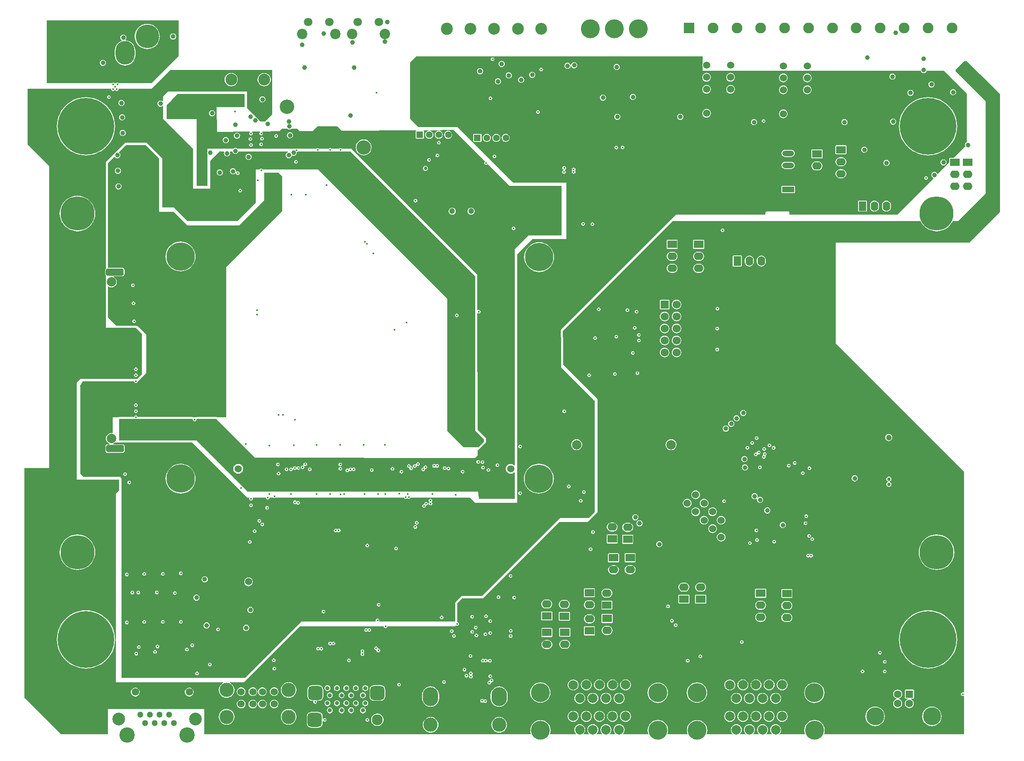
<source format=gbr>
%FSTAX23Y23*%
%MOIN*%
%SFA1B1*%

%IPPOS*%
%AMD123*
4,1,8,-0.075000,0.015000,-0.075000,-0.015000,-0.060000,-0.030000,0.060000,-0.030000,0.075000,-0.015000,0.075000,0.015000,0.060000,0.030000,-0.060000,0.030000,-0.075000,0.015000,0.0*
1,1,0.030000,-0.060000,0.015000*
1,1,0.030000,-0.060000,-0.015000*
1,1,0.030000,0.060000,-0.015000*
1,1,0.030000,0.060000,0.015000*
%
%AMD126*
4,1,8,-0.059100,0.029500,-0.059100,-0.029500,-0.029500,-0.059100,0.029500,-0.059100,0.059100,-0.029500,0.059100,0.029500,0.029500,0.059100,-0.029500,0.059100,-0.059100,0.029500,0.0*
1,1,0.059056,-0.029500,0.029500*
1,1,0.059056,-0.029500,-0.029500*
1,1,0.059056,0.029500,-0.029500*
1,1,0.059056,0.029500,0.029500*
%
%ADD107C,0.196850*%
%ADD108O,0.157480X0.196850*%
%ADD109R,0.078740X0.062992*%
%ADD110O,0.078740X0.062992*%
%ADD111R,0.062992X0.078740*%
%ADD112O,0.062992X0.078740*%
%ADD114R,0.066929X0.066929*%
%ADD115C,0.066929*%
%ADD116C,0.157480*%
%ADD117C,0.149606*%
%ADD118C,0.062992*%
%ADD119R,0.062992X0.062992*%
%ADD120C,0.055118*%
%ADD121R,0.055118X0.055118*%
%ADD122C,0.078740*%
G04~CAMADD=123~8~0.0~0.0~600.0~1500.0~150.0~0.0~15~0.0~0.0~0.0~0.0~0~0.0~0.0~0.0~0.0~0~0.0~0.0~0.0~90.0~1500.0~600.0*
%ADD123D123*%
%ADD124C,0.098425*%
%ADD125O,0.098425X0.102362*%
G04~CAMADD=126~8~0.0~0.0~1181.1~1181.1~295.3~0.0~15~0.0~0.0~0.0~0.0~0~0.0~0.0~0.0~0.0~0~0.0~0.0~0.0~90.0~1182.0~1182.0*
%ADD126D126*%
%ADD127C,0.035433*%
%ADD128O,0.098425X0.047244*%
%ADD129R,0.098425X0.047244*%
%ADD130C,0.029528*%
%ADD131R,0.090000X0.090000*%
%ADD132C,0.090000*%
%ADD133C,0.047244*%
%ADD134C,0.086614*%
%ADD135C,0.070866*%
%ADD136C,0.106299*%
%ADD137C,0.051181*%
%ADD138C,0.127953*%
%ADD139C,0.062000*%
%ADD140C,0.060000*%
%ADD141C,0.118110*%
%ADD142C,0.120000*%
%ADD144C,0.118110*%
%ADD145O,0.129921X0.157480*%
%ADD146C,0.060000*%
%ADD147C,0.236220*%
%ADD148C,0.283465*%
%ADD149C,0.472441*%
%ADD150C,0.017716*%
%ADD151C,0.039370*%
%ADD152C,0.030000*%
%ADD195C,0.090551*%
%LNsyncbox_copper_signal_2-1*%
%LPD*%
G36*
X01475Y05799D02*
X01249Y05575D01*
X00976*
X00975Y05575*
X0097Y05578*
X00965Y0558*
X00959Y05578*
X00954Y05575*
X00953Y05575*
X00941*
X0094Y05575*
X00935Y05578*
X0093Y0558*
X00924Y05578*
X00919Y05575*
X00918Y05575*
X00375*
Y061*
X01475*
Y05799*
G37*
G36*
X0816Y0565D02*
X08325Y05485D01*
Y045*
X08071Y04246*
X06955*
Y04065*
Y03405*
X08025Y02335*
Y00496*
X0802Y00494*
X08015Y00495*
X08009Y00493*
X08004Y0049*
X08001Y00485*
X07999Y0048*
X08001Y00474*
X08004Y00469*
X08009Y00466*
X08015Y00464*
X0802Y00465*
X08025Y00463*
Y00145*
X06862*
X06859Y0015*
X06863Y00163*
X06864Y0018*
X06863Y00197*
X06858Y00212*
X0685Y00227*
X0684Y0024*
X06827Y00251*
X06812Y00259*
X06796Y00263*
X06779Y00265*
X06763Y00263*
X06747Y00259*
X06732Y00251*
X06719Y0024*
X06709Y00227*
X06701Y00212*
X06696Y00197*
X06694Y0018*
X06696Y00163*
X067Y0015*
X06697Y00145*
X06488*
X06486Y00149*
X06488Y0015*
X06495Y0016*
X06499Y00171*
X06501Y00183*
X06499Y00195*
X06495Y00206*
X06488Y00215*
X06478Y00222*
X06467Y00227*
X06455Y00228*
X06443Y00227*
X06432Y00222*
X06423Y00215*
X06416Y00206*
X06411Y00195*
X0641Y00183*
X06411Y00171*
X06416Y0016*
X06423Y0015*
X06424Y00149*
X06423Y00145*
X06378*
X06377Y00149*
X06378Y0015*
X06386Y0016*
X0639Y00171*
X06392Y00183*
X0639Y00195*
X06386Y00206*
X06378Y00215*
X06369Y00222*
X06358Y00227*
X06346Y00228*
X06334Y00227*
X06323Y00222*
X06314Y00215*
X06306Y00206*
X06302Y00195*
X063Y00183*
X06302Y00171*
X06306Y0016*
X06314Y0015*
X06315Y00149*
X06314Y00145*
X06269*
X06268Y00149*
X06269Y0015*
X06276Y0016*
X06281Y00171*
X06282Y00183*
X06281Y00195*
X06276Y00206*
X06269Y00215*
X0626Y00222*
X06249Y00227*
X06237Y00228*
X06225Y00227*
X06214Y00222*
X06204Y00215*
X06197Y00206*
X06193Y00195*
X06191Y00183*
X06193Y00171*
X06197Y0016*
X06204Y0015*
X06206Y00149*
X06204Y00145*
X0616*
X06158Y00149*
X0616Y0015*
X06167Y0016*
X06172Y00171*
X06173Y00183*
X06172Y00195*
X06167Y00206*
X0616Y00215*
X0615Y00222*
X06139Y00227*
X06128Y00228*
X06116Y00227*
X06105Y00222*
X06095Y00215*
X06088Y00206*
X06083Y00195*
X06082Y00183*
X06083Y00171*
X06088Y0016*
X06095Y0015*
X06097Y00149*
X06095Y00145*
X05884*
X0588Y0015*
X05883Y00161*
X05885Y00178*
X05883Y00195*
X05879Y00211*
X05871Y00225*
X0586Y00238*
X05847Y00249*
X05833Y00257*
X05817Y00261*
X058Y00263*
X05783Y00261*
X05768Y00257*
X05753Y00249*
X0574Y00238*
X05729Y00225*
X05721Y00211*
X05717Y00195*
X05715Y00178*
X05717Y00161*
X0572Y0015*
X05717Y00145*
X05556*
X05553Y0015*
X05557Y00163*
X05558Y0018*
X05557Y00197*
X05552Y00212*
X05544Y00227*
X05534Y0024*
X05521Y00251*
X05506Y00259*
X0549Y00263*
X05473Y00265*
X05457Y00263*
X05441Y00259*
X05426Y00251*
X05413Y0024*
X05403Y00227*
X05395Y00212*
X0539Y00197*
X05388Y0018*
X0539Y00163*
X05394Y0015*
X05391Y00145*
X05182*
X0518Y00149*
X05182Y0015*
X05189Y0016*
X05193Y00171*
X05195Y00183*
X05193Y00195*
X05189Y00206*
X05182Y00215*
X05172Y00222*
X05161Y00227*
X05149Y00228*
X05137Y00227*
X05126Y00222*
X05117Y00215*
X0511Y00206*
X05105Y00195*
X05104Y00183*
X05105Y00171*
X0511Y0016*
X05117Y0015*
X05118Y00149*
X05117Y00145*
X05072*
X05071Y00149*
X05072Y0015*
X0508Y0016*
X05084Y00171*
X05086Y00183*
X05084Y00195*
X0508Y00206*
X05072Y00215*
X05063Y00222*
X05052Y00227*
X0504Y00228*
X05028Y00227*
X05017Y00222*
X05008Y00215*
X05Y00206*
X04996Y00195*
X04994Y00183*
X04996Y00171*
X05Y0016*
X05008Y0015*
X05009Y00149*
X05008Y00145*
X04963*
X04962Y00149*
X04963Y0015*
X0497Y0016*
X04975Y00171*
X04976Y00183*
X04975Y00195*
X0497Y00206*
X04963Y00215*
X04954Y00222*
X04943Y00227*
X04931Y00228*
X04919Y00227*
X04908Y00222*
X04898Y00215*
X04891Y00206*
X04887Y00195*
X04885Y00183*
X04887Y00171*
X04891Y0016*
X04898Y0015*
X049Y00149*
X04898Y00145*
X04854*
X04852Y00149*
X04854Y0015*
X04861Y0016*
X04866Y00171*
X04867Y00183*
X04866Y00195*
X04861Y00206*
X04854Y00215*
X04844Y00222*
X04833Y00227*
X04822Y00228*
X0481Y00227*
X04799Y00222*
X04789Y00215*
X04782Y00206*
X04777Y00195*
X04776Y00183*
X04777Y00171*
X04782Y0016*
X04789Y0015*
X04791Y00149*
X04789Y00145*
X04578*
X04574Y0015*
X04577Y00161*
X04579Y00178*
X04577Y00195*
X04573Y00211*
X04565Y00225*
X04554Y00238*
X04541Y00249*
X04527Y00257*
X04511Y00261*
X04494Y00263*
X04477Y00261*
X04462Y00257*
X04447Y00249*
X04434Y00238*
X04423Y00225*
X04415Y00211*
X04411Y00195*
X04409Y00178*
X04411Y00161*
X04414Y0015*
X04411Y00145*
X0169*
Y00355*
X00888*
Y00145*
X00495*
X0019Y0045*
Y02365*
X00395*
Y04885*
X00215Y05065*
Y0553*
X00912*
X00915Y05526*
X00914Y05525*
X00916Y05519*
X00919Y05514*
X00924Y05511*
X0093Y05509*
X00935Y05511*
X0094Y05514*
X00941Y05516*
X00948*
X00949Y05514*
X00954Y05511*
X0096Y05509*
X00965Y05511*
X0097Y05514*
X00973Y05519*
X00975Y05525*
X00974Y05526*
X00977Y0553*
X01246*
X01249Y05528*
X01405Y05684*
X02255*
Y05315*
X02195Y05255*
X0216*
X02137Y05277*
X02137Y05277*
X02133Y05283*
X02127Y05287*
X02127Y05287*
X02045Y0537*
Y05505*
X01385*
X01345Y05465*
Y05428*
X0134Y05425*
X01337Y05427*
X01331Y05429*
X01325Y0543*
X01318Y05429*
X01312Y05427*
X01306Y05423*
X01302Y05417*
X013Y05411*
X01299Y05405*
X013Y05398*
X01302Y05392*
X01306Y05386*
X01312Y05382*
X01318Y0538*
X01325Y05379*
X01331Y0538*
X01337Y05382*
X0134Y05384*
X01345Y05381*
Y05277*
X01595Y05027*
Y047*
X016Y04695*
X0174*
Y0493*
X0182Y0501*
X01825Y05005*
X01853*
X01856Y05*
X01855Y04996*
X01854Y0499*
X01855Y04983*
X01857Y04977*
X01861Y04971*
X01867Y04967*
X01873Y04965*
X0188Y04964*
X01886Y04965*
X01892Y04967*
X01898Y04971*
X01902Y04977*
X01904Y04983*
X01905Y0499*
X01904Y04996*
X01903Y05*
X01906Y05005*
X01924*
X01925Y05003*
X01927Y04997*
X01931Y04991*
X01937Y04987*
X01943Y04985*
X0195Y04984*
X01956Y04985*
X01962Y04987*
X01968Y04991*
X01972Y04997*
X01974Y05003*
X01975Y05005*
X02388*
X02388Y05*
X02388Y04999*
X02382Y04997*
X02376Y04993*
X02372Y04987*
X0237Y04981*
X02369Y04975*
X0237Y04968*
X02372Y04962*
X02376Y04956*
X02382Y04952*
X02388Y0495*
X02395Y04949*
X02401Y0495*
X02407Y04952*
X02413Y04956*
X02417Y04962*
X02419Y04968*
X02425Y04971*
X02428Y0497*
X02435Y04969*
X02441Y0497*
X02447Y04972*
X02453Y04976*
X02457Y04982*
X02459Y04988*
X0246Y04995*
X0246Y04999*
X02465Y05001*
X0247Y05004*
X02471Y05005*
X02634*
X02635Y05004*
X02635Y05005*
X02739*
X0274Y05004*
X0274Y05005*
X02824*
X02825Y05004*
X02825Y05005*
X0291*
X0395Y03965*
Y0268*
X04023Y02606*
Y02586*
X03977Y0254*
X0385*
X03715Y02675*
Y0378*
X0264Y04855*
X02179*
X02178Y04855*
X02175Y0486*
X0217Y04863*
X02165Y04865*
X02159Y04863*
X02154Y0486*
X02151Y04855*
X0215Y04855*
X0212*
Y04765*
X02119Y04765*
X0212Y04764*
Y0476*
Y0458*
X01965Y04425*
X0155*
X01435Y0454*
X0134*
Y0495*
X0121Y0508*
X0103*
X0087Y0492*
Y0403*
X00869Y0403*
X00865Y04023*
X00863Y04015*
Y03985*
X00865Y03977*
X00869Y0397*
X0087Y0397*
Y03535*
X0112*
X0117Y03485*
Y0315*
X0113Y0311*
X00655*
X00625Y0308*
Y0227*
X0098*
Y0218*
X00953Y02153*
Y00579*
X01851*
X01852Y00574*
X01851Y00574*
X0184Y00568*
X0183Y0056*
X01822Y0055*
X01816Y00539*
X01812Y00527*
X01811Y00514*
X01812Y00501*
X01816Y00489*
X01822Y00478*
X0183Y00468*
X0184Y0046*
X01851Y00454*
X01864Y0045*
X01876Y00449*
X01889Y0045*
X01901Y00454*
X01913Y0046*
X01923Y00468*
X01931Y00478*
X01937Y00489*
X0194Y00501*
X01942Y00514*
X0194Y00527*
X01937Y00539*
X01931Y0055*
X01923Y0056*
X01913Y00568*
X01901Y00574*
X01901Y00574*
X01902Y00579*
X02019*
X02485Y01045*
X03187*
X03188Y0104*
X03191Y01035*
X03196Y01032*
X03202Y0103*
X03207Y01032*
X03212Y01035*
X03215Y0104*
X03216Y01045*
X0378*
X03789Y01054*
X03794Y01051*
X038Y01049*
X03805Y01051*
X0381Y01054*
X03813Y01059*
X03815Y01065*
X03813Y0107*
X0381Y01075*
X03805Y01078*
X038Y0108*
Y0124*
X0384Y0128*
X03845*
X0385*
X04015*
X0465Y01915*
X04885*
X0497Y02*
Y0294*
X04682Y03227*
Y03455*
X0468Y03458*
Y0351*
X05595Y04425*
X0562*
X06955*
X07664*
X07666Y0442*
X07678Y04401*
X07693Y04383*
X07711Y04368*
X0773Y04356*
X07752Y04347*
X07775Y04341*
X07798Y0434*
X07821Y04341*
X07843Y04347*
X07865Y04356*
X07885Y04368*
X07902Y04383*
X07918Y04401*
X0793Y0442*
X07931Y04425*
X07975*
X08205Y04655*
Y05425*
X08085Y05545*
X07955Y05675*
Y0569*
X08025Y0576*
X0805*
X0816Y0565*
G37*
G36*
X05845Y05734D02*
X05843Y05725D01*
X05845Y05715*
Y05679*
X07664*
X07665Y05678*
X07667Y05672*
X07671Y05666*
X07677Y05662*
X07683Y0566*
X0769Y05659*
X07696Y0566*
X07702Y05662*
X07708Y05666*
X07712Y05672*
X07714Y05678*
X07715Y05679*
X0786*
X0805Y0549*
Y05083*
X08047Y05082*
X08041Y05078*
X08037Y05072*
X08035Y05066*
X08034Y0506*
X08035Y05053*
X08037Y05047*
X07942Y04952*
X0791*
X07906Y04951*
X07904Y04946*
Y04914*
X07809Y04819*
X07803Y0482*
X07802Y04822*
X07798Y04828*
X07792Y04832*
X07786Y04834*
X0778Y04835*
X07773Y04834*
X07767Y04832*
X07761Y04828*
X07757Y04822*
X07755Y04816*
X07754Y0481*
X07755Y04803*
X07757Y04797*
X07761Y04791*
X07767Y04787*
X07769Y04786*
X0777Y0478*
X0747Y0448*
X0657*
Y045*
X06565Y04505*
X06376*
X0637Y04498*
Y0448*
X05624*
X04665Y0352*
Y03515*
X04663Y0351*
X04663Y03509*
Y03458*
X04665Y03452*
Y03235*
Y03205*
X0494Y0293*
X04945*
Y02*
X04895Y0195*
X04655*
X04005Y013*
X03835*
X03785Y0125*
Y01245*
X03783Y0124*
Y01239*
Y01085*
X03151*
X03149Y0109*
X0315Y01095*
X03148Y011*
X03145Y01105*
X0314Y01108*
X03135Y0111*
X03129Y01108*
X03124Y01105*
X03121Y011*
X03119Y01095*
X0312Y0109*
X03118Y01085*
X025*
X0203Y00615*
X01*
Y02275*
X00991Y02293*
X00681*
X00655Y0232*
Y03045*
X00652Y03048*
X00675Y0309*
X01099*
X01104*
X01106Y03084*
X01109Y03079*
X01114Y03076*
X0112Y03074*
X01125Y03076*
X0113Y03079*
X01133Y03084*
X01135Y0309*
X01135Y0309*
X01205Y0316*
Y0348*
X01135Y0355*
X01125*
X0112Y03551*
X01119*
X00958*
X00886Y03623*
Y03877*
X0089Y03879*
X00892Y03878*
X00903Y03873*
X00915Y03871*
X00927Y03873*
X00938Y03878*
X00948Y03885*
X00955Y03894*
X00959Y03905*
X00961Y03917*
X00959Y03929*
X00955Y0394*
X00948Y03949*
X00938Y03957*
X00933Y03959*
X00934Y03964*
X01004*
X01012Y03965*
X01019Y0397*
X01024Y03977*
X01026Y03985*
Y04015*
X01024Y04023*
X01019Y0403*
X01012Y04035*
X01004Y04036*
X00886*
Y04906*
X00938Y04958*
X00945Y04958*
X00946Y04956*
X00952Y04952*
X00958Y0495*
X00965Y04949*
X00971Y0495*
X00977Y04952*
X00983Y04956*
X00987Y04962*
X00989Y04968*
X0099Y04975*
X00989Y04981*
X00987Y04987*
X00983Y04993*
X00981Y04994*
X00981Y05001*
X0104Y0506*
X01202*
X01312Y0495*
Y04503*
X01435Y04503*
X01541Y04397*
X01548Y0439*
X01981Y04388*
X0219Y04597*
Y0483*
X0231*
X0234Y048*
Y04508*
X01873Y04042*
Y0279*
X01795*
X0179Y02791*
X01789Y02791*
X01627*
X01627Y0279*
X01626Y0279*
X01624Y0279*
X01622Y0279*
X01597*
X01595Y0279*
X01593Y0279*
X01592Y0279*
X01592Y02791*
X01134*
X01133Y02795*
X0113Y028*
X01125Y02803*
X0112Y02805*
X01114Y02803*
X01109Y028*
X01106Y02795*
X01105Y02791*
X0098*
X00974Y0279*
X00925*
Y02659*
X00921Y02656*
X00915Y02657*
X00903Y02655*
X00892Y02651*
X00883Y02643*
X00876Y02634*
X00871Y02623*
X0087Y02611*
X00871Y02599*
X00876Y02588*
X00883Y02579*
X00892Y02572*
X009Y02568*
X00899Y02563*
X00886*
X00878Y02562*
X00871Y02557*
X00867Y0255*
X00865Y02542*
Y02512*
X00867Y02504*
X00871Y02497*
X00878Y02492*
X00886Y02491*
X01006*
X01014Y02492*
X01021Y02497*
X01026Y02504*
X01028Y02512*
Y02542*
X01026Y0255*
X01021Y02557*
X01014Y02562*
X01006Y02563*
X00932*
X00931Y02568*
X00938Y02572*
X00948Y02579*
X00948Y0258*
X00974*
X0098Y02578*
X01591*
X02051Y02119*
X02062*
X02065Y02114*
X02064Y0211*
X02066Y02104*
X02069Y02099*
X02074Y02096*
X0208Y02094*
X02085Y02096*
X0209Y02099*
X02093Y02104*
X02095Y0211*
X02094Y02114*
X02097Y02119*
X02204*
X02206Y02113*
X02209Y02108*
X02214Y02105*
X0222Y02103*
X02225Y02105*
X0223Y02108*
X02233Y02113*
X02235Y02119*
X02264*
X02269Y02116*
X02275Y02114*
X0228Y02116*
X02285Y02119*
X03356*
X03356Y02117*
X03359Y02112*
X03364Y02109*
X0337Y02107*
X03376Y02109*
X03379Y02111*
X03383Y02112*
X03386Y02111*
X0339Y02109*
X03396Y02107*
X03401Y02109*
X03406Y02112*
X03409Y02117*
X0341Y02119*
X03906*
X03948Y02076*
X043*
Y04147*
X04427Y04275*
X0471*
Y04745*
X04265*
X03802Y05207*
X03477*
X03405Y0528*
Y0575*
X03455Y058*
X05845*
Y05734*
G37*
G36*
X01793Y05484D02*
X02024D01*
X02025Y05483*
Y05375*
X01794Y05374*
X01795Y0517*
X0207Y05172*
X02071Y05167*
X02069Y05165*
X02066Y0516*
X02064Y05155*
X02066Y05149*
X02069Y05144*
X02074Y05141*
X0208Y05139*
X02085Y05141*
X0209Y05144*
X02093Y05149*
X02095Y05155*
X02093Y0516*
X0209Y05165*
X02088Y05167*
X02089Y05172*
X02156Y05172*
X02157Y05167*
X02154Y05165*
X02151Y0516*
X02149Y05155*
X02151Y05149*
X02154Y05144*
X02159Y05141*
X02165Y05139*
X0217Y05141*
X02175Y05144*
X02178Y05149*
X0218Y05155*
X02178Y0516*
X02175Y05165*
X02172Y05167*
X02173Y05173*
X02315Y05174*
X02335Y05194*
X02384*
X02387Y05192*
X02393Y0519*
X024Y05189*
X02406Y0519*
X02412Y05192*
X02415Y05194*
X0244*
X02465*
X02484Y05175*
X02595Y05176*
X02633Y05215*
X028*
X02836Y05177*
X03457Y05182*
X03458Y05177*
X03456Y05177*
X03454Y05172*
Y05117*
X03456Y05112*
X03461Y05111*
X03516*
X0352Y05112*
X03522Y05117*
Y05172*
X0352Y05177*
X03518Y05178*
X03519Y05183*
X03564Y05183*
X03565Y05178*
X03564Y05178*
X03558Y05177*
X0355Y05174*
X03543Y05168*
X03538Y05161*
X03534Y05153*
X03533Y05145*
X03534Y05136*
X03538Y05128*
X03543Y05121*
X0355Y05115*
X03558Y05112*
X03567Y05111*
X03576Y05112*
X03584Y05115*
X03591Y05121*
X03596Y05128*
X036Y05136*
X03601Y05145*
X036Y05153*
X03596Y05161*
X03591Y05168*
X03584Y05174*
X03576Y05177*
X0357Y05178*
X03569Y05178*
X03569Y05183*
X0377Y05185*
X04029Y04925*
X04029Y0492*
X04026Y04915*
X04024Y0491*
X04026Y04904*
X04029Y04899*
X04034Y04896*
X0404Y04894*
X04045Y04896*
X0405Y04899*
X04055Y04899*
X04235Y0472*
X0467*
Y04305*
X04392*
X0428Y04192*
Y02389*
X04275Y02388*
X04274Y02388*
X04274Y02389*
X04267Y02394*
X04266Y02395*
X04265Y02395*
X04257Y02399*
X04256*
X04255Y02399*
X04246Y024*
X04246Y024*
X04245Y024*
X04245Y024*
X04245Y024*
X04235Y02399*
X04235Y02399*
X04234*
X04225Y02395*
X04225Y02395*
X04224Y02394*
X04217Y02389*
X04216Y02388*
X04216Y02388*
X0421Y0238*
X0421Y0238*
X04209Y02379*
X04206Y02371*
Y0237*
X04205Y02369*
X04204Y0236*
X04204Y02359*
X04204Y02358*
X04205Y02349*
X04206Y02349*
Y02348*
X04209Y02339*
X0421Y02339*
X0421Y02338*
X04216Y02331*
X04216Y0233*
X04217Y02329*
X04224Y02324*
X04225Y02324*
X04225Y02323*
X04234Y0232*
X04235*
X04235Y02319*
X04245Y02318*
X04245Y02318*
X04245Y02318*
X04246Y02318*
X04246Y02318*
X04255Y02319*
X04256Y0232*
X04257*
X04265Y02323*
X04266Y02324*
X04267Y02324*
X04274Y02329*
X04274Y0233*
X04275Y0233*
X0428Y02329*
Y0211*
X03981*
X03979Y02114*
X0398Y02115*
X03972Y02167*
X0397Y0217*
X0205*
X01795Y02425*
X01625Y02595*
X0098*
Y02775*
X01119*
X0112Y02774*
X0112Y02775*
X01592*
X01595Y02771*
X01594Y0277*
X01596Y02764*
X01599Y02759*
X01604Y02756*
X0161Y02754*
X01615Y02756*
X0162Y02759*
X01623Y02764*
X01625Y0277*
X01624Y02771*
X01627Y02775*
X0179*
X0196Y02605*
X02112Y02452*
X03946Y0245*
X03971Y02468*
X03971Y02511*
X0404Y0258*
Y02615*
X0397Y02684*
X03967Y03654*
X03972Y03657*
X03974Y03656*
X0398Y03654*
X03985Y03656*
X0399Y03659*
X03993Y03664*
X03995Y0367*
X03993Y03675*
X0399Y0368*
X03985Y03683*
X0398Y03685*
X03974Y03683*
X03972Y03682*
X03967Y03685*
X03966Y03978*
X02915Y0503*
X02836*
X02835Y0503*
X0283Y05033*
X02825Y05035*
X02819Y05033*
X02814Y0503*
X02813Y0503*
X02751*
X0275Y0503*
X02745Y05033*
X0274Y05035*
X02734Y05033*
X02729Y0503*
X02728Y0503*
X02646*
X02645Y0503*
X0264Y05033*
X02635Y05035*
X02629Y05033*
X02624Y0503*
X02623Y0503*
X0246*
X0246Y0503*
X02459Y0503*
X01965*
X01962Y05032*
X01956Y05034*
X0195Y05035*
X01943Y05034*
X01937Y05032*
X01934Y0503*
X01715*
Y05001*
X01714Y04995*
X01715Y04988*
Y04719*
X01625*
Y04895*
Y05276*
X01623Y05275*
X01375*
Y0539*
X01465Y05485*
X01505*
X01793*
X01793Y05484*
G37*
%LNsyncbox_copper_signal_2-2*%
%LPC*%
G36*
X0143Y0599D02*
X01423Y05989D01*
X01417Y05987*
X01411Y05983*
X01407Y05977*
X01405Y05971*
X01404Y05965*
X01405Y05958*
X01407Y05952*
X01411Y05946*
X01417Y05942*
X01423Y0594*
X0143Y05939*
X01436Y0594*
X01442Y05942*
X01448Y05946*
X01452Y05952*
X01454Y05958*
X01455Y05965*
X01454Y05971*
X01452Y05977*
X01448Y05983*
X01442Y05987*
X01436Y05989*
X0143Y0599*
G37*
G36*
X01215Y06069D02*
X01198Y06068D01*
X01182Y06064*
X01167Y06058*
X01153Y06049*
X0114Y06039*
X0113Y06026*
X01121Y06012*
X01115Y05997*
X01111Y05981*
X0111Y05965*
X01111Y05948*
X01115Y05932*
X01121Y05917*
X0113Y05903*
X0114Y0589*
X01153Y0588*
X01167Y05871*
X01182Y05865*
X01198Y05861*
X01215Y0586*
X01231Y05861*
X01247Y05865*
X01262Y05871*
X01276Y0588*
X01289Y0589*
X01299Y05903*
X01308Y05917*
X01314Y05932*
X01318Y05948*
X01319Y05965*
X01318Y05981*
X01314Y05997*
X01308Y06012*
X01299Y06026*
X01289Y06039*
X01276Y06049*
X01262Y06058*
X01247Y06064*
X01231Y06068*
X01215Y06069*
G37*
G36*
X01015Y0598D02*
X01008Y05979D01*
X01002Y05977*
X00996Y05973*
X00992Y05967*
X0099Y05961*
X00989Y05955*
X0099Y05948*
X00992Y05942*
X00996Y05936*
X01002Y05932*
X01002Y05932*
X01002Y05927*
X00997Y05925*
X00982Y05917*
X00969Y05907*
X00959Y05894*
X00951Y05879*
X00946Y05863*
X00944Y05846*
Y05807*
X00946Y0579*
X00951Y05774*
X00959Y0576*
X00969Y05747*
X00982Y05736*
X00997Y05728*
X01013Y05724*
X01029Y05722*
X01046Y05724*
X01062Y05728*
X01077Y05736*
X0109Y05747*
X011Y0576*
X01108Y05774*
X01113Y0579*
X01115Y05807*
Y05846*
X01113Y05863*
X01108Y05879*
X011Y05894*
X0109Y05907*
X01077Y05917*
X01062Y05925*
X01046Y0593*
X01034Y05931*
X01033Y05936*
X01033Y05936*
X01037Y05942*
X01039Y05948*
X0104Y05955*
X01039Y05961*
X01037Y05967*
X01033Y05973*
X01027Y05977*
X01021Y05979*
X01015Y0598*
G37*
G36*
X00845Y0577D02*
X00838Y05769D01*
X00832Y05767*
X00826Y05763*
X00822Y05757*
X0082Y05751*
X00819Y05745*
X0082Y05738*
X00822Y05732*
X00826Y05726*
X00832Y05722*
X00838Y0572*
X00845Y05719*
X00851Y0572*
X00857Y05722*
X00863Y05726*
X00867Y05732*
X00869Y05738*
X0087Y05745*
X00869Y05751*
X00867Y05757*
X00863Y05763*
X00857Y05767*
X00851Y05769*
X00845Y0577*
G37*
G36*
X0219Y0566D02*
X02176Y05658D01*
X02162Y05653*
X02151Y05644*
X02142Y05632*
X02136Y05619*
X02134Y05605*
X02136Y0559*
X02142Y05577*
X02151Y05565*
X02162Y05556*
X02176Y05551*
X0219Y05549*
X02204Y05551*
X02218Y05556*
X02229Y05565*
X02238Y05577*
X02244Y0559*
X02246Y05605*
X02244Y05619*
X02238Y05632*
X02229Y05644*
X02218Y05653*
X02204Y05658*
X0219Y0566*
G37*
G36*
X01915D02*
X019Y05658D01*
X01887Y05653*
X01875Y05644*
X01866Y05632*
X01861Y05619*
X01859Y05605*
X01861Y0559*
X01866Y05577*
X01875Y05565*
X01887Y05556*
X019Y05551*
X01915Y05549*
X01929Y05551*
X01942Y05556*
X01954Y05565*
X01963Y05577*
X01968Y0559*
X0197Y05605*
X01968Y05619*
X01963Y05632*
X01954Y05644*
X01942Y05653*
X01929Y05658*
X01915Y0566*
G37*
G36*
X00895Y05475D02*
X00889Y05473D01*
X00884Y0547*
X00881Y05465*
X00879Y0546*
X00881Y05454*
X00884Y05449*
X00889Y05446*
X00895Y05444*
X009Y05446*
X00905Y05449*
X00908Y05454*
X0091Y0546*
X00908Y05465*
X00905Y0547*
X009Y05473*
X00895Y05475*
G37*
G36*
X02175Y05465D02*
X02168Y05464D01*
X02162Y05462*
X02156Y05458*
X02152Y05452*
X0215Y05446*
X02149Y0544*
X0215Y05433*
X02152Y05427*
X02156Y05421*
X02162Y05417*
X02168Y05415*
X02175Y05414*
X02181Y05415*
X02187Y05417*
X02193Y05421*
X02197Y05427*
X02199Y05433*
X022Y0544*
X02199Y05446*
X02197Y05452*
X02193Y05458*
X02187Y05462*
X02181Y05464*
X02175Y05465*
G37*
G36*
X01Y05435D02*
X00993Y05434D01*
X00987Y05432*
X00981Y05428*
X00977Y05422*
X00975Y05416*
X00974Y0541*
X00975Y05403*
X00977Y05397*
X00981Y05391*
X00987Y05387*
X00993Y05385*
X01Y05384*
X01006Y05385*
X01012Y05387*
X01018Y05391*
X01022Y05397*
X01024Y05403*
X01025Y0541*
X01024Y05416*
X01022Y05422*
X01018Y05428*
X01012Y05432*
X01006Y05434*
X01Y05435*
G37*
G36*
X01005Y05315D02*
X00998Y05314D01*
X00992Y05312*
X00986Y05308*
X00982Y05302*
X0098Y05296*
X00979Y0529*
X0098Y05283*
X00982Y05277*
X00986Y05271*
X00992Y05267*
X00998Y05265*
X01005Y05264*
X01011Y05265*
X01017Y05267*
X01023Y05271*
X01027Y05277*
X01029Y05283*
X0103Y0529*
X01029Y05296*
X01027Y05302*
X01023Y05308*
X01017Y05312*
X01011Y05314*
X01005Y05315*
G37*
G36*
X0101Y05185D02*
X01003Y05184D01*
X00997Y05182*
X00991Y05178*
X00987Y05172*
X00985Y05166*
X00984Y0516*
X00985Y05153*
X00987Y05147*
X00991Y05141*
X00997Y05137*
X01003Y05135*
X0101Y05134*
X01016Y05135*
X01022Y05137*
X01028Y05141*
X01032Y05147*
X01034Y05153*
X01035Y0516*
X01034Y05166*
X01032Y05172*
X01028Y05178*
X01022Y05182*
X01016Y05184*
X0101Y05185*
G37*
G36*
X00703Y05458D02*
X00676Y05456D01*
X00649Y05451*
X00623Y05444*
X00598Y05434*
X00574Y0542*
X00552Y05405*
X00532Y05387*
X00514Y05366*
X00498Y05344*
X00485Y0532*
X00474Y05295*
X00467Y05269*
X00462Y05242*
X00461Y05215*
X00462Y05188*
X00467Y05161*
X00474Y05135*
X00485Y0511*
X00498Y05086*
X00514Y05064*
X00532Y05044*
X00552Y05025*
X00574Y0501*
X00598Y04997*
X00623Y04986*
X00649Y04979*
X00676Y04974*
X00703Y04973*
X0073Y04974*
X00757Y04979*
X00783Y04986*
X00808Y04997*
X00832Y0501*
X00854Y05025*
X00875Y05044*
X00893Y05064*
X00909Y05086*
X00922Y0511*
X00932Y05135*
X0094Y05161*
X00944Y05188*
X00946Y05215*
X00944Y05242*
X0094Y05269*
X00932Y05295*
X00922Y0532*
X00909Y05344*
X00893Y05366*
X00875Y05387*
X00854Y05405*
X00832Y0542*
X00808Y05434*
X00783Y05444*
X00757Y05451*
X0073Y05456*
X00703Y05458*
G37*
G36*
X0206Y04985D02*
X02053Y04984D01*
X02047Y04982*
X02041Y04978*
X02037Y04972*
X02035Y04966*
X02034Y0496*
X02035Y04953*
X02037Y04947*
X02041Y04941*
X02047Y04937*
X02053Y04935*
X0206Y04934*
X02066Y04935*
X02072Y04937*
X02078Y04941*
X02082Y04947*
X02084Y04953*
X02085Y0496*
X02084Y04966*
X02082Y04972*
X02078Y04978*
X02072Y04982*
X02066Y04984*
X0206Y04985*
G37*
G36*
X02455Y04935D02*
X02449Y04933D01*
X02444Y0493*
X02441Y04925*
X02439Y0492*
X02441Y04914*
X02444Y04909*
X02449Y04906*
X02455Y04904*
X0246Y04906*
X02465Y04909*
X02468Y04914*
X0247Y0492*
X02468Y04925*
X02465Y0493*
X0246Y04933*
X02455Y04935*
G37*
G36*
X0193Y04865D02*
X01923Y04864D01*
X01917Y04862*
X01911Y04858*
X01907Y04852*
X01905Y04846*
X01904Y0484*
X01905Y04833*
X01907Y04827*
X01911Y04821*
X01917Y04817*
X01923Y04815*
X0193Y04814*
X01936Y04815*
X01942Y04817*
X01948Y04821*
X0195Y04824*
X01955Y04822*
X01956Y04819*
X01959Y04814*
X01964Y04811*
X0197Y04809*
X01975Y04811*
X0198Y04814*
X01983Y04819*
X01985Y04825*
X01983Y0483*
X0198Y04835*
X01975Y04838*
X0197Y0484*
X01964Y04838*
X0196Y04836*
X01956Y04837*
X01955Y04838*
X01955Y0484*
X01954Y04846*
X01952Y04852*
X01948Y04858*
X01942Y04862*
X01936Y04864*
X0193Y04865*
G37*
G36*
X0182Y04855D02*
X01813Y04854D01*
X01807Y04852*
X01801Y04848*
X01797Y04842*
X01795Y04836*
X01794Y0483*
X01795Y04823*
X01797Y04817*
X01801Y04811*
X01807Y04807*
X01813Y04805*
X0182Y04804*
X01826Y04805*
X01832Y04807*
X01838Y04811*
X01842Y04817*
X01844Y04823*
X01845Y0483*
X01844Y04836*
X01842Y04842*
X01838Y04848*
X01832Y04852*
X01826Y04854*
X0182Y04855*
G37*
G36*
X0199Y04695D02*
X01984Y04693D01*
X01979Y0469*
X01976Y04685*
X01974Y0468*
X01976Y04674*
X01979Y04669*
X01984Y04666*
X0199Y04664*
X01995Y04666*
X02Y04669*
X02003Y04674*
X02005Y0468*
X02003Y04685*
X02Y0469*
X01995Y04693*
X0199Y04695*
G37*
G36*
X00632Y04636D02*
X00609Y04634D01*
X00587Y04629*
X00565Y0462*
X00545Y04608*
X00528Y04592*
X00513Y04575*
X005Y04555*
X00492Y04533*
X00486Y04511*
X00484Y04488*
X00486Y04465*
X00492Y04442*
X005Y0442*
X00513Y04401*
X00528Y04383*
X00545Y04368*
X00565Y04356*
X00587Y04347*
X00609Y04341*
X00632Y0434*
X00656Y04341*
X00678Y04347*
X007Y04356*
X00719Y04368*
X00737Y04383*
X00752Y04401*
X00764Y0442*
X00773Y04442*
X00779Y04465*
X0078Y04488*
X00779Y04511*
X00773Y04533*
X00764Y04555*
X00752Y04575*
X00737Y04592*
X00719Y04608*
X007Y0462*
X00678Y04629*
X00656Y04634*
X00632Y04636*
G37*
G36*
X06013Y04364D02*
X06007Y04362D01*
X06002Y04359*
X05999Y04354*
X05997Y04349*
X05999Y04343*
X06002Y04338*
X06007Y04335*
X06013Y04333*
X06018Y04335*
X06023Y04338*
X06026Y04343*
X06028Y04349*
X06026Y04354*
X06023Y04359*
X06018Y04362*
X06013Y04364*
G37*
G36*
X05853Y04268D02*
X05774D01*
X0577Y04267*
X05768Y04262*
Y04199*
X0577Y04194*
X05774Y04193*
X05853*
X05857Y04194*
X05859Y04199*
Y04262*
X05857Y04267*
X05853Y04268*
G37*
G36*
X05632D02*
X05553D01*
X05549Y04267*
X05547Y04262*
Y04199*
X05549Y04194*
X05553Y04193*
X05632*
X05636Y04194*
X05638Y04199*
Y04262*
X05636Y04267*
X05632Y04268*
G37*
G36*
X05821Y04168D02*
X05806D01*
X05796Y04167*
X05787Y04163*
X05779Y04157*
X05773Y04149*
X05769Y0414*
X05768Y04131*
X05769Y04121*
X05773Y04112*
X05779Y04104*
X05787Y04098*
X05796Y04094*
X05806Y04093*
X05821*
X05831Y04094*
X0584Y04098*
X05848Y04104*
X05854Y04112*
X05858Y04121*
X05859Y04131*
X05858Y0414*
X05854Y04149*
X05848Y04157*
X0584Y04163*
X05831Y04167*
X05821Y04168*
G37*
G36*
X056D02*
X05585D01*
X05575Y04167*
X05566Y04163*
X05558Y04157*
X05552Y04149*
X05548Y0414*
X05547Y04131*
X05548Y04121*
X05552Y04112*
X05558Y04104*
X05566Y04098*
X05575Y04094*
X05585Y04093*
X056*
X0561Y04094*
X05619Y04098*
X05627Y04104*
X05633Y04112*
X05637Y04121*
X05638Y04131*
X05637Y0414*
X05633Y04149*
X05627Y04157*
X05619Y04163*
X0561Y04167*
X056Y04168*
G37*
G36*
X06336Y04137D02*
X06326Y04136D01*
X06317Y04132*
X06309Y04126*
X06303Y04118*
X06299Y04109*
X06298Y04099*
Y04084*
X06299Y04074*
X06303Y04065*
X06309Y04057*
X06317Y04051*
X06326Y04047*
X06336Y04046*
X06345Y04047*
X06354Y04051*
X06362Y04057*
X06368Y04065*
X06372Y04074*
X06373Y04084*
Y04099*
X06372Y04109*
X06368Y04118*
X06362Y04126*
X06354Y04132*
X06345Y04136*
X06336Y04137*
G37*
G36*
X06236D02*
X06226Y04136D01*
X06217Y04132*
X06209Y04126*
X06203Y04118*
X06199Y04109*
X06198Y04099*
Y04084*
X06199Y04074*
X06203Y04065*
X06209Y04057*
X06217Y04051*
X06226Y04047*
X06236Y04046*
X06245Y04047*
X06254Y04051*
X06262Y04057*
X06268Y04065*
X06272Y04074*
X06273Y04084*
Y04099*
X06272Y04109*
X06268Y04118*
X06262Y04126*
X06254Y04132*
X06245Y04136*
X06236Y04137*
G37*
G36*
X06167Y04137D02*
X06104D01*
X06099Y04135*
X06098Y04131*
Y04052*
X06099Y04048*
X06104Y04046*
X06167*
X06172Y04048*
X06173Y04052*
Y04131*
X06172Y04135*
X06167Y04137*
G37*
G36*
X05821Y04068D02*
X05806D01*
X05796Y04067*
X05787Y04063*
X05779Y04057*
X05773Y04049*
X05769Y0404*
X05768Y04031*
X05769Y04021*
X05773Y04012*
X05779Y04004*
X05787Y03998*
X05796Y03994*
X05806Y03993*
X05821*
X05831Y03994*
X0584Y03998*
X05848Y04004*
X05854Y04012*
X05858Y04021*
X05859Y04031*
X05858Y0404*
X05854Y04049*
X05848Y04057*
X0584Y04063*
X05831Y04067*
X05821Y04068*
G37*
G36*
X056D02*
X05585D01*
X05575Y04067*
X05566Y04063*
X05558Y04057*
X05552Y04049*
X05548Y0404*
X05547Y04031*
X05548Y04021*
X05552Y04012*
X05558Y04004*
X05566Y03998*
X05575Y03994*
X05585Y03993*
X056*
X0561Y03994*
X05619Y03998*
X05627Y04004*
X05633Y04012*
X05637Y04021*
X05638Y04031*
X05637Y0404*
X05633Y04049*
X05627Y04057*
X05619Y04063*
X0561Y04067*
X056Y04068*
G37*
G36*
X0563Y03769D02*
X05619Y03768D01*
X0561Y03764*
X05601Y03758*
X05595Y03749*
X05591Y0374*
X0559Y0373*
X05591Y03719*
X05595Y0371*
X05601Y03701*
X0561Y03695*
X05619Y03691*
X0563Y0369*
X0564Y03691*
X05649Y03695*
X05658Y03701*
X05664Y0371*
X05668Y03719*
X05669Y0373*
X05668Y0374*
X05664Y03749*
X05658Y03758*
X05649Y03764*
X0564Y03768*
X0563Y03769*
G37*
G36*
X05563Y03769D02*
X05496D01*
X05492Y03767*
X0549Y03763*
Y03696*
X05492Y03692*
X05496Y0369*
X05563*
X05567Y03692*
X05569Y03696*
Y03763*
X05567Y03767*
X05563Y03769*
G37*
G36*
X0597Y0371D02*
X05964Y03708D01*
X05959Y03705*
X05956Y037*
X05954Y03695*
X05956Y03689*
X05959Y03684*
X05964Y03681*
X0597Y03679*
X05975Y03681*
X0598Y03684*
X05983Y03689*
X05985Y03695*
X05983Y037*
X0598Y03705*
X05975Y03708*
X0597Y0371*
G37*
G36*
X0498Y03705D02*
X04974Y03703D01*
X04969Y037*
X04966Y03695*
X04964Y0369*
X04966Y03684*
X04969Y03679*
X04974Y03676*
X0498Y03674*
X04985Y03676*
X0499Y03679*
X04993Y03684*
X04995Y0369*
X04993Y03695*
X0499Y037*
X04985Y03703*
X0498Y03705*
G37*
G36*
X05219Y03697D02*
X05213Y03696D01*
X05208Y03693*
X05205Y03688*
X05203Y03682*
X05205Y03676*
X05208Y03672*
X05213Y03668*
X05219Y03667*
X05224Y03668*
X05229Y03672*
X05232Y03676*
X05234Y03682*
X05232Y03688*
X05229Y03693*
X05224Y03696*
X05219Y03697*
G37*
G36*
X05295Y03685D02*
X05289Y03683D01*
X05284Y0368*
X05281Y03675*
X05279Y0367*
X05281Y03664*
X05284Y03659*
X05289Y03656*
X05295Y03654*
X053Y03656*
X05305Y03659*
X05308Y03664*
X0531Y0367*
X05308Y03675*
X05305Y0368*
X053Y03683*
X05295Y03685*
G37*
G36*
X03796Y03654D02*
X0379Y03652D01*
X03785Y03649*
X03782Y03644*
X0378Y03638*
X03782Y03633*
X03785Y03628*
X0379Y03625*
X03796Y03623*
X03801Y03625*
X03806Y03628*
X03809Y03633*
X03811Y03638*
X03809Y03644*
X03806Y03649*
X03801Y03652*
X03796Y03654*
G37*
G36*
X0563Y03669D02*
X05619Y03668D01*
X0561Y03664*
X05601Y03658*
X05595Y03649*
X05591Y0364*
X0559Y0363*
X05591Y03619*
X05595Y0361*
X05601Y03601*
X0561Y03595*
X05619Y03591*
X0563Y0359*
X0564Y03591*
X05649Y03595*
X05658Y03601*
X05664Y0361*
X05668Y03619*
X05669Y0363*
X05668Y0364*
X05664Y03649*
X05658Y03658*
X05649Y03664*
X0564Y03668*
X0563Y03669*
G37*
G36*
X0553D02*
X05519Y03668D01*
X0551Y03664*
X05501Y03658*
X05495Y03649*
X05491Y0364*
X0549Y0363*
X05491Y03619*
X05495Y0361*
X05501Y03601*
X0551Y03595*
X05519Y03591*
X0553Y0359*
X0554Y03591*
X05549Y03595*
X05558Y03601*
X05564Y0361*
X05568Y03619*
X05569Y0363*
X05568Y0364*
X05564Y03649*
X05558Y03658*
X05549Y03664*
X0554Y03668*
X0553Y03669*
G37*
G36*
X0528Y0355D02*
X05274Y03548D01*
X05269Y03545*
X05266Y0354*
X05264Y03535*
X05266Y03529*
X05269Y03524*
X05274Y03521*
X0528Y03519*
X05285Y03521*
X0529Y03524*
X05293Y03529*
X05295Y03535*
X05293Y0354*
X0529Y03545*
X05285Y03548*
X0528Y0355*
G37*
G36*
X05968Y03543D02*
X05962Y03542D01*
X05958Y03539*
X05954Y03534*
X05953Y03528*
X05954Y03522*
X05958Y03518*
X05962Y03514*
X05968Y03513*
X05974Y03514*
X05979Y03518*
X05982Y03522*
X05983Y03528*
X05982Y03534*
X05979Y03539*
X05974Y03542*
X05968Y03543*
G37*
G36*
X0563Y03569D02*
X05619Y03568D01*
X0561Y03564*
X05601Y03558*
X05595Y03549*
X05591Y0354*
X0559Y0353*
X05591Y03519*
X05595Y0351*
X05601Y03501*
X0561Y03495*
X05619Y03491*
X0563Y0349*
X0564Y03491*
X05649Y03495*
X05658Y03501*
X05664Y0351*
X05668Y03519*
X05669Y0353*
X05668Y0354*
X05664Y03549*
X05658Y03558*
X05649Y03564*
X0564Y03568*
X0563Y03569*
G37*
G36*
X0553D02*
X05519Y03568D01*
X0551Y03564*
X05501Y03558*
X05495Y03549*
X05491Y0354*
X0549Y0353*
X05491Y03519*
X05495Y0351*
X05501Y03501*
X0551Y03495*
X05519Y03491*
X0553Y0349*
X0554Y03491*
X05549Y03495*
X05558Y03501*
X05564Y0351*
X05568Y03519*
X05569Y0353*
X05568Y0354*
X05564Y03549*
X05558Y03558*
X05549Y03564*
X0554Y03568*
X0553Y03569*
G37*
G36*
X05315Y0349D02*
X05309Y03488D01*
X05304Y03485*
X05301Y0348*
X05299Y03475*
X05301Y03469*
X05304Y03464*
X05309Y03461*
X05315Y03459*
X0532Y03461*
X05325Y03464*
X05328Y03469*
X0533Y03475*
X05328Y0348*
X05325Y03485*
X0532Y03488*
X05315Y0349*
G37*
G36*
X05128Y03476D02*
X05122Y03474D01*
X05117Y03471*
X05114Y03466*
X05112Y03461*
X05114Y03455*
X05117Y0345*
X05122Y03447*
X05128Y03445*
X05133Y03447*
X05138Y0345*
X05141Y03455*
X05143Y03461*
X05141Y03466*
X05138Y03471*
X05133Y03474*
X05128Y03476*
G37*
G36*
X0495Y03465D02*
X04944Y03463D01*
X04939Y0346*
X04936Y03455*
X04934Y0345*
X04936Y03444*
X04939Y03439*
X04944Y03436*
X0495Y03434*
X04955Y03436*
X0496Y03439*
X04963Y03444*
X04965Y0345*
X04963Y03455*
X0496Y0346*
X04955Y03463*
X0495Y03465*
G37*
G36*
X05315Y03445D02*
X05309Y03443D01*
X05304Y0344*
X05301Y03435*
X05299Y0343*
X05301Y03424*
X05304Y03419*
X05309Y03416*
X05315Y03414*
X0532Y03416*
X05325Y03419*
X05328Y03424*
X0533Y0343*
X05328Y03435*
X05325Y0344*
X0532Y03443*
X05315Y03445*
G37*
G36*
X0563Y03469D02*
X05619Y03468D01*
X0561Y03464*
X05601Y03458*
X05595Y03449*
X05591Y0344*
X0559Y0343*
X05591Y03419*
X05595Y0341*
X05601Y03401*
X0561Y03395*
X05619Y03391*
X0563Y0339*
X0564Y03391*
X05649Y03395*
X05658Y03401*
X05664Y0341*
X05668Y03419*
X05669Y0343*
X05668Y0344*
X05664Y03449*
X05658Y03458*
X05649Y03464*
X0564Y03468*
X0563Y03469*
G37*
G36*
X0553D02*
X05519Y03468D01*
X0551Y03464*
X05501Y03458*
X05495Y03449*
X05491Y0344*
X0549Y0343*
X05491Y03419*
X05495Y0341*
X05501Y03401*
X0551Y03395*
X05519Y03391*
X0553Y0339*
X0554Y03391*
X05549Y03395*
X05558Y03401*
X05564Y0341*
X05568Y03419*
X05569Y0343*
X05568Y0344*
X05564Y03449*
X05558Y03458*
X05549Y03464*
X0554Y03468*
X0553Y03469*
G37*
G36*
X05968Y03368D02*
X05962Y03367D01*
X05958Y03364*
X05954Y03359*
X05953Y03353*
X05954Y03347*
X05958Y03343*
X05962Y03339*
X05968Y03338*
X05974Y03339*
X05979Y03343*
X05982Y03347*
X05983Y03353*
X05982Y03359*
X05979Y03364*
X05974Y03367*
X05968Y03368*
G37*
G36*
X05265Y0334D02*
X05259Y03338D01*
X05254Y03335*
X05251Y0333*
X05249Y03325*
X05251Y03319*
X05254Y03314*
X05259Y03311*
X05265Y03309*
X0527Y03311*
X05275Y03314*
X05278Y03319*
X0528Y03325*
X05278Y0333*
X05275Y03335*
X0527Y03338*
X05265Y0334*
G37*
G36*
X0563Y03369D02*
X05619Y03368D01*
X0561Y03364*
X05601Y03358*
X05595Y03349*
X05591Y0334*
X0559Y0333*
X05591Y03319*
X05595Y0331*
X05601Y03301*
X0561Y03295*
X05619Y03291*
X0563Y0329*
X0564Y03291*
X05649Y03295*
X05658Y03301*
X05664Y0331*
X05668Y03319*
X05669Y0333*
X05668Y0334*
X05664Y03349*
X05658Y03358*
X05649Y03364*
X0564Y03368*
X0563Y03369*
G37*
G36*
X0553D02*
X05519Y03368D01*
X0551Y03364*
X05501Y03358*
X05495Y03349*
X05491Y0334*
X0549Y0333*
X05491Y03319*
X05495Y0331*
X05501Y03301*
X0551Y03295*
X05519Y03291*
X0553Y0329*
X0554Y03291*
X05549Y03295*
X05558Y03301*
X05564Y0331*
X05568Y03319*
X05569Y0333*
X05568Y0334*
X05564Y03349*
X05558Y03358*
X05549Y03364*
X0554Y03368*
X0553Y03369*
G37*
G36*
X0112Y03205D02*
X01114Y03203D01*
X01109Y032*
X01106Y03195*
X01104Y0319*
X01106Y03184*
X01109Y03179*
X01114Y03176*
X0112Y03174*
X01125Y03176*
X0113Y03179*
X01133Y03184*
X01135Y0319*
X01133Y03195*
X0113Y032*
X01125Y03203*
X0112Y03205*
G37*
G36*
X05303Y03172D02*
X05297Y0317D01*
X05292Y03167*
X05289Y03162*
X05287Y03157*
X05289Y03151*
X05292Y03146*
X05297Y03143*
X05303Y03141*
X05308Y03143*
X05313Y03146*
X05316Y03151*
X05318Y03157*
X05316Y03162*
X05313Y03167*
X05308Y0317*
X05303Y03172*
G37*
G36*
X05115Y03165D02*
X05109Y03163D01*
X05104Y0316*
X05101Y03155*
X05099Y0315*
X05101Y03144*
X05104Y03139*
X05109Y03136*
X05115Y03134*
X0512Y03136*
X05125Y03139*
X05128Y03144*
X0513Y0315*
X05128Y03155*
X05125Y0316*
X0512Y03163*
X05115Y03165*
G37*
G36*
X049Y03155D02*
X04894Y03153D01*
X04889Y0315*
X04886Y03145*
X04884Y0314*
X04886Y03134*
X04889Y03129*
X04894Y03126*
X049Y03124*
X04905Y03126*
X0491Y03129*
X04913Y03134*
X04915Y0314*
X04913Y03145*
X0491Y0315*
X04905Y03153*
X049Y03155*
G37*
G36*
X0112D02*
X01114Y03153D01*
X01109Y0315*
X01106Y03145*
X01104Y0314*
X01106Y03134*
X01109Y03129*
X01114Y03126*
X0112Y03124*
X01125Y03126*
X0113Y03129*
X01133Y03134*
X01135Y0314*
X01133Y03145*
X0113Y0315*
X01125Y03153*
X0112Y03155*
G37*
G36*
X06185Y0285D02*
X06178Y02849D01*
X06172Y02847*
X06166Y02843*
X06162Y02837*
X0616Y02831*
X06159Y02825*
X0616Y02818*
X06162Y02812*
X06166Y02806*
X06172Y02802*
X06178Y028*
X06185Y02799*
X06191Y028*
X06197Y02802*
X06203Y02806*
X06207Y02812*
X06209Y02818*
X0621Y02825*
X06209Y02831*
X06207Y02837*
X06203Y02843*
X06197Y02847*
X06191Y02849*
X06185Y0285*
G37*
G36*
X0613Y02805D02*
X06123Y02804D01*
X06117Y02802*
X06111Y02798*
X06107Y02792*
X06105Y02786*
X06104Y0278*
X06105Y02773*
X06107Y02767*
X06111Y02761*
X06117Y02757*
X06123Y02755*
X0613Y02754*
X06136Y02755*
X06142Y02757*
X06148Y02761*
X06152Y02767*
X06154Y02773*
X06155Y0278*
X06154Y02786*
X06152Y02792*
X06148Y02798*
X06142Y02802*
X06136Y02804*
X0613Y02805*
G37*
G36*
X06085Y0276D02*
X06078Y02759D01*
X06072Y02757*
X06066Y02753*
X06062Y02747*
X0606Y02741*
X06059Y02735*
X0606Y02728*
X06062Y02722*
X06066Y02716*
X06072Y02712*
X06078Y0271*
X06085Y02709*
X06091Y0271*
X06097Y02712*
X06103Y02716*
X06107Y02722*
X06109Y02728*
X0611Y02735*
X06109Y02741*
X06107Y02747*
X06103Y02753*
X06097Y02757*
X06091Y02759*
X06085Y0276*
G37*
G36*
X0604Y0272D02*
X06033Y02719D01*
X06027Y02717*
X06021Y02713*
X06017Y02707*
X06015Y02701*
X06014Y02695*
X06015Y02688*
X06017Y02682*
X06021Y02676*
X06027Y02672*
X06033Y0267*
X0604Y02669*
X06046Y0267*
X06052Y02672*
X06058Y02676*
X06062Y02682*
X06064Y02688*
X06065Y02695*
X06064Y02701*
X06062Y02707*
X06058Y02713*
X06052Y02717*
X06046Y02719*
X0604Y0272*
G37*
G36*
X06298Y0263D02*
X06292Y02628D01*
X06287Y02625*
X06284Y0262*
X06282Y02615*
X06284Y02609*
X06287Y02604*
X06292Y02601*
X06298Y02599*
X06303Y02601*
X06308Y02604*
X06311Y02609*
X06313Y02615*
X06311Y0262*
X06308Y02625*
X06303Y02628*
X06298Y0263*
G37*
G36*
X07399Y02649D02*
X07391Y02648D01*
X07384Y02645*
X07377Y02641*
X07373Y02634*
X0737Y02627*
X07369Y0262*
X0737Y02612*
X07373Y02605*
X07377Y02598*
X07384Y02594*
X07391Y02591*
X07399Y0259*
X07406Y02591*
X07413Y02594*
X0742Y02598*
X07424Y02605*
X07427Y02612*
X07428Y0262*
X07427Y02627*
X07424Y02634*
X0742Y02641*
X07413Y02645*
X07406Y02648*
X07399Y02649*
G37*
G36*
X0626Y0259D02*
X06254Y02588D01*
X06249Y02585*
X06246Y0258*
X06244Y02575*
X06246Y02569*
X06249Y02564*
X06254Y02561*
X0626Y02559*
X06265Y02561*
X0627Y02564*
X06273Y02569*
X06275Y02575*
X06273Y0258*
X0627Y02585*
X06265Y02588*
X0626Y0259*
G37*
G36*
X06404Y0257D02*
X06398Y02568D01*
X06393Y02565*
X0639Y0256*
X06388Y02555*
X0639Y02549*
X06393Y02544*
X06398Y02541*
X06404Y02539*
X06409Y02541*
X06414Y02544*
X06417Y02549*
X06419Y02555*
X06417Y0256*
X06414Y02565*
X06409Y02568*
X06404Y0257*
G37*
G36*
X0622Y0255D02*
X06214Y02548D01*
X06209Y02545*
X06206Y0254*
X06204Y02535*
X06206Y02529*
X06209Y02524*
X06214Y02521*
X0622Y02519*
X06225Y02521*
X0623Y02524*
X06233Y02529*
X06235Y02535*
X06233Y0254*
X0623Y02545*
X06225Y02548*
X0622Y0255*
G37*
G36*
X06438Y02548D02*
X06433Y02547D01*
X06428Y02544*
X06425Y02539*
X06423Y02533*
X06425Y02528*
X06428Y02523*
X06433Y02519*
X06438Y02518*
X06444Y02519*
X06449Y02523*
X06452Y02528*
X06453Y02533*
X06452Y02539*
X06449Y02544*
X06444Y02547*
X06438Y02548*
G37*
G36*
X05584Y02605D02*
X05572Y02604D01*
X05561Y02599*
X05551Y02592*
X05544Y02582*
X05539Y02571*
X05538Y0256*
X05539Y02548*
X05544Y02537*
X05551Y02527*
X05561Y0252*
X05572Y02515*
X05584Y02514*
X05595Y02515*
X05606Y0252*
X05616Y02527*
X05623Y02537*
X05628Y02548*
X05629Y0256*
X05628Y02571*
X05623Y02582*
X05616Y02592*
X05606Y02599*
X05595Y02604*
X05584Y02605*
G37*
G36*
X0636Y0254D02*
X06354Y02538D01*
X06349Y02535*
X06346Y0253*
X06344Y02525*
X06346Y02519*
X06349Y02514*
X06354Y02511*
X0636Y02509*
X06365Y02511*
X0637Y02514*
X06373Y02519*
X06375Y02525*
X06373Y0253*
X0637Y02535*
X06365Y02538*
X0636Y0254*
G37*
G36*
X06315Y0251D02*
X06309Y02508D01*
X06304Y02505*
X06301Y025*
X063Y02496*
X06296Y02494*
X06295Y02494*
X0629Y02495*
X06284Y02493*
X06279Y0249*
X06276Y02485*
X06274Y0248*
X06276Y02474*
X06279Y02469*
X06284Y02466*
X0629Y02464*
X06295Y02466*
X063Y02469*
X06303Y02474*
X06304Y02478*
X06308Y0248*
X06309Y0248*
X06315Y02479*
X0632Y02481*
X06325Y02484*
X06328Y02489*
X0633Y02495*
X06328Y025*
X06325Y02505*
X0632Y02508*
X06315Y0251*
G37*
G36*
X06365Y02498D02*
X06359Y02496D01*
X06354Y02493*
X06351Y02488*
X06349Y02483*
X06351Y02477*
X06349Y0247*
X06347Y02469*
X06344Y02464*
X06342Y02459*
X06344Y02453*
X06347Y02448*
X06352Y02445*
X06358Y02443*
X06363Y02445*
X06368Y02448*
X06371Y02453*
X06373Y02459*
X06371Y02464*
X06373Y02471*
X06375Y02472*
X06378Y02477*
X0638Y02483*
X06378Y02488*
X06375Y02493*
X0637Y02496*
X06365Y02498*
G37*
G36*
X06195Y02465D02*
X06188Y02464D01*
X06182Y02462*
X06176Y02458*
X06172Y02452*
X0617Y02446*
X06169Y0244*
X0617Y02433*
X06172Y02427*
X06176Y02421*
X06182Y02417*
X06188Y02415*
X06195Y02414*
X06201Y02415*
X06207Y02417*
X06213Y02421*
X06217Y02427*
X06219Y02433*
X0622Y0244*
X06219Y02446*
X06217Y02452*
X06213Y02458*
X06207Y02462*
X06201Y02464*
X06195Y02465*
G37*
G36*
X06615Y02422D02*
X06609Y02421D01*
X06604Y02418*
X06601Y02413*
X06599Y02407*
X06601Y02401*
X06604Y02397*
X06609Y02393*
X06615Y02392*
X0662Y02393*
X06625Y02397*
X06628Y02401*
X0663Y02407*
X06628Y02413*
X06625Y02418*
X0662Y02421*
X06615Y02422*
G37*
G36*
X06565Y024D02*
X06559Y02399D01*
X06554Y02396*
X06551Y02391*
X06549Y02385*
X06551Y02379*
X06554Y02375*
X06559Y02371*
X06565Y0237*
X0657Y02371*
X06575Y02375*
X06578Y02379*
X0658Y02385*
X06578Y02391*
X06575Y02396*
X0657Y02399*
X06565Y024*
G37*
G36*
X06324Y02386D02*
X06319Y02384D01*
X06314Y02381*
X0631Y02376*
X06309Y02371*
X0631Y02365*
X06314Y0236*
X06319Y02357*
X06324Y02356*
X0633Y02357*
X06335Y0236*
X06338Y02365*
X06339Y02371*
X06338Y02376*
X06335Y02381*
X0633Y02384*
X06324Y02386*
G37*
G36*
X06737Y02378D02*
X06732Y02377D01*
X06727Y02374*
X06724Y02369*
X06722Y02363*
X06724Y02357*
X06727Y02353*
X06732Y02349*
X06737Y02348*
X06743Y02349*
X06748Y02353*
X06751Y02357*
X06753Y02363*
X06751Y02369*
X06748Y02374*
X06743Y02377*
X06737Y02378*
G37*
G36*
X062Y02395D02*
X06193Y02394D01*
X06187Y02392*
X06181Y02388*
X06177Y02382*
X06175Y02376*
X06174Y0237*
X06175Y02363*
X06177Y02357*
X06181Y02351*
X06187Y02347*
X06193Y02345*
X062Y02344*
X06206Y02345*
X06212Y02347*
X06218Y02351*
X06222Y02357*
X06224Y02363*
X06225Y0237*
X06224Y02376*
X06222Y02382*
X06218Y02388*
X06212Y02392*
X06206Y02394*
X062Y02395*
G37*
G36*
X06682Y02338D02*
X06676Y02336D01*
X06671Y02333*
X06668Y02328*
X06666Y02323*
X06668Y02317*
X06671Y02312*
X06676Y02309*
X06682Y02307*
X06687Y02309*
X06692Y02312*
X06695Y02317*
X06697Y02323*
X06695Y02328*
X06692Y02333*
X06687Y02336*
X06682Y02338*
G37*
G36*
X07115Y02305D02*
X07108Y02304D01*
X07102Y02302*
X07096Y02298*
X07092Y02292*
X0709Y02286*
X07089Y02279*
X0709Y02273*
X07092Y02266*
X07096Y02261*
X07102Y02257*
X07108Y02254*
X07115Y02253*
X07121Y02254*
X07127Y02257*
X07133Y02261*
X07137Y02266*
X07139Y02273*
X0714Y02279*
X07139Y02286*
X07137Y02292*
X07133Y02298*
X07127Y02302*
X07121Y02304*
X07115Y02305*
G37*
G36*
X074Y02294D02*
X07391Y02293D01*
X07385Y02288*
X0738Y02281*
X07378Y02273*
X0738Y02265*
X07385Y02258*
X07391Y02254*
X07391Y02252*
Y02251*
X07391Y02249*
X07385Y02245*
X0738Y02238*
X07378Y0223*
X0738Y02222*
X07385Y02215*
X07391Y0221*
X074Y02209*
X07408Y0221*
X07414Y02215*
X07419Y02222*
X07421Y0223*
X07419Y02238*
X07414Y02245*
X07408Y02249*
X07408Y02251*
Y02252*
X07408Y02254*
X07414Y02258*
X07419Y02265*
X07421Y02273*
X07419Y02281*
X07414Y02288*
X07408Y02293*
X074Y02294*
G37*
G36*
X05788Y02179D02*
X05779Y02177D01*
X0577Y02174*
X05762Y02168*
X05757Y0216*
X05753Y02152*
X05752Y02142*
X05753Y02133*
X05757Y02124*
X05762Y02117*
X0577Y02111*
X05779Y02107*
X05788Y02106*
X05797Y02107*
X05806Y02111*
X05814Y02117*
X05819Y02124*
X05823Y02133*
X05824Y02142*
X05823Y02152*
X05819Y0216*
X05814Y02168*
X05806Y02174*
X05797Y02177*
X05788Y02179*
G37*
G36*
X06025Y02105D02*
X06019Y02103D01*
X06014Y021*
X06011Y02095*
X06009Y0209*
X06011Y02084*
X06014Y02079*
X06019Y02076*
X06025Y02074*
X0603Y02076*
X06035Y02079*
X06038Y02084*
X0604Y0209*
X06038Y02095*
X06035Y021*
X0603Y02103*
X06025Y02105*
G37*
G36*
X0628Y02155D02*
X06273Y02154D01*
X06267Y02152*
X06261Y02148*
X06257Y02142*
X06255Y02136*
X06254Y0213*
X06255Y02123*
X06257Y02117*
X06261Y02111*
X06267Y02107*
X06273Y02105*
X0628Y02104*
X06286Y02105*
X06292Y02107*
X06296Y0211*
X063Y02106*
X063Y02106*
X06299Y021*
X063Y02093*
X06302Y02087*
X06306Y02081*
X06312Y02077*
X06318Y02075*
X06325Y02074*
X06331Y02075*
X06337Y02077*
X06343Y02081*
X06347Y02087*
X06349Y02093*
X0635Y021*
X06349Y02106*
X06347Y02112*
X06343Y02118*
X06337Y02122*
X06331Y02124*
X06325Y02125*
X06318Y02124*
X06312Y02122*
X06308Y02119*
X06304Y02123*
X06304Y02123*
X06305Y0213*
X06304Y02136*
X06302Y02142*
X06298Y02148*
X06292Y02152*
X06286Y02154*
X0628Y02155*
G37*
G36*
X05859Y02108D02*
X05849Y02107D01*
X05841Y02103*
X05833Y02097*
X05827Y0209*
X05824Y02081*
X05823Y02072*
X05824Y02062*
X05827Y02054*
X05833Y02046*
X05841Y0204*
X05849Y02037*
X05859Y02035*
X05868Y02037*
X05877Y0204*
X05884Y02046*
X0589Y02054*
X05894Y02062*
X05895Y02072*
X05894Y02081*
X0589Y0209*
X05884Y02097*
X05877Y02103*
X05868Y02107*
X05859Y02108*
G37*
G36*
X05717D02*
X05708Y02107D01*
X05699Y02103*
X05692Y02097*
X05686Y0209*
X05682Y02081*
X05681Y02072*
X05682Y02062*
X05686Y02054*
X05692Y02046*
X05699Y0204*
X05708Y02037*
X05717Y02035*
X05727Y02037*
X05735Y0204*
X05743Y02046*
X05749Y02054*
X05752Y02062*
X05754Y02072*
X05752Y02081*
X05749Y0209*
X05743Y02097*
X05735Y02103*
X05727Y02107*
X05717Y02108*
G37*
G36*
X06386Y02037D02*
X06379Y02036D01*
X06373Y02034*
X06367Y0203*
X06363Y02024*
X06361Y02018*
X0636Y02011*
X06361Y02005*
X06363Y01998*
X06367Y01993*
X06373Y01989*
X06379Y01986*
X06386Y01985*
X06392Y01986*
X06399Y01989*
X06404Y01993*
X06408Y01998*
X06411Y02005*
X06411Y02011*
X06411Y02018*
X06408Y02024*
X06404Y0203*
X06399Y02034*
X06392Y02036*
X06386Y02037*
G37*
G36*
X0593Y02037D02*
X0592Y02036D01*
X05911Y02032*
X05904Y02027*
X05898Y02019*
X05895Y0201*
X05893Y02001*
X05895Y01992*
X05898Y01983*
X05904Y01975*
X05911Y0197*
X0592Y01966*
X0593Y01965*
X05939Y01966*
X05948Y0197*
X05955Y01975*
X05961Y01983*
X05964Y01992*
X05966Y02001*
X05964Y0201*
X05961Y02019*
X05955Y02027*
X05948Y02032*
X05939Y02036*
X0593Y02037*
G37*
G36*
X05788D02*
X05779Y02036D01*
X0577Y02032*
X05762Y02027*
X05757Y02019*
X05753Y0201*
X05752Y02001*
X05753Y01992*
X05757Y01983*
X05762Y01975*
X0577Y0197*
X05779Y01966*
X05788Y01965*
X05797Y01966*
X05806Y0197*
X05814Y01975*
X05819Y01983*
X05823Y01992*
X05824Y02001*
X05823Y0201*
X05819Y02019*
X05814Y02027*
X05806Y02032*
X05797Y02036*
X05788Y02037*
G37*
G36*
X0671Y01978D02*
X06705Y01977D01*
X067Y01974*
X06696Y01969*
X06695Y01963*
X06696Y01958*
X067Y01953*
X06705Y0195*
X0671Y01948*
X06716Y0195*
X06721Y01953*
X06724Y01958*
X06725Y01963*
X06724Y01969*
X06721Y01974*
X06716Y01977*
X0671Y01978*
G37*
G36*
X05285Y0198D02*
X05278Y01979D01*
X05272Y01977*
X05266Y01973*
X05262Y01967*
X0526Y01961*
X05259Y01955*
X0526Y01948*
X05262Y01942*
X05266Y01936*
X05272Y01932*
X05278Y0193*
X05285Y01929*
X05291Y0193*
X05297Y01932*
X05303Y01936*
X05307Y01942*
X05309Y01948*
X0531Y01955*
X05309Y01961*
X05307Y01967*
X05303Y01973*
X05297Y01977*
X05291Y01979*
X05285Y0198*
G37*
G36*
X06Y01966D02*
X05991Y01965D01*
X05982Y01962*
X05975Y01956*
X05969Y01948*
X05965Y0194*
X05964Y0193*
X05965Y01921*
X05969Y01912*
X05975Y01905*
X05982Y01899*
X05991Y01895*
X06Y01894*
X0601Y01895*
X06018Y01899*
X06026Y01905*
X06032Y01912*
X06035Y01921*
X06036Y0193*
X06035Y0194*
X06032Y01948*
X06026Y01956*
X06018Y01962*
X0601Y01965*
X06Y01966*
G37*
G36*
X05859D02*
X05849Y01965D01*
X05841Y01962*
X05833Y01956*
X05827Y01948*
X05824Y0194*
X05823Y0193*
X05824Y01921*
X05827Y01912*
X05833Y01905*
X05841Y01899*
X05849Y01895*
X05859Y01894*
X05868Y01895*
X05877Y01899*
X05884Y01905*
X0589Y01912*
X05894Y01921*
X05895Y0193*
X05894Y0194*
X0589Y01948*
X05884Y01956*
X05877Y01962*
X05868Y01965*
X05859Y01966*
G37*
G36*
X06705Y0192D02*
X06699Y01918D01*
X06694Y01915*
X06691Y0191*
X06689Y01905*
X06691Y01899*
X06694Y01894*
X06699Y01891*
X06705Y01889*
X0671Y01891*
X06715Y01894*
X06718Y01899*
X0672Y01905*
X06718Y0191*
X06715Y01915*
X0671Y01918*
X06705Y0192*
G37*
G36*
X0532Y0193D02*
X05313Y01929D01*
X05307Y01927*
X05301Y01923*
X05297Y01917*
X05295Y01911*
X05294Y01905*
X05295Y01898*
X05297Y01892*
X05301Y01886*
X05307Y01882*
X05313Y0188*
X0532Y01879*
X05326Y0188*
X05332Y01882*
X05338Y01886*
X05342Y01892*
X05344Y01898*
X05345Y01905*
X05344Y01911*
X05342Y01917*
X05338Y01923*
X05332Y01927*
X05326Y01929*
X0532Y0193*
G37*
G36*
X06515Y01915D02*
X06508Y01914D01*
X06502Y01912*
X06496Y01908*
X06492Y01902*
X0649Y01896*
X06489Y0189*
X0649Y01883*
X06492Y01877*
X06496Y01871*
X06502Y01867*
X06508Y01865*
X06515Y01864*
X06521Y01865*
X06527Y01867*
X06533Y01871*
X06537Y01877*
X06539Y01883*
X0654Y0189*
X06539Y01896*
X06537Y01902*
X06533Y01908*
X06527Y01912*
X06521Y01914*
X06515Y01915*
G37*
G36*
X051Y01911D02*
X05085D01*
X05075Y0191*
X05066Y01906*
X05058Y019*
X05052Y01892*
X05048Y01883*
X05047Y01874*
X05048Y01864*
X05052Y01855*
X05058Y01847*
X05066Y01841*
X05075Y01837*
X05085Y01836*
X051*
X0511Y01837*
X05119Y01841*
X05127Y01847*
X05133Y01855*
X05137Y01864*
X05138Y01874*
X05137Y01883*
X05133Y01892*
X05127Y019*
X05119Y01906*
X0511Y0191*
X051Y01911*
G37*
G36*
X05229Y01908D02*
X05214D01*
X05204Y01907*
X05195Y01903*
X05187Y01897*
X05181Y01889*
X05177Y0188*
X05176Y01871*
X05177Y01861*
X05181Y01852*
X05187Y01844*
X05195Y01838*
X05204Y01834*
X05214Y01833*
X05229*
X05239Y01834*
X05248Y01838*
X05256Y01844*
X05262Y01852*
X05266Y01861*
X05267Y01871*
X05266Y0188*
X05262Y01889*
X05256Y01897*
X05248Y01903*
X05239Y01907*
X05229Y01908*
G37*
G36*
X06295Y0186D02*
X06289Y01858D01*
X06284Y01855*
X06281Y0185*
X06279Y01845*
X06281Y01839*
X06284Y01834*
X06289Y01831*
X06295Y01829*
X063Y01831*
X06305Y01834*
X06308Y01839*
X0631Y01845*
X06308Y0185*
X06305Y01855*
X063Y01858*
X06295Y0186*
G37*
G36*
X0593Y01896D02*
X0592Y01894D01*
X05911Y01891*
X05904Y01885*
X05898Y01878*
X05895Y01869*
X05893Y0186*
X05895Y0185*
X05898Y01841*
X05904Y01834*
X05911Y01828*
X0592Y01825*
X0593Y01823*
X05939Y01825*
X05948Y01828*
X05955Y01834*
X05961Y01841*
X05964Y0185*
X05966Y0186*
X05964Y01869*
X05961Y01878*
X05955Y01885*
X05948Y01891*
X05939Y01894*
X0593Y01896*
G37*
G36*
X04932Y01846D02*
X04926Y01844D01*
X04921Y01841*
X04918Y01836*
X04916Y01831*
X04918Y01825*
X04921Y0182*
X04926Y01817*
X04932Y01815*
X04937Y01817*
X04942Y0182*
X04945Y01825*
X04947Y01831*
X04945Y01836*
X04942Y01841*
X04937Y01844*
X04932Y01846*
G37*
G36*
X06735Y01815D02*
X06729Y01813D01*
X06724Y0181*
X06721Y01805*
X06719Y018*
X06721Y01794*
X06724Y01789*
X06729Y01786*
X06735Y01784*
X0674Y01786*
X06745Y01789*
X06748Y01794*
X0675Y018*
X06748Y01805*
X06745Y0181*
X0674Y01813*
X06735Y01815*
G37*
G36*
X06761Y01788D02*
X06755Y01786D01*
X0675Y01783*
X06747Y01778*
X06745Y01773*
X06747Y01767*
X0675Y01762*
X06755Y01759*
X06761Y01757*
X06766Y01759*
X06771Y01762*
X06774Y01767*
X06776Y01773*
X06774Y01778*
X06771Y01783*
X06766Y01786*
X06761Y01788*
G37*
G36*
X06Y01825D02*
X05991Y01824D01*
X05982Y0182*
X05975Y01814*
X05969Y01807*
X05965Y01798*
X05964Y01789*
X05965Y01779*
X05969Y01771*
X05975Y01763*
X05982Y01757*
X05991Y01754*
X06Y01753*
X0601Y01754*
X06018Y01757*
X06026Y01763*
X06032Y01771*
X06035Y01779*
X06036Y01789*
X06035Y01798*
X06032Y01807*
X06026Y01814*
X06018Y0182*
X0601Y01824*
X06Y01825*
G37*
G36*
X063Y01781D02*
X06294Y01779D01*
X06289Y01776*
X06286Y01771*
X06284Y01766*
X06286Y0176*
X06289Y01755*
X06294Y01752*
X063Y0175*
X06305Y01752*
X0631Y01755*
X06313Y0176*
X06315Y01766*
X06313Y01771*
X0631Y01776*
X06305Y01779*
X063Y01781*
G37*
G36*
X05132Y01811D02*
X05053D01*
X05049Y0181*
X05047Y01805*
Y01742*
X05049Y01737*
X05053Y01736*
X05132*
X05136Y01737*
X05138Y01742*
Y01805*
X05136Y0181*
X05132Y01811*
G37*
G36*
X06444Y01766D02*
X06438Y01764D01*
X06433Y01761*
X0643Y01756*
X06428Y01751*
X0643Y01745*
X06433Y0174*
X06438Y01737*
X06444Y01735*
X06449Y01737*
X06454Y0174*
X06457Y01745*
X06459Y01751*
X06457Y01756*
X06454Y01761*
X06449Y01764*
X06444Y01766*
G37*
G36*
X05261Y01808D02*
X05182D01*
X05178Y01807*
X05176Y01802*
Y01739*
X05178Y01734*
X05182Y01733*
X05261*
X05265Y01734*
X05267Y01739*
Y01802*
X05265Y01807*
X05261Y01808*
G37*
G36*
X06241Y01755D02*
X06235Y01753D01*
X0623Y0175*
X06227Y01745*
X06225Y0174*
X06227Y01734*
X0623Y01729*
X06235Y01726*
X06241Y01724*
X06246Y01726*
X06251Y01729*
X06254Y01734*
X06256Y0174*
X06254Y01745*
X06251Y0175*
X06246Y01753*
X06241Y01755*
G37*
G36*
X05485Y01755D02*
X05478Y01754D01*
X05472Y01752*
X05466Y01748*
X05462Y01742*
X0546Y01736*
X05459Y0173*
X0546Y01723*
X05462Y01717*
X05466Y01711*
X05472Y01707*
X05478Y01705*
X05485Y01704*
X05491Y01705*
X05497Y01707*
X05503Y01711*
X05507Y01717*
X05509Y01723*
X0551Y0173*
X05509Y01736*
X05507Y01742*
X05503Y01748*
X05497Y01752*
X05491Y01754*
X05485Y01755*
G37*
G36*
X04912Y01703D02*
X04906Y01701D01*
X04901Y01698*
X04898Y01693*
X04896Y01688*
X04898Y01682*
X04901Y01677*
X04906Y01674*
X04912Y01672*
X04917Y01674*
X04922Y01677*
X04925Y01682*
X04927Y01688*
X04925Y01693*
X04922Y01698*
X04917Y01701*
X04912Y01703*
G37*
G36*
X06751Y0165D02*
X06745Y01648D01*
X06741Y01646*
X06738Y01645*
X06735Y01646*
X06731Y01648*
X06725Y0165*
X0672Y01648*
X06715Y01645*
X06711Y0164*
X0671Y01635*
X06711Y01629*
X06715Y01624*
X0672Y01621*
X06725Y01619*
X06731Y01621*
X06735Y01623*
X06738Y01624*
X06741Y01623*
X06745Y01621*
X06751Y01619*
X06757Y01621*
X06762Y01624*
X06765Y01629*
X06766Y01635*
X06765Y0164*
X06762Y01645*
X06757Y01648*
X06751Y0165*
G37*
G36*
X05281Y01655D02*
X05202D01*
X05198Y01654*
X05196Y01649*
Y01586*
X05198Y01581*
X05202Y0158*
X05281*
X05285Y01581*
X05287Y01586*
Y01649*
X05285Y01654*
X05281Y01655*
G37*
G36*
X05143Y01655D02*
X05064D01*
X0506Y01653*
X05058Y01648*
Y01585*
X0506Y01581*
X05064Y01579*
X05143*
X05148Y01581*
X05149Y01585*
Y01648*
X05148Y01653*
X05143Y01655*
G37*
G36*
X07798Y01811D02*
X07775Y01809D01*
X07752Y01804*
X0773Y01795*
X07711Y01783*
X07693Y01768*
X07678Y0175*
X07666Y0173*
X07657Y01709*
X07651Y01686*
X0765Y01663*
X07651Y0164*
X07657Y01617*
X07666Y01596*
X07678Y01576*
X07693Y01558*
X07711Y01543*
X0773Y01531*
X07752Y01522*
X07775Y01517*
X07798Y01515*
X07821Y01517*
X07843Y01522*
X07865Y01531*
X07885Y01543*
X07902Y01558*
X07918Y01576*
X0793Y01596*
X07939Y01617*
X07944Y0164*
X07946Y01663*
X07944Y01686*
X07939Y01709*
X0793Y0173*
X07918Y0175*
X07902Y01768*
X07885Y01783*
X07865Y01795*
X07843Y01804*
X07821Y01809*
X07798Y01811*
G37*
G36*
X00632D02*
X00609Y01809D01*
X00587Y01804*
X00565Y01795*
X00545Y01783*
X00528Y01768*
X00513Y0175*
X005Y0173*
X00492Y01709*
X00486Y01686*
X00484Y01663*
X00486Y0164*
X00492Y01617*
X005Y01596*
X00513Y01576*
X00528Y01558*
X00545Y01543*
X00565Y01531*
X00587Y01522*
X00609Y01517*
X00632Y01515*
X00656Y01517*
X00678Y01522*
X007Y01531*
X00719Y01543*
X00737Y01558*
X00752Y01576*
X00764Y01596*
X00773Y01617*
X00779Y0164*
X0078Y01663*
X00779Y01686*
X00773Y01709*
X00764Y0173*
X00752Y0175*
X00737Y01768*
X00719Y01783*
X007Y01795*
X00678Y01804*
X00656Y01809*
X00632Y01811*
G37*
G36*
X05249Y01555D02*
X05234D01*
X05224Y01554*
X05215Y0155*
X05207Y01544*
X05201Y01536*
X05197Y01527*
X05196Y01518*
X05197Y01508*
X05201Y01499*
X05207Y01491*
X05215Y01485*
X05224Y01481*
X05234Y0148*
X05249*
X05259Y01481*
X05268Y01485*
X05276Y01491*
X05282Y01499*
X05286Y01508*
X05287Y01518*
X05286Y01527*
X05282Y01536*
X05276Y01544*
X05268Y0155*
X05259Y01554*
X05249Y01555*
G37*
G36*
X05112Y01555D02*
X05096D01*
X05086Y01553*
X05077Y01549*
X05069Y01543*
X05063Y01536*
X05059Y01527*
X05058Y01517*
X05059Y01507*
X05063Y01498*
X05069Y0149*
X05077Y01484*
X05086Y0148*
X05096Y01479*
X05112*
X05121Y0148*
X0513Y01484*
X05138Y0149*
X05144Y01498*
X05148Y01507*
X05149Y01517*
X05148Y01527*
X05144Y01536*
X05138Y01543*
X0513Y01549*
X05121Y01553*
X05112Y01555*
G37*
G36*
X04245Y0148D02*
X04239Y01478D01*
X04234Y01475*
X04231Y0147*
X04229Y01465*
X04231Y01459*
X04234Y01454*
X04239Y01451*
X04245Y01449*
X0425Y01451*
X04255Y01454*
X04258Y01459*
X0426Y01465*
X04258Y0147*
X04255Y01475*
X0425Y01478*
X04245Y0148*
G37*
G36*
X05697Y0141D02*
X05682D01*
X05672Y01409*
X05663Y01405*
X05655Y01399*
X05649Y01391*
X05645Y01382*
X05644Y01373*
X05645Y01363*
X05649Y01354*
X05655Y01346*
X05663Y0134*
X05672Y01336*
X05682Y01335*
X05697*
X05707Y01336*
X05716Y0134*
X05724Y01346*
X0573Y01354*
X05734Y01363*
X05735Y01373*
X05734Y01382*
X0573Y01391*
X05724Y01399*
X05716Y01405*
X05707Y01409*
X05697Y0141*
G37*
G36*
X05837Y01409D02*
X05822D01*
X05812Y01408*
X05803Y01404*
X05795Y01398*
X05789Y0139*
X05785Y01381*
X05784Y01372*
X05785Y01362*
X05789Y01353*
X05795Y01345*
X05803Y01339*
X05812Y01335*
X05822Y01334*
X05837*
X05847Y01335*
X05856Y01339*
X05864Y01345*
X0587Y01353*
X05874Y01362*
X05875Y01372*
X05874Y01381*
X0587Y0139*
X05864Y01398*
X05856Y01404*
X05847Y01408*
X05837Y01409*
G37*
G36*
X04942Y01362D02*
X04863D01*
X04859Y01361*
X04857Y01356*
Y01293*
X04859Y01288*
X04863Y01287*
X04942*
X04946Y01288*
X04948Y01293*
Y01356*
X04946Y01361*
X04942Y01362*
G37*
G36*
X05055Y0136D02*
X0504D01*
X0503Y01359*
X05021Y01355*
X05013Y01349*
X05007Y01341*
X05003Y01332*
X05002Y01323*
X05003Y01313*
X05007Y01304*
X05013Y01296*
X05021Y0129*
X0503Y01286*
X0504Y01285*
X05055*
X05065Y01286*
X05074Y0129*
X05082Y01296*
X05088Y01304*
X05092Y01313*
X05093Y01323*
X05092Y01332*
X05088Y01341*
X05082Y01349*
X05074Y01355*
X05065Y01359*
X05055Y0136*
G37*
G36*
X06369Y01358D02*
X06291D01*
X06286Y01357*
X06284Y01352*
Y01289*
X06286Y01284*
X06291Y01283*
X06369*
X06374Y01284*
X06376Y01289*
Y01352*
X06374Y01357*
X06369Y01358*
G37*
G36*
X06588Y01356D02*
X06509D01*
X06505Y01355*
X06503Y0135*
Y01287*
X06505Y01282*
X06509Y01281*
X06588*
X06592Y01282*
X06594Y01287*
Y0135*
X06592Y01355*
X06588Y01356*
G37*
G36*
X04144Y01305D02*
X04138Y01303D01*
X04133Y013*
X0413Y01295*
X04129Y0129*
X0413Y01284*
X04133Y01279*
X04138Y01276*
X04144Y01274*
X0415Y01276*
X04155Y01279*
X04158Y01284*
X04159Y0129*
X04158Y01295*
X04155Y013*
X0415Y01303*
X04144Y01305*
G37*
G36*
X04275Y013D02*
X04269Y01298D01*
X04264Y01295*
X04261Y0129*
X04259Y01285*
X04261Y01279*
X04264Y01274*
X04269Y01271*
X04275Y01269*
X0428Y01271*
X04285Y01274*
X04288Y01279*
X0429Y01285*
X04288Y0129*
X04285Y01295*
X0428Y01298*
X04275Y013*
G37*
G36*
X05729Y0131D02*
X0565D01*
X05646Y01309*
X05644Y01304*
Y01241*
X05646Y01236*
X0565Y01235*
X05729*
X05733Y01236*
X05735Y01241*
Y01304*
X05733Y01309*
X05729Y0131*
G37*
G36*
X05869Y01309D02*
X0579D01*
X05786Y01308*
X05784Y01303*
Y0124*
X05786Y01235*
X0579Y01234*
X05869*
X05873Y01235*
X05875Y0124*
Y01303*
X05873Y01308*
X05869Y01309*
G37*
G36*
X05558Y01227D02*
X05552Y01226D01*
X05548Y01222*
X05544Y01218*
X05543Y01212*
X05544Y01206*
X05548Y01201*
X05552Y01198*
X05558Y01197*
X05564Y01198*
X05569Y01201*
X05572Y01206*
X05573Y01212*
X05572Y01218*
X05569Y01222*
X05564Y01226*
X05558Y01227*
G37*
G36*
X04554Y01269D02*
X04539D01*
X04529Y01268*
X0452Y01264*
X04512Y01258*
X04506Y0125*
X04502Y01241*
X04501Y01232*
X04502Y01222*
X04506Y01213*
X04512Y01205*
X0452Y01199*
X04529Y01195*
X04539Y01194*
X04554*
X04564Y01195*
X04573Y01199*
X04581Y01205*
X04587Y01213*
X04591Y01222*
X04592Y01232*
X04591Y01241*
X04587Y0125*
X04581Y01258*
X04573Y01264*
X04564Y01268*
X04554Y01269*
G37*
G36*
X04701Y01266D02*
X04686D01*
X04676Y01265*
X04667Y01261*
X04659Y01255*
X04653Y01247*
X04649Y01238*
X04648Y01229*
X04649Y01219*
X04653Y0121*
X04659Y01202*
X04667Y01196*
X04676Y01192*
X04686Y01191*
X04701*
X04711Y01192*
X0472Y01196*
X04728Y01202*
X04734Y0121*
X04738Y01219*
X04739Y01229*
X04738Y01238*
X04734Y01247*
X04728Y01255*
X0472Y01261*
X04711Y01265*
X04701Y01266*
G37*
G36*
X0491Y01262D02*
X04895D01*
X04885Y01261*
X04876Y01257*
X04868Y01251*
X04862Y01243*
X04858Y01234*
X04857Y01225*
X04858Y01215*
X04862Y01206*
X04868Y01198*
X04876Y01192*
X04885Y01188*
X04895Y01187*
X0491*
X0492Y01188*
X04929Y01192*
X04937Y01198*
X04943Y01206*
X04947Y01215*
X04948Y01225*
X04947Y01234*
X04943Y01243*
X04937Y01251*
X04929Y01257*
X0492Y01261*
X0491Y01262*
G37*
G36*
X05087Y0126D02*
X05008D01*
X05004Y01259*
X05002Y01254*
Y01191*
X05004Y01186*
X05008Y01185*
X05087*
X05091Y01186*
X05093Y01191*
Y01254*
X05091Y01259*
X05087Y0126*
G37*
G36*
X06338Y01258D02*
X06322D01*
X06312Y01257*
X06303Y01253*
X06296Y01247*
X0629Y01239*
X06286Y0123*
X06285Y01221*
X06286Y01211*
X0629Y01202*
X06296Y01194*
X06303Y01188*
X06312Y01184*
X06322Y01183*
X06338*
X06348Y01184*
X06357Y01188*
X06365Y01194*
X06371Y01202*
X06374Y01211*
X06376Y01221*
X06374Y0123*
X06371Y01239*
X06365Y01247*
X06357Y01253*
X06348Y01257*
X06338Y01258*
G37*
G36*
X06556Y01256D02*
X06541D01*
X06531Y01255*
X06522Y01251*
X06514Y01245*
X06508Y01237*
X06504Y01228*
X06503Y01219*
X06504Y01209*
X06508Y012*
X06514Y01192*
X06522Y01186*
X06531Y01182*
X06541Y01181*
X06556*
X06566Y01182*
X06575Y01186*
X06583Y01192*
X06589Y012*
X06593Y01209*
X06594Y01219*
X06593Y01228*
X06589Y01237*
X06583Y01245*
X06575Y01251*
X06566Y01255*
X06556Y01256*
G37*
G36*
X0404Y01145D02*
X04034Y01143D01*
X04029Y0114*
X04026Y01135*
X04024Y0113*
X04026Y01124*
X04029Y01119*
X04034Y01116*
X0404Y01114*
X04045Y01116*
X0405Y01119*
X04053Y01124*
X04055Y0113*
X04053Y01135*
X0405Y0114*
X04045Y01143*
X0404Y01145*
G37*
G36*
X03925Y0114D02*
X03919Y01138D01*
X03914Y01135*
X03911Y0113*
X03909Y01125*
X03911Y01119*
X03914Y01114*
X03919Y01111*
X03925Y01109*
X0393Y01111*
X03935Y01114*
X03938Y01119*
X0394Y01125*
X03938Y0113*
X03935Y01135*
X0393Y01138*
X03925Y0114*
G37*
G36*
X04586Y01169D02*
X04507D01*
X04503Y01168*
X04501Y01163*
Y011*
X04503Y01095*
X04507Y01094*
X04586*
X0459Y01095*
X04592Y011*
Y01163*
X0459Y01168*
X04586Y01169*
G37*
G36*
X04733Y01166D02*
X04654D01*
X0465Y01165*
X04648Y0116*
Y01097*
X0465Y01092*
X04654Y01091*
X04733*
X04737Y01092*
X04739Y01097*
Y0116*
X04737Y01165*
X04733Y01166*
G37*
G36*
X06338Y01158D02*
X06322D01*
X06312Y01157*
X06303Y01153*
X06296Y01147*
X0629Y01139*
X06286Y0113*
X06285Y01121*
X06286Y01111*
X0629Y01102*
X06296Y01094*
X06303Y01088*
X06312Y01084*
X06322Y01083*
X06338*
X06348Y01084*
X06357Y01088*
X06365Y01094*
X06371Y01102*
X06374Y01111*
X06376Y01121*
X06374Y0113*
X06371Y01139*
X06365Y01147*
X06357Y01153*
X06348Y01157*
X06338Y01158*
G37*
G36*
X06556Y01156D02*
X06541D01*
X06531Y01155*
X06522Y01151*
X06514Y01145*
X06508Y01137*
X06504Y01128*
X06503Y01119*
X06504Y01109*
X06508Y011*
X06514Y01092*
X06522Y01086*
X06531Y01082*
X06541Y01081*
X06556*
X06566Y01082*
X06575Y01086*
X06583Y01092*
X06589Y011*
X06593Y01109*
X06594Y01119*
X06593Y01128*
X06589Y01137*
X06583Y01145*
X06575Y01151*
X06566Y01155*
X06556Y01156*
G37*
G36*
X05591Y01107D02*
X05585Y01105D01*
X0558Y01102*
X05577Y01097*
X05575Y01092*
X05577Y01086*
X0558Y01081*
X05585Y01078*
X05591Y01076*
X05596Y01078*
X05601Y01081*
X05604Y01086*
X05606Y01092*
X05604Y01097*
X05601Y01102*
X05596Y01105*
X05591Y01107*
G37*
G36*
X04075Y01105D02*
X04069Y01103D01*
X04064Y011*
X04061Y01095*
X04059Y0109*
X04061Y01084*
X04064Y01079*
X04069Y01076*
X04075Y01074*
X0408Y01076*
X04085Y01079*
X04088Y01084*
X0409Y0109*
X04088Y01095*
X04085Y011*
X0408Y01103*
X04075Y01105*
G37*
G36*
X05089Y01148D02*
X0501D01*
X05006Y01147*
X05004Y01142*
Y01079*
X05006Y01074*
X0501Y01073*
X05089*
X05093Y01074*
X05095Y01079*
Y01142*
X05093Y01147*
X05089Y01148*
G37*
G36*
X0491Y01145D02*
X04895D01*
X04885Y01144*
X04876Y0114*
X04868Y01134*
X04862Y01126*
X04858Y01117*
X04857Y01108*
X04858Y01098*
X04862Y01089*
X04868Y01081*
X04876Y01075*
X04885Y01071*
X04895Y0107*
X0491*
X0492Y01071*
X04929Y01075*
X04937Y01081*
X04943Y01089*
X04947Y01098*
X04948Y01108*
X04947Y01117*
X04943Y01126*
X04937Y01134*
X04929Y0114*
X0492Y01144*
X0491Y01145*
G37*
G36*
X05622Y0107D02*
X05616Y01068D01*
X05611Y01065*
X05608Y0106*
X05606Y01055*
X05608Y01049*
X05611Y01044*
X05616Y01041*
X05622Y01039*
X05627Y01041*
X05632Y01044*
X05635Y01049*
X05637Y01055*
X05635Y0106*
X05632Y01065*
X05627Y01068*
X05622Y0107*
G37*
G36*
X03066Y0103D02*
X0306Y01029D01*
X03056Y01026*
X03054Y01025*
X0305*
X03045Y01028*
X0304Y0103*
X03034Y01028*
X03029Y01025*
X03026Y0102*
X03024Y01015*
X03026Y01009*
X03029Y01004*
X03034Y01001*
X0304Y00999*
X03045Y01001*
X0305Y01004*
X03052Y01004*
X03055*
X0306Y01001*
X03066Y01*
X03072Y01001*
X03077Y01004*
X0308Y01009*
X03081Y01015*
X0308Y01021*
X03077Y01026*
X03072Y01029*
X03066Y0103*
G37*
G36*
X03955Y0105D02*
X03949Y01048D01*
X03944Y01045*
X03941Y0104*
X03939Y01035*
X03941Y01029*
X03944Y01024*
X03949Y01021*
X03955Y01019*
X0396Y01021*
X03965Y01024*
X03968Y01029*
X0397Y01035*
X03968Y0104*
X03965Y01045*
X0396Y01048*
X03955Y0105*
G37*
G36*
X04246Y01023D02*
X0424Y01021D01*
X04235Y01018*
X04232Y01013*
X04231Y01008*
X04232Y01002*
X04235Y00997*
X0424Y00994*
X04246Y00992*
X04251Y00994*
X04256Y00997*
X04259Y01002*
X04261Y01008*
X04259Y01013*
X04256Y01018*
X04251Y01021*
X04246Y01023*
G37*
G36*
X03754Y0102D02*
X03749Y01019D01*
X03744Y01015*
X0374Y01011*
X03739Y01005*
X0374Y00999*
X03744Y00994*
X03749Y00991*
X03754Y0099*
X0376Y00991*
X03765Y00994*
X03768Y00999*
X03769Y01005*
X03768Y01011*
X03765Y01015*
X0376Y01019*
X03754Y0102*
G37*
G36*
X03925Y01015D02*
X03919Y01013D01*
X03914Y0101*
X03911Y01005*
X03909Y01*
X03911Y00994*
X03914Y00989*
X03919Y00986*
X03925Y00984*
X0393Y00986*
X03935Y00989*
X03938Y00994*
X0394Y01*
X03938Y01005*
X03935Y0101*
X0393Y01013*
X03925Y01015*
G37*
G36*
X04075Y01005D02*
X04069Y01003D01*
X04064Y01*
X04061Y00995*
X04059Y0099*
X04061Y00984*
X04064Y00979*
X04069Y00976*
X04075Y00974*
X0408Y00976*
X04085Y00979*
X04088Y00984*
X0409Y0099*
X04088Y00995*
X04085Y01*
X0408Y01003*
X04075Y01005*
G37*
G36*
X05057Y01048D02*
X05042D01*
X05032Y01047*
X05023Y01043*
X05015Y01037*
X05009Y01029*
X05005Y0102*
X05004Y01011*
X05005Y01001*
X05009Y00992*
X05015Y00984*
X05023Y00978*
X05032Y00974*
X05042Y00973*
X05057*
X05067Y00974*
X05076Y00978*
X05084Y00984*
X0509Y00992*
X05094Y01001*
X05095Y01011*
X05094Y0102*
X0509Y01029*
X05084Y01037*
X05076Y01043*
X05067Y01047*
X05057Y01048*
G37*
G36*
X04942Y01045D02*
X04863D01*
X04859Y01044*
X04857Y01039*
Y00976*
X04859Y00971*
X04863Y0097*
X04942*
X04946Y00971*
X04948Y00976*
Y01039*
X04946Y01044*
X04942Y01045*
G37*
G36*
X04035Y00995D02*
X04029Y00993D01*
X04024Y0099*
X04021Y00985*
X04019Y0098*
X04021Y00974*
X04024Y00969*
X04029Y00966*
X04035Y00964*
X0404Y00966*
X04045Y00969*
X04048Y00974*
X0405Y0098*
X04048Y00985*
X04045Y0099*
X0404Y00993*
X04035Y00995*
G37*
G36*
X04736Y01033D02*
X04657D01*
X04653Y01032*
X04651Y01027*
Y00964*
X04653Y00959*
X04657Y00958*
X04736*
X0474Y00959*
X04742Y00964*
Y01027*
X0474Y01032*
X04736Y01033*
G37*
G36*
X04587Y01031D02*
X04508D01*
X04504Y0103*
X04502Y01025*
Y00962*
X04504Y00957*
X04508Y00956*
X04587*
X04591Y00957*
X04593Y00962*
Y01025*
X04591Y0103*
X04587Y01031*
G37*
G36*
X0396Y00985D02*
X03954Y00983D01*
X03949Y0098*
X03946Y00975*
X03944Y0097*
X03946Y00964*
X03949Y00959*
X03954Y00956*
X0396Y00954*
X03965Y00956*
X0397Y00959*
X03973Y00964*
X03975Y0097*
X03973Y00975*
X0397Y0098*
X03965Y00983*
X0396Y00985*
G37*
G36*
X03773Y0098D02*
X03767Y00979D01*
X03762Y00976*
X03759Y00971*
X03758Y00965*
X03759Y0096*
X03762Y00955*
X03767Y00952*
X03773Y0095*
X03778Y00952*
X03783Y00955*
X03786Y0096*
X03788Y00965*
X03786Y00971*
X03783Y00976*
X03778Y00979*
X03773Y0098*
G37*
G36*
X04245Y00979D02*
X04239Y00978D01*
X04234Y00975*
X04231Y0097*
X0423Y00964*
X04231Y00958*
X04234Y00953*
X04239Y0095*
X04245Y00949*
X04251Y0095*
X04256Y00953*
X04259Y00958*
X0426Y00964*
X04259Y0097*
X04256Y00975*
X04251Y00978*
X04245Y00979*
G37*
G36*
X02768Y00918D02*
X02762Y00916D01*
X02757Y00913*
X02756Y00911*
X0275*
X02749Y00912*
X02744Y00915*
X02739Y00917*
X02733Y00915*
X02728Y00912*
X02725Y00907*
X02723Y00902*
X02725Y00896*
X02728Y00891*
X02733Y00888*
X02739Y00886*
X02744Y00888*
X02749Y00891*
X0275Y00893*
X02756*
X02757Y00892*
X02762Y00889*
X02768Y00887*
X02773Y00889*
X02778Y00892*
X02781Y00897*
X02783Y00903*
X02781Y00908*
X02778Y00913*
X02773Y00916*
X02768Y00918*
G37*
G36*
X06174Y0093D02*
X06168Y00928D01*
X06163Y00925*
X0616Y0092*
X06158Y00915*
X0616Y00909*
X06163Y00904*
X06168Y00901*
X06174Y00899*
X06179Y00901*
X06184Y00904*
X06187Y00909*
X06189Y00915*
X06187Y0092*
X06184Y00925*
X06179Y00928*
X06174Y0093*
G37*
G36*
X04704Y00933D02*
X04689D01*
X04679Y00932*
X0467Y00928*
X04662Y00922*
X04656Y00914*
X04652Y00905*
X04651Y00896*
X04652Y00886*
X04656Y00877*
X04662Y00869*
X0467Y00863*
X04679Y00859*
X04689Y00858*
X04704*
X04714Y00859*
X04723Y00863*
X04731Y00869*
X04737Y00877*
X04741Y00886*
X04742Y00896*
X04741Y00905*
X04737Y00914*
X04731Y00922*
X04723Y00928*
X04714Y00932*
X04704Y00933*
G37*
G36*
X04555Y00931D02*
X0454D01*
X0453Y0093*
X04521Y00926*
X04513Y0092*
X04507Y00912*
X04503Y00903*
X04502Y00894*
X04503Y00884*
X04507Y00875*
X04513Y00867*
X04521Y00861*
X0453Y00857*
X0454Y00856*
X04555*
X04565Y00857*
X04574Y00861*
X04582Y00867*
X04588Y00875*
X04592Y00884*
X04593Y00894*
X04592Y00903*
X04588Y00912*
X04582Y0092*
X04574Y00926*
X04565Y0093*
X04555Y00931*
G37*
G36*
X02639Y00875D02*
X02633Y00873D01*
X02628Y0087*
X02625Y00865*
X02623Y0086*
X02625Y00854*
X02628Y00849*
X02633Y00846*
X02639Y00844*
X02644Y00846*
X02649Y00849*
X02649Y00849*
X02654*
X02655Y00848*
X0266Y00845*
X02666Y00843*
X02671Y00845*
X02676Y00848*
X02679Y00853*
X02681Y00859*
X02679Y00864*
X02676Y00869*
X02671Y00872*
X02666Y00874*
X0266Y00872*
X02655Y00869*
X02655Y00869*
X0265*
X02649Y0087*
X02644Y00873*
X02639Y00875*
G37*
G36*
X03123Y00877D02*
X03118Y00876D01*
X03113Y00872*
X03109Y00867*
X03108Y00862*
X03109Y00856*
X03113Y00851*
X03118Y00848*
X03123Y00847*
X03126Y00844*
X03128Y00838*
X03131Y00833*
X03136Y0083*
X03142Y00828*
X03147Y0083*
X03152Y00833*
X03155Y00838*
X03157Y00844*
X03155Y00849*
X03152Y00854*
X03147Y00857*
X03142Y00859*
X03138Y00862*
X03137Y00867*
X03134Y00872*
X03129Y00876*
X03123Y00877*
G37*
G36*
X07325Y0084D02*
X07319Y00838D01*
X07314Y00835*
X07311Y0083*
X07309Y00825*
X07311Y00819*
X07314Y00814*
X07319Y00811*
X07325Y00809*
X0733Y00811*
X07335Y00814*
X07338Y00819*
X0734Y00825*
X07338Y0083*
X07335Y00835*
X0733Y00838*
X07325Y0084*
G37*
G36*
X03009Y00853D02*
X03003Y00851D01*
X02998Y00848*
X02995Y00843*
X02993Y00838*
X02995Y00832*
X02997Y00828*
X02998Y00825*
X02997Y00821*
X02995Y00818*
X02993Y00812*
X02995Y00806*
X02998Y00801*
X03003Y00798*
X03009Y00797*
X03014Y00798*
X03019Y00801*
X03022Y00806*
X03024Y00812*
X03022Y00818*
X0302Y00821*
X03019Y00825*
X0302Y00828*
X03022Y00832*
X03024Y00838*
X03022Y00843*
X03019Y00848*
X03014Y00851*
X03009Y00853*
G37*
G36*
X0391Y00813D02*
X03904Y00811D01*
X03899Y00808*
X03896Y00803*
X03895Y00798*
X03896Y00792*
X03899Y00787*
X03904Y00784*
X0391Y00782*
X03915Y00784*
X0392Y00787*
X03923Y00792*
X03925Y00798*
X03923Y00803*
X0392Y00808*
X03915Y00811*
X0391Y00813*
G37*
G36*
X05828Y00811D02*
X05822Y00809D01*
X05817Y00806*
X05814Y00801*
X05812Y00796*
X05814Y0079*
X05817Y00785*
X05822Y00782*
X05828Y0078*
X05833Y00782*
X05838Y00785*
X05841Y0079*
X05843Y00796*
X05841Y00801*
X05838Y00806*
X05833Y00809*
X05828Y00811*
G37*
G36*
X04038Y00775D02*
X04033Y00773D01*
X04029Y00771*
X04026Y0077*
X04022Y00771*
X04019Y00773*
X04013Y00775*
X04007Y00773*
X04002Y0077*
X03999Y00765*
X03998Y0076*
X03999Y00754*
X04002Y00749*
X04007Y00746*
X04013Y00744*
X04019Y00746*
X04023Y00749*
X04028*
X04033Y00746*
X04038Y00744*
X04044Y00746*
X04049Y00749*
X04052Y00754*
X04052Y00754*
X04057*
X04058Y00752*
X04061Y00747*
X04066Y00744*
X04072Y00742*
X04078Y00744*
X04082Y00747*
X04086Y00752*
X04087Y00757*
X04086Y00763*
X04082Y00768*
X04078Y00771*
X04072Y00772*
X04066Y00771*
X04061Y00768*
X04058Y00763*
X04058Y00763*
X04053*
X04052Y00765*
X04049Y0077*
X04044Y00773*
X04038Y00775*
G37*
G36*
X0227Y00777D02*
X02264Y00776D01*
X02259Y00773*
X02256Y00768*
X02254Y00762*
X02256Y00756*
X02259Y00751*
X02264Y00748*
X0227Y00747*
X02275Y00748*
X0228Y00751*
X02283Y00756*
X02285Y00762*
X02283Y00768*
X0228Y00773*
X02275Y00776*
X0227Y00777*
G37*
G36*
X02896Y00777D02*
X0289Y00775D01*
X02885Y00772*
X02882Y00767*
X0288Y00762*
X02882Y00756*
X02885Y00751*
X0289Y00748*
X02896Y00746*
X02901Y00748*
X02906Y00751*
X02909Y00756*
X02911Y00762*
X02909Y00767*
X02906Y00772*
X02901Y00775*
X02896Y00777*
G37*
G36*
X05722Y00773D02*
X05716Y00771D01*
X05711Y00768*
X05708Y00763*
X05706Y00758*
X05708Y00752*
X05711Y00747*
X05716Y00744*
X05722Y00742*
X05727Y00744*
X05732Y00747*
X05735Y00752*
X05737Y00758*
X05735Y00763*
X05732Y00768*
X05727Y00771*
X05722Y00773*
G37*
G36*
X07365Y00765D02*
X07359Y00763D01*
X07354Y0076*
X07351Y00755*
X07349Y0075*
X07351Y00744*
X07354Y00739*
X07359Y00736*
X07365Y00734*
X0737Y00736*
X07375Y00739*
X07378Y00744*
X0738Y0075*
X07378Y00755*
X07375Y0076*
X0737Y00763*
X07365Y00765*
G37*
G36*
X07727Y01178D02*
X077Y01177D01*
X07673Y01172*
X07647Y01164*
X07622Y01154*
X07598Y01141*
X07576Y01125*
X07555Y01107*
X07537Y01087*
X07522Y01065*
X07508Y01041*
X07498Y01016*
X0749Y00989*
X07486Y00963*
X07484Y00936*
X07486Y00908*
X0749Y00882*
X07498Y00855*
X07508Y0083*
X07522Y00807*
X07537Y00784*
X07555Y00764*
X07576Y00746*
X07598Y0073*
X07622Y00717*
X07647Y00707*
X07673Y00699*
X077Y00695*
X07727Y00693*
X07754Y00695*
X07781Y00699*
X07807Y00707*
X07832Y00717*
X07856Y0073*
X07878Y00746*
X07898Y00764*
X07916Y00784*
X07932Y00807*
X07945Y0083*
X07956Y00855*
X07963Y00882*
X07968Y00908*
X07969Y00936*
X07968Y00963*
X07963Y00989*
X07956Y01016*
X07945Y01041*
X07932Y01065*
X07916Y01087*
X07898Y01107*
X07878Y01125*
X07856Y01141*
X07832Y01154*
X07807Y01164*
X07781Y01172*
X07754Y01177*
X07727Y01178*
G37*
G36*
X00703D02*
X00676Y01177D01*
X00649Y01172*
X00623Y01164*
X00598Y01154*
X00574Y01141*
X00552Y01125*
X00532Y01107*
X00514Y01087*
X00498Y01065*
X00485Y01041*
X00474Y01016*
X00467Y00989*
X00462Y00963*
X00461Y00936*
X00462Y00908*
X00467Y00882*
X00474Y00855*
X00485Y0083*
X00498Y00807*
X00514Y00784*
X00532Y00764*
X00552Y00746*
X00574Y0073*
X00598Y00717*
X00623Y00707*
X00649Y00699*
X00676Y00695*
X00703Y00693*
X0073Y00695*
X00757Y00699*
X00783Y00707*
X00808Y00717*
X00832Y0073*
X00854Y00746*
X00875Y00764*
X00893Y00784*
X00909Y00807*
X00922Y0083*
X00932Y00855*
X0094Y00882*
X00944Y00908*
X00946Y00936*
X00944Y00963*
X0094Y00989*
X00932Y01016*
X00922Y01041*
X00909Y01065*
X00893Y01087*
X00875Y01107*
X00854Y01125*
X00832Y01141*
X00808Y01154*
X00783Y01164*
X00757Y01172*
X0073Y01177*
X00703Y01178*
G37*
G36*
X02275Y00707D02*
X02269Y00706D01*
X02264Y00703*
X02261Y00698*
X02259Y00692*
X02261Y00686*
X02264Y00681*
X02269Y00678*
X02275Y00677*
X0228Y00678*
X02285Y00681*
X02288Y00686*
X0229Y00692*
X02288Y00698*
X02285Y00703*
X0228Y00706*
X02275Y00707*
G37*
G36*
X03861Y00699D02*
X03855Y00698D01*
X0385Y00694*
X03847Y00689*
X03845Y00684*
X03847Y00678*
X0385Y00673*
X03855Y0067*
X03861Y00669*
X03866Y0067*
X03871Y00673*
X03874Y00678*
X03876Y00684*
X03874Y00689*
X03871Y00694*
X03866Y00698*
X03861Y00699*
G37*
G36*
X07365Y00685D02*
X07359Y00683D01*
X07354Y0068*
X07351Y00675*
X07349Y0067*
X07351Y00664*
X07354Y00659*
X07359Y00656*
X07365Y00654*
X0737Y00656*
X07375Y00659*
X07378Y00664*
X0738Y0067*
X07378Y00675*
X07375Y0068*
X0737Y00683*
X07365Y00685*
G37*
G36*
X0718D02*
X07174Y00683D01*
X07169Y0068*
X07166Y00675*
X07164Y0067*
X07166Y00664*
X07169Y00659*
X07174Y00656*
X0718Y00654*
X07185Y00656*
X0719Y00659*
X07193Y00664*
X07195Y0067*
X07193Y00675*
X0719Y0068*
X07185Y00683*
X0718Y00685*
G37*
G36*
X03877Y00649D02*
X03871Y00647D01*
X03866Y00644*
X03863Y00639*
X03861Y00634*
X03863Y00628*
X03866Y00623*
X03871Y0062*
X03877Y00618*
X03882Y0062*
X03887Y00623*
X0389Y00628*
X03892Y00634*
X0389Y00639*
X03887Y00644*
X03882Y00647*
X03877Y00649*
G37*
G36*
X04075Y00645D02*
X04069Y00643D01*
X04064Y0064*
X04061Y00635*
X04059Y0063*
X04061Y00624*
X04064Y00619*
X04069Y00616*
X04075Y00614*
X0408Y00616*
X04085Y00619*
X04088Y00624*
X0409Y0063*
X04088Y00635*
X04085Y0064*
X0408Y00643*
X04075Y00645*
G37*
G36*
X03914Y00667D02*
X03908Y00665D01*
X03903Y00662*
X039Y00657*
X03898Y00652*
X039Y00646*
X03902Y00642*
X03903Y00639*
X03902Y00635*
X039Y00632*
X03898Y00626*
X039Y0062*
X03903Y00615*
X03908Y00612*
X03914Y00611*
X03919Y00612*
X03924Y00615*
X03927Y0062*
X03929Y00626*
X03927Y00632*
X03925Y00635*
X03924Y00639*
X03925Y00642*
X03927Y00646*
X03929Y00652*
X03927Y00657*
X03924Y00662*
X03919Y00665*
X03914Y00667*
G37*
G36*
X03689Y00596D02*
X03683Y00594D01*
X03679Y00591*
X03675Y00586*
X03674Y00581*
X03675Y00575*
X03679Y0057*
X03683Y00567*
X03689Y00565*
X03695Y00567*
X037Y0057*
X03703Y00575*
X03704Y00581*
X03703Y00586*
X037Y00591*
X03695Y00594*
X03689Y00596*
G37*
G36*
X04086Y00609D02*
X0408Y00608D01*
X04075Y00604*
X04072Y00599*
X04071Y00595*
X04068Y00591*
X04062Y00589*
X04057Y00586*
X04054Y00581*
X04052Y00576*
X04054Y0057*
X04057Y00565*
X04062Y00562*
X04068Y0056*
X04073Y00562*
X04078Y00565*
X04081Y0057*
X04082Y00574*
X04086Y00579*
X04091Y0058*
X04096Y00583*
X041Y00588*
X04101Y00594*
X041Y00599*
X04096Y00604*
X04091Y00608*
X04086Y00609*
G37*
G36*
X03315Y00575D02*
X03309Y00573D01*
X03304Y0057*
X03301Y00565*
X03299Y0056*
X03301Y00554*
X03304Y00549*
X03309Y00546*
X03315Y00544*
X0332Y00546*
X03325Y00549*
X03328Y00554*
X0333Y0056*
X03328Y00565*
X03325Y0057*
X0332Y00573*
X03315Y00575*
G37*
G36*
X0651Y00602D02*
X06498Y00601D01*
X06487Y00596*
X06478Y00589*
X0647Y00579*
X06466Y00568*
X06464Y00557*
X06466Y00545*
X0647Y00534*
X06478Y00524*
X06487Y00517*
X06498Y00512*
X0651Y00511*
X06522Y00512*
X06533Y00517*
X06542Y00524*
X06549Y00534*
X06554Y00545*
X06556Y00557*
X06554Y00568*
X06549Y00579*
X06542Y00589*
X06533Y00596*
X06522Y00601*
X0651Y00602*
G37*
G36*
X06401D02*
X06389Y00601D01*
X06378Y00596*
X06368Y00589*
X06361Y00579*
X06357Y00568*
X06355Y00557*
X06357Y00545*
X06361Y00534*
X06368Y00524*
X06378Y00517*
X06389Y00512*
X06401Y00511*
X06412Y00512*
X06423Y00517*
X06433Y00524*
X0644Y00534*
X06445Y00545*
X06446Y00557*
X06445Y00568*
X0644Y00579*
X06433Y00589*
X06423Y00596*
X06412Y00601*
X06401Y00602*
G37*
G36*
X06291D02*
X0628Y00601D01*
X06269Y00596*
X06259Y00589*
X06252Y00579*
X06247Y00568*
X06246Y00557*
X06247Y00545*
X06252Y00534*
X06259Y00524*
X06269Y00517*
X0628Y00512*
X06291Y00511*
X06303Y00512*
X06314Y00517*
X06324Y00524*
X06331Y00534*
X06336Y00545*
X06337Y00557*
X06336Y00568*
X06331Y00579*
X06324Y00589*
X06314Y00596*
X06303Y00601*
X06291Y00602*
G37*
G36*
X06182D02*
X0617Y00601D01*
X06159Y00596*
X0615Y00589*
X06143Y00579*
X06138Y00568*
X06136Y00557*
X06138Y00545*
X06143Y00534*
X0615Y00524*
X06159Y00517*
X0617Y00512*
X06182Y00511*
X06194Y00512*
X06205Y00517*
X06214Y00524*
X06222Y00534*
X06226Y00545*
X06228Y00557*
X06226Y00568*
X06222Y00579*
X06214Y00589*
X06205Y00596*
X06194Y00601*
X06182Y00602*
G37*
G36*
X05204D02*
X05192Y00601D01*
X05181Y00596*
X05172Y00589*
X05164Y00579*
X0516Y00568*
X05158Y00557*
X0516Y00545*
X05164Y00534*
X05172Y00524*
X05181Y00517*
X05192Y00512*
X05204Y00511*
X05216Y00512*
X05227Y00517*
X05236Y00524*
X05243Y00534*
X05248Y00545*
X0525Y00557*
X05248Y00568*
X05243Y00579*
X05236Y00589*
X05227Y00596*
X05216Y00601*
X05204Y00602*
G37*
G36*
X05095D02*
X05083Y00601D01*
X05072Y00596*
X05062Y00589*
X05055Y00579*
X05051Y00568*
X05049Y00557*
X05051Y00545*
X05055Y00534*
X05062Y00524*
X05072Y00517*
X05083Y00512*
X05095Y00511*
X05106Y00512*
X05117Y00517*
X05127Y00524*
X05134Y00534*
X05139Y00545*
X0514Y00557*
X05139Y00568*
X05134Y00579*
X05127Y00589*
X05117Y00596*
X05106Y00601*
X05095Y00602*
G37*
G36*
X04985D02*
X04974Y00601D01*
X04963Y00596*
X04953Y00589*
X04946Y00579*
X04941Y00568*
X0494Y00557*
X04941Y00545*
X04946Y00534*
X04953Y00524*
X04963Y00517*
X04974Y00512*
X04985Y00511*
X04997Y00512*
X05008Y00517*
X05018Y00524*
X05025Y00534*
X0503Y00545*
X05031Y00557*
X0503Y00568*
X05025Y00579*
X05018Y00589*
X05008Y00596*
X04997Y00601*
X04985Y00602*
G37*
G36*
X04876D02*
X04864Y00601D01*
X04853Y00596*
X04844Y00589*
X04837Y00579*
X04832Y00568*
X0483Y00557*
X04832Y00545*
X04837Y00534*
X04844Y00524*
X04853Y00517*
X04864Y00512*
X04876Y00511*
X04888Y00512*
X04899Y00517*
X04908Y00524*
X04916Y00534*
X0492Y00545*
X04922Y00557*
X0492Y00568*
X04916Y00579*
X04908Y00589*
X04899Y00596*
X04888Y00601*
X04876Y00602*
G37*
G36*
X06073Y00602D02*
X06061Y006D01*
X0605Y00596*
X06041Y00589*
X06033Y00579*
X06029Y00568*
X06027Y00556*
X06029Y00544*
X06033Y00533*
X06041Y00524*
X0605Y00517*
X06061Y00512*
X06073Y00511*
X06085Y00512*
X06096Y00517*
X06105Y00524*
X06112Y00533*
X06117Y00544*
X06119Y00556*
X06117Y00568*
X06112Y00579*
X06105Y00589*
X06096Y00596*
X06085Y006*
X06073Y00602*
G37*
G36*
X04767D02*
X04755Y006D01*
X04744Y00596*
X04735Y00589*
X04727Y00579*
X04723Y00568*
X04721Y00556*
X04723Y00544*
X04727Y00533*
X04735Y00524*
X04744Y00517*
X04755Y00512*
X04767Y00511*
X04779Y00512*
X0479Y00517*
X04799Y00524*
X04806Y00533*
X04811Y00544*
X04813Y00556*
X04811Y00568*
X04806Y00579*
X04799Y00589*
X0479Y00596*
X04779Y006*
X04767Y00602*
G37*
G36*
X03033Y00554D02*
X03023Y00552D01*
X03016Y00547*
X0301Y00539*
X03009Y0053*
X0301Y0052*
X03016Y00513*
X03023Y00507*
X03033Y00505*
X03042Y00507*
X0305Y00513*
X03055Y0052*
X03057Y0053*
X03055Y00539*
X0305Y00547*
X03042Y00552*
X03033Y00554*
G37*
G36*
X02954D02*
X02945Y00552D01*
X02937Y00547*
X02932Y00539*
X0293Y0053*
X02932Y0052*
X02937Y00513*
X02945Y00507*
X02954Y00505*
X02963Y00507*
X02971Y00513*
X02976Y0052*
X02978Y0053*
X02976Y00539*
X02971Y00547*
X02963Y00552*
X02954Y00554*
G37*
G36*
X02875D02*
X02866Y00552D01*
X02858Y00547*
X02853Y00539*
X02851Y0053*
X02853Y0052*
X02858Y00513*
X02866Y00507*
X02875Y00505*
X02884Y00507*
X02892Y00513*
X02897Y0052*
X02899Y0053*
X02897Y00539*
X02892Y00547*
X02884Y00552*
X02875Y00554*
G37*
G36*
X02796D02*
X02787Y00552D01*
X02779Y00547*
X02774Y00539*
X02772Y0053*
X02774Y0052*
X02779Y00513*
X02787Y00507*
X02796Y00505*
X02806Y00507*
X02813Y00513*
X02819Y0052*
X0282Y0053*
X02819Y00539*
X02813Y00547*
X02806Y00552*
X02796Y00554*
G37*
G36*
X02718D02*
X02708Y00552D01*
X02701Y00547*
X02695Y00539*
X02694Y0053*
X02695Y0052*
X02701Y00513*
X02708Y00507*
X02718Y00505*
X02727Y00507*
X02735Y00513*
X0274Y0052*
X02742Y0053*
X0274Y00539*
X02735Y00547*
X02727Y00552*
X02718Y00554*
G37*
G36*
X02273Y00537D02*
X02264Y00535D01*
X02255Y00532*
X02247Y00526*
X02242Y00518*
X02238Y0051*
X02237Y005*
X02238Y00491*
X02242Y00482*
X02247Y00475*
X02255Y00469*
X02264Y00465*
X02273Y00464*
X02282Y00465*
X02291Y00469*
X02299Y00475*
X02304Y00482*
X02308Y00491*
X02309Y005*
X02308Y0051*
X02304Y00518*
X02299Y00526*
X02291Y00532*
X02282Y00535*
X02273Y00537*
G37*
G36*
X02175D02*
X02165Y00535D01*
X02156Y00532*
X02149Y00526*
X02143Y00518*
X0214Y0051*
X02138Y005*
X0214Y00491*
X02143Y00482*
X02149Y00475*
X02156Y00469*
X02165Y00465*
X02175Y00464*
X02184Y00465*
X02193Y00469*
X022Y00475*
X02206Y00482*
X02209Y00491*
X02211Y005*
X02209Y0051*
X02206Y00518*
X022Y00526*
X02193Y00532*
X02184Y00535*
X02175Y00537*
G37*
G36*
X02096D02*
X02086Y00535D01*
X02078Y00532*
X0207Y00526*
X02064Y00518*
X02061Y0051*
X0206Y005*
X02061Y00491*
X02064Y00482*
X0207Y00475*
X02078Y00469*
X02086Y00465*
X02096Y00464*
X02105Y00465*
X02114Y00469*
X02121Y00475*
X02127Y00482*
X02131Y00491*
X02132Y005*
X02131Y0051*
X02127Y00518*
X02121Y00526*
X02114Y00532*
X02105Y00535*
X02096Y00537*
G37*
G36*
X01997D02*
X01988Y00535D01*
X01979Y00532*
X01972Y00526*
X01966Y00518*
X01962Y0051*
X01961Y005*
X01962Y00491*
X01966Y00482*
X01972Y00475*
X01979Y00469*
X01988Y00465*
X01997Y00464*
X02007Y00465*
X02015Y00469*
X02023Y00475*
X02029Y00482*
X02032Y00491*
X02034Y005*
X02032Y0051*
X02029Y00518*
X02023Y00526*
X02015Y00532*
X02007Y00535*
X01997Y00537*
G37*
G36*
X01565Y00534D02*
X01555Y00533D01*
X01546Y00529*
X01539Y00523*
X01533Y00516*
X01529Y00507*
X01528Y00497*
X01529Y00487*
X01533Y00478*
X01539Y00471*
X01546Y00465*
X01555Y00461*
X01565Y0046*
X01575Y00461*
X01584Y00465*
X01591Y00471*
X01597Y00478*
X01601Y00487*
X01602Y00497*
X01601Y00507*
X01597Y00516*
X01591Y00523*
X01584Y00529*
X01575Y00533*
X01565Y00534*
G37*
G36*
X01115D02*
X01105Y00533D01*
X01096Y00529*
X01089Y00523*
X01083Y00516*
X01079Y00507*
X01078Y00497*
X01079Y00487*
X01083Y00478*
X01089Y00471*
X01096Y00465*
X01105Y00461*
X01115Y0046*
X01125Y00461*
X01134Y00465*
X01141Y00471*
X01147Y00478*
X01151Y00487*
X01152Y00497*
X01151Y00507*
X01147Y00516*
X01141Y00523*
X01134Y00529*
X01125Y00533*
X01115Y00534*
G37*
G36*
X02394Y00579D02*
X02381Y00578D01*
X02369Y00574*
X02358Y00568*
X02348Y0056*
X0234Y0055*
X02333Y00539*
X0233Y00527*
X02329Y00514*
X0233Y00501*
X02333Y00489*
X0234Y00478*
X02348Y00468*
X02358Y0046*
X02369Y00454*
X02381Y0045*
X02394Y00449*
X02407Y0045*
X02419Y00454*
X0243Y0046*
X0244Y00468*
X02448Y00478*
X02454Y00489*
X02458Y00501*
X02459Y00514*
X02458Y00527*
X02454Y00539*
X02448Y0055*
X0244Y0056*
X0243Y00568*
X02419Y00574*
X02407Y00578*
X02394Y00579*
G37*
G36*
X03013Y00495D02*
X03004Y00493D01*
X02996Y00488*
X02991Y0048*
X02989Y0047*
X02991Y00461*
X02996Y00453*
X03004Y00448*
X03013Y00446*
X03022Y00448*
X0303Y00453*
X03035Y00461*
X03037Y0047*
X03035Y0048*
X0303Y00488*
X03022Y00493*
X03013Y00495*
G37*
G36*
X02915D02*
X02905Y00493D01*
X02897Y00488*
X02892Y0048*
X0289Y0047*
X02892Y00461*
X02897Y00453*
X02905Y00448*
X02915Y00446*
X02924Y00448*
X02932Y00453*
X02937Y00461*
X02939Y0047*
X02937Y0048*
X02932Y00488*
X02924Y00493*
X02915Y00495*
G37*
G36*
X02836D02*
X02827Y00493D01*
X02819Y00488*
X02814Y0048*
X02812Y0047*
X02814Y00461*
X02819Y00453*
X02827Y00448*
X02836Y00446*
X02845Y00448*
X02853Y00453*
X02858Y00461*
X0286Y0047*
X02858Y0048*
X02853Y00488*
X02845Y00493*
X02836Y00495*
G37*
G36*
X02737D02*
X02728Y00493D01*
X0272Y00488*
X02715Y0048*
X02713Y0047*
X02715Y00461*
X0272Y00453*
X02728Y00448*
X02737Y00446*
X02747Y00448*
X02754Y00453*
X0276Y00461*
X02761Y0047*
X0276Y0048*
X02754Y00488*
X02747Y00493*
X02737Y00495*
G37*
G36*
X03163Y00555D02*
X03104D01*
X03095Y00553*
X03086Y0055*
X03079Y00544*
X03073Y00537*
X0307Y00528*
X03069Y00519*
Y0046*
X0307Y00451*
X03073Y00442*
X03079Y00435*
X03086Y00429*
X03095Y00425*
X03104Y00424*
X03163*
X03173Y00425*
X03181Y00429*
X03189Y00435*
X03194Y00442*
X03198Y00451*
X03199Y0046*
Y00519*
X03198Y00528*
X03194Y00537*
X03189Y00544*
X03181Y0055*
X03173Y00553*
X03163Y00555*
G37*
G36*
X05799Y00578D02*
X05782Y00576D01*
X05766Y00572*
X05752Y00564*
X05739Y00553*
X05728Y0054*
X0572Y00525*
X05715Y0051*
X05714Y00493*
X05715Y00476*
X0572Y0046*
X05728Y00446*
X05739Y00433*
X05752Y00422*
X05766Y00414*
X05782Y0041*
X05799Y00408*
X05815Y0041*
X05831Y00414*
X05846Y00422*
X05859Y00433*
X0587Y00446*
X05877Y0046*
X05882Y00476*
X05884Y00493*
X05882Y0051*
X05877Y00525*
X0587Y0054*
X05859Y00553*
X05846Y00564*
X05831Y00572*
X05815Y00576*
X05799Y00578*
G37*
G36*
X04493D02*
X04476Y00576D01*
X0446Y00572*
X04446Y00564*
X04433Y00553*
X04422Y0054*
X04414Y00525*
X04409Y0051*
X04408Y00493*
X04409Y00476*
X04414Y0046*
X04422Y00446*
X04433Y00433*
X04446Y00422*
X0446Y00414*
X04476Y0041*
X04493Y00408*
X04509Y0041*
X04525Y00414*
X0454Y00422*
X04553Y00433*
X04564Y00446*
X04571Y0046*
X04576Y00476*
X04578Y00493*
X04576Y0051*
X04571Y00525*
X04564Y0054*
X04553Y00553*
X0454Y00564*
X04525Y00572*
X04509Y00576*
X04493Y00578*
G37*
G36*
X06778Y00576D02*
X06761Y00575D01*
X06745Y0057*
X06731Y00562*
X06718Y00551*
X06707Y00539*
X06699Y00524*
X06695Y00508*
X06693Y00491*
X06695Y00475*
X06699Y00459*
X06707Y00444*
X06718Y00431*
X06731Y00421*
X06745Y00413*
X06761Y00408*
X06778Y00406*
X06795Y00408*
X06811Y00413*
X06825Y00421*
X06838Y00431*
X06849Y00444*
X06857Y00459*
X06861Y00475*
X06863Y00491*
X06861Y00508*
X06857Y00524*
X06849Y00539*
X06838Y00551*
X06825Y00562*
X06811Y0057*
X06795Y00575*
X06778Y00576*
G37*
G36*
X05472D02*
X05455Y00575D01*
X05439Y0057*
X05425Y00562*
X05412Y00551*
X05401Y00539*
X05393Y00524*
X05389Y00508*
X05387Y00491*
X05389Y00475*
X05393Y00459*
X05401Y00444*
X05412Y00431*
X05425Y00421*
X05439Y00413*
X05455Y00408*
X05472Y00406*
X05489Y00408*
X05505Y00413*
X05519Y00421*
X05532Y00431*
X05543Y00444*
X05551Y00459*
X05555Y00475*
X05557Y00491*
X05555Y00508*
X05551Y00524*
X05543Y00539*
X05532Y00551*
X05519Y00562*
X05505Y0057*
X05489Y00575*
X05472Y00576*
G37*
G36*
X04006Y00439D02*
X04Y00437D01*
X03995Y00434*
X03992Y00429*
X0399Y00424*
X03992Y00418*
X03995Y00413*
X04Y0041*
X04006Y00408*
X04011Y0041*
X04015Y00412*
X04016Y00413*
X04021Y00412*
X04023Y0041*
X04027Y00407*
X04033Y00406*
X04039Y00407*
X04044Y0041*
X04047Y00415*
X04048Y00421*
X04047Y00426*
X04044Y00431*
X04039Y00434*
X04033Y00436*
X04027Y00434*
X04023Y00432*
X04023Y00431*
X04017Y00432*
X04016Y00434*
X04011Y00437*
X04006Y00439*
G37*
G36*
X02646Y00555D02*
X02587D01*
X02578Y00553*
X02569Y0055*
X02562Y00544*
X02556Y00537*
X02552Y00528*
X02551Y00519*
Y0046*
X02552Y00451*
X02556Y00442*
X02562Y00435*
X02569Y00429*
X02578Y00425*
X02587Y00424*
X02598*
X026Y00419*
X02599Y00415*
X02601Y00409*
X02604Y00404*
X02609Y00401*
X02615Y00399*
X0262Y00401*
X02625Y00404*
X02628Y00409*
X0263Y00415*
X02629Y00419*
X02631Y00424*
X02646*
X02655Y00425*
X02664Y00429*
X02671Y00435*
X02677Y00442*
X02681Y00451*
X02682Y0046*
Y00519*
X02681Y00528*
X02677Y00537*
X02671Y00544*
X02664Y0055*
X02655Y00553*
X02646Y00555*
G37*
G36*
X06455Y0049D02*
X06443Y00489D01*
X06432Y00484*
X06423Y00477*
X06416Y00467*
X06411Y00456*
X0641Y00445*
X06411Y00433*
X06416Y00422*
X06423Y00412*
X06432Y00405*
X06443Y004*
X06455Y00399*
X06467Y004*
X06478Y00405*
X06488Y00412*
X06495Y00422*
X06499Y00433*
X06501Y00445*
X06499Y00456*
X06495Y00467*
X06488Y00477*
X06478Y00484*
X06467Y00489*
X06455Y0049*
G37*
G36*
X06346D02*
X06334Y00489D01*
X06323Y00484*
X06314Y00477*
X06306Y00467*
X06302Y00456*
X063Y00445*
X06302Y00433*
X06306Y00422*
X06314Y00412*
X06323Y00405*
X06334Y004*
X06346Y00399*
X06358Y004*
X06369Y00405*
X06378Y00412*
X06386Y00422*
X0639Y00433*
X06392Y00445*
X0639Y00456*
X06386Y00467*
X06378Y00477*
X06369Y00484*
X06358Y00489*
X06346Y0049*
G37*
G36*
X06237D02*
X06225Y00489D01*
X06214Y00484*
X06204Y00477*
X06197Y00467*
X06193Y00456*
X06191Y00445*
X06193Y00433*
X06197Y00422*
X06204Y00412*
X06214Y00405*
X06225Y004*
X06237Y00399*
X06249Y004*
X0626Y00405*
X06269Y00412*
X06276Y00422*
X06281Y00433*
X06282Y00445*
X06281Y00456*
X06276Y00467*
X06269Y00477*
X0626Y00484*
X06249Y00489*
X06237Y0049*
G37*
G36*
X06128D02*
X06116Y00489D01*
X06105Y00484*
X06095Y00477*
X06088Y00467*
X06083Y00456*
X06082Y00445*
X06083Y00433*
X06088Y00422*
X06095Y00412*
X06105Y00405*
X06116Y004*
X06128Y00399*
X06139Y004*
X0615Y00405*
X0616Y00412*
X06167Y00422*
X06172Y00433*
X06173Y00445*
X06172Y00456*
X06167Y00467*
X0616Y00477*
X0615Y00484*
X06139Y00489*
X06128Y0049*
G37*
G36*
X05149D02*
X05137Y00489D01*
X05126Y00484*
X05117Y00477*
X0511Y00467*
X05105Y00456*
X05104Y00445*
X05105Y00433*
X0511Y00422*
X05117Y00412*
X05126Y00405*
X05137Y004*
X05149Y00399*
X05161Y004*
X05172Y00405*
X05182Y00412*
X05189Y00422*
X05193Y00433*
X05195Y00445*
X05193Y00456*
X05189Y00467*
X05182Y00477*
X05172Y00484*
X05161Y00489*
X05149Y0049*
G37*
G36*
X0504D02*
X05028Y00489D01*
X05017Y00484*
X05008Y00477*
X05Y00467*
X04996Y00456*
X04994Y00445*
X04996Y00433*
X05Y00422*
X05008Y00412*
X05017Y00405*
X05028Y004*
X0504Y00399*
X05052Y004*
X05063Y00405*
X05072Y00412*
X0508Y00422*
X05084Y00433*
X05086Y00445*
X05084Y00456*
X0508Y00467*
X05072Y00477*
X05063Y00484*
X05052Y00489*
X0504Y0049*
G37*
G36*
X04931D02*
X04919Y00489D01*
X04908Y00484*
X04898Y00477*
X04891Y00467*
X04887Y00456*
X04885Y00445*
X04887Y00433*
X04891Y00422*
X04898Y00412*
X04908Y00405*
X04919Y004*
X04931Y00399*
X04943Y004*
X04954Y00405*
X04963Y00412*
X0497Y00422*
X04975Y00433*
X04976Y00445*
X04975Y00456*
X0497Y00467*
X04963Y00477*
X04954Y00484*
X04943Y00489*
X04931Y0049*
G37*
G36*
X04822D02*
X0481Y00489D01*
X04799Y00484*
X04789Y00477*
X04782Y00467*
X04777Y00456*
X04776Y00445*
X04777Y00433*
X04782Y00422*
X04789Y00412*
X04799Y00405*
X0481Y004*
X04822Y00399*
X04833Y004*
X04844Y00405*
X04854Y00412*
X04861Y00422*
X04866Y00433*
X04867Y00445*
X04866Y00456*
X04861Y00467*
X04854Y00477*
X04844Y00484*
X04833Y00489*
X04822Y0049*
G37*
G36*
X03033Y00428D02*
X03023Y00426D01*
X03016Y00421*
X0301Y00413*
X03009Y00404*
X0301Y00394*
X03016Y00387*
X03023Y00381*
X03033Y00379*
X03042Y00381*
X0305Y00387*
X03055Y00394*
X03057Y00404*
X03055Y00413*
X0305Y00421*
X03042Y00426*
X03033Y00428*
G37*
G36*
X02954D02*
X02945Y00426D01*
X02937Y00421*
X02932Y00413*
X0293Y00404*
X02932Y00394*
X02937Y00387*
X02945Y00381*
X02954Y00379*
X02963Y00381*
X02971Y00387*
X02976Y00394*
X02978Y00404*
X02976Y00413*
X02971Y00421*
X02963Y00426*
X02954Y00428*
G37*
G36*
X02875D02*
X02866Y00426D01*
X02858Y00421*
X02853Y00413*
X02851Y00404*
X02853Y00394*
X02858Y00387*
X02866Y00381*
X02875Y00379*
X02884Y00381*
X02892Y00387*
X02897Y00394*
X02899Y00404*
X02897Y00413*
X02892Y00421*
X02884Y00426*
X02875Y00428*
G37*
G36*
X02796D02*
X02787Y00426D01*
X02779Y00421*
X02774Y00413*
X02772Y00404*
X02774Y00394*
X02779Y00387*
X02787Y00381*
X02796Y00379*
X02806Y00381*
X02813Y00387*
X02819Y00394*
X0282Y00404*
X02819Y00413*
X02813Y00421*
X02806Y00426*
X02796Y00428*
G37*
G36*
X02718D02*
X02708Y00426D01*
X02701Y00421*
X02695Y00413*
X02694Y00404*
X02695Y00394*
X02701Y00387*
X02708Y00381*
X02718Y00379*
X02727Y00381*
X02735Y00387*
X0274Y00394*
X02742Y00404*
X0274Y00413*
X02735Y00421*
X02727Y00426*
X02718Y00428*
G37*
G36*
X04149Y00544D02*
X04135Y00542D01*
X04122Y00538*
X04109Y00532*
X04099Y00523*
X0409Y00512*
X04083Y005*
X04079Y00487*
X04078Y00473*
Y00445*
X04079Y00431*
X04083Y00418*
X0409Y00406*
X04099Y00395*
X04109Y00386*
X04122Y00379*
X04135Y00375*
X04149Y00374*
X04163Y00375*
X04176Y00379*
X04188Y00386*
X04199Y00395*
X04208Y00406*
X04215Y00418*
X04219Y00431*
X0422Y00445*
Y00473*
X04219Y00487*
X04215Y005*
X04208Y00512*
X04199Y00523*
X04188Y00532*
X04176Y00538*
X04163Y00542*
X04149Y00544*
G37*
G36*
X03578D02*
X03564Y00542D01*
X03551Y00538*
X03539Y00532*
X03528Y00523*
X03519Y00512*
X03512Y005*
X03508Y00487*
X03507Y00473*
Y00445*
X03508Y00431*
X03512Y00418*
X03519Y00406*
X03528Y00395*
X03539Y00386*
X03551Y00379*
X03564Y00375*
X03578Y00374*
X03592Y00375*
X03605Y00379*
X03618Y00386*
X03628Y00395*
X03637Y00406*
X03644Y00418*
X03648Y00431*
X03649Y00445*
Y00473*
X03648Y00487*
X03644Y005*
X03637Y00512*
X03628Y00523*
X03618Y00532*
X03605Y00538*
X03592Y00542*
X03578Y00544*
G37*
G36*
X07602Y00518D02*
X07539D01*
X07535Y00516*
X07533Y00511*
Y00448*
X07535Y00444*
X07539Y00442*
X07559*
X0756Y00437*
X07552Y00434*
X07544Y00428*
X07538Y0042*
X07534Y00411*
X07533Y00401*
X07534Y00391*
X07538Y00382*
X07544Y00375*
X07552Y00369*
X07561Y00365*
X07571Y00363*
X0758Y00365*
X0759Y00369*
X07597Y00375*
X07603Y00382*
X07607Y00391*
X07608Y00401*
X07607Y00411*
X07603Y0042*
X07597Y00428*
X0759Y00434*
X07582Y00437*
X07583Y00442*
X07602*
X07607Y00444*
X07609Y00448*
Y00511*
X07607Y00516*
X07602Y00518*
G37*
G36*
X07472Y00518D02*
X07463Y00516D01*
X07453Y00513*
X07446Y00507*
X0744Y00499*
X07436Y0049*
X07435Y0048*
X07436Y0047*
X0744Y00461*
X07446Y00453*
X07453Y00447*
X07463Y00443*
X07466Y00443*
Y00438*
X07463Y00438*
X07453Y00434*
X07446Y00428*
X0744Y0042*
X07436Y00411*
X07435Y00401*
X07436Y00391*
X0744Y00382*
X07446Y00375*
X07453Y00369*
X07463Y00365*
X07472Y00363*
X07482Y00365*
X07491Y00369*
X07499Y00375*
X07505Y00382*
X07509Y00391*
X0751Y00401*
X07509Y00411*
X07505Y0042*
X07499Y00428*
X07491Y00434*
X07482Y00438*
X07479Y00438*
Y00443*
X07482Y00443*
X07491Y00447*
X07499Y00453*
X07505Y00461*
X07509Y0047*
X0751Y0048*
X07509Y0049*
X07505Y00499*
X07499Y00507*
X07491Y00513*
X07482Y00516*
X07472Y00518*
G37*
G36*
X02273Y00433D02*
X02264Y00432D01*
X02255Y00429*
X02247Y00423*
X02242Y00415*
X02238Y00407*
X02237Y00397*
X02238Y00388*
X02242Y00379*
X02247Y00372*
X02255Y00366*
X02264Y00362*
X02273Y00361*
X02282Y00362*
X02291Y00366*
X02299Y00372*
X02304Y00379*
X02308Y00388*
X02309Y00397*
X02308Y00407*
X02304Y00415*
X02299Y00423*
X02291Y00429*
X02282Y00432*
X02273Y00433*
G37*
G36*
X02175D02*
X02165Y00432D01*
X02156Y00429*
X02149Y00423*
X02143Y00415*
X0214Y00407*
X02138Y00397*
X0214Y00388*
X02143Y00379*
X02149Y00372*
X02156Y00366*
X02165Y00362*
X02175Y00361*
X02184Y00362*
X02193Y00366*
X022Y00372*
X02206Y00379*
X02209Y00388*
X02211Y00397*
X02209Y00407*
X02206Y00415*
X022Y00423*
X02193Y00429*
X02184Y00432*
X02175Y00433*
G37*
G36*
X02096D02*
X02086Y00432D01*
X02078Y00429*
X0207Y00423*
X02064Y00415*
X02061Y00407*
X0206Y00397*
X02061Y00388*
X02064Y00379*
X0207Y00372*
X02078Y00366*
X02086Y00362*
X02096Y00361*
X02105Y00362*
X02114Y00366*
X02121Y00372*
X02127Y00379*
X02131Y00388*
X02132Y00397*
X02131Y00407*
X02127Y00415*
X02121Y00423*
X02114Y00429*
X02105Y00432*
X02096Y00433*
G37*
G36*
X01997D02*
X01988Y00432D01*
X01979Y00429*
X01972Y00423*
X01966Y00415*
X01962Y00407*
X01961Y00397*
X01962Y00388*
X01966Y00379*
X01972Y00372*
X01979Y00366*
X01988Y00362*
X01997Y00361*
X02007Y00362*
X02015Y00366*
X02023Y00372*
X02029Y00379*
X02032Y00388*
X02034Y00397*
X02032Y00407*
X02029Y00415*
X02023Y00423*
X02015Y00429*
X02007Y00432*
X01997Y00433*
G37*
G36*
X03013Y00369D02*
X03004Y00367D01*
X02996Y00362*
X02991Y00354*
X02989Y00345*
X02991Y00335*
X02996Y00327*
X03004Y00322*
X03013Y0032*
X03022Y00322*
X0303Y00327*
X03035Y00335*
X03037Y00345*
X03035Y00354*
X0303Y00362*
X03022Y00367*
X03013Y00369*
G37*
G36*
X02915D02*
X02905Y00367D01*
X02897Y00362*
X02892Y00354*
X0289Y00345*
X02892Y00335*
X02897Y00327*
X02905Y00322*
X02915Y0032*
X02924Y00322*
X02932Y00327*
X02937Y00335*
X02939Y00345*
X02937Y00354*
X02932Y00362*
X02924Y00367*
X02915Y00369*
G37*
G36*
X02836D02*
X02827Y00367D01*
X02819Y00362*
X02814Y00354*
X02812Y00345*
X02814Y00335*
X02819Y00327*
X02827Y00322*
X02836Y0032*
X02845Y00322*
X02853Y00327*
X02858Y00335*
X0286Y00345*
X02858Y00354*
X02853Y00362*
X02845Y00367*
X02836Y00369*
G37*
G36*
X02737D02*
X02728Y00367D01*
X0272Y00362*
X02715Y00354*
X02713Y00345*
X02715Y00335*
X0272Y00327*
X02728Y00322*
X02737Y0032*
X02747Y00322*
X02754Y00327*
X0276Y00335*
X02761Y00345*
X0276Y00354*
X02754Y00362*
X02747Y00367*
X02737Y00369*
G37*
G36*
X03135Y00318D02*
X03134Y00318D01*
X03133Y00318*
X03121Y00316*
X0312Y00316*
X0312*
X03109Y00311*
X03108Y00311*
X03107Y0031*
X03098Y00303*
X03097Y00302*
X03096Y00302*
X03089Y00292*
X03089Y00292*
X03088Y00291*
X03084Y0028*
Y00279*
X03083Y00278*
X03082Y00267*
X03082Y00266*
X03082Y00266*
X03082Y00265*
X03082Y00265*
X03083Y00253*
X03084Y00252*
Y00251*
X03088Y0024*
X03089Y0024*
X03089Y00239*
X03096Y0023*
X03097Y00229*
X03098Y00228*
X03107Y00221*
X03108Y00221*
X03109Y0022*
X0312Y00216*
X0312*
X03121Y00215*
X03133Y00214*
X03134Y00214*
X03135Y00214*
X03146Y00215*
X03147Y00216*
X03148*
X03159Y0022*
X0316Y00221*
X03161Y00221*
X0317Y00228*
X0317Y00229*
X03171Y0023*
X03178Y00239*
X03179Y0024*
X03179Y0024*
X03184Y00251*
Y00252*
X03184Y00253*
X03186Y00265*
X03186Y00265*
X03186Y00266*
X03186Y00266*
X03186Y00267*
X03184Y00278*
X03184Y00279*
Y0028*
X03179Y00291*
X03179Y00292*
X03178Y00292*
X03171Y00302*
X0317Y00302*
X0317Y00303*
X03161Y0031*
X0316Y00311*
X03159Y00311*
X03148Y00316*
X03147*
X03146Y00316*
X03135Y00318*
G37*
G36*
X0305Y0028D02*
X03044Y00278D01*
X03039Y00275*
X03036Y0027*
X03034Y00265*
X03036Y00259*
X03039Y00254*
X03044Y00251*
X0305Y00249*
X03055Y00251*
X0306Y00254*
X03063Y00259*
X03065Y00265*
X03063Y0027*
X0306Y00275*
X03055Y00278*
X0305Y0028*
G37*
G36*
X02641Y00331D02*
X02582D01*
X02573Y0033*
X02564Y00326*
X02557Y00321*
X02551Y00313*
X02547Y00305*
X02546Y00295*
Y00236*
X02547Y00227*
X02551Y00218*
X02557Y00211*
X02564Y00205*
X02573Y00202*
X02582Y002*
X02641*
X0265Y00202*
X02659Y00205*
X02666Y00211*
X02672Y00218*
X02676Y00227*
X02677Y00236*
Y00256*
X02682Y00257*
X02684Y00254*
X02689Y00251*
X02695Y00249*
X027Y00251*
X02705Y00254*
X02708Y00259*
X0271Y00265*
X02708Y0027*
X02705Y00275*
X027Y00278*
X02695Y0028*
X02689Y00278*
X02684Y00275*
X02682Y00272*
X02677Y00273*
Y00295*
X02676Y00305*
X02672Y00313*
X02666Y00321*
X02659Y00326*
X0265Y0033*
X02641Y00331*
G37*
G36*
X0651Y0034D02*
X06498Y00339D01*
X06487Y00334*
X06477Y00327*
X0647Y00317*
X06465Y00306*
X06464Y00295*
X06465Y00283*
X0647Y00272*
X06477Y00262*
X06487Y00255*
X06498Y0025*
X0651Y00249*
X06521Y0025*
X06532Y00255*
X06542Y00262*
X06549Y00272*
X06554Y00283*
X06555Y00295*
X06554Y00306*
X06549Y00317*
X06542Y00327*
X06532Y00334*
X06521Y00339*
X0651Y0034*
G37*
G36*
X064D02*
X06389Y00339D01*
X06378Y00334*
X06368Y00327*
X06361Y00317*
X06356Y00306*
X06355Y00295*
X06356Y00283*
X06361Y00272*
X06368Y00262*
X06378Y00255*
X06389Y0025*
X064Y00249*
X06412Y0025*
X06423Y00255*
X06433Y00262*
X0644Y00272*
X06444Y00283*
X06446Y00295*
X06444Y00306*
X0644Y00317*
X06433Y00327*
X06423Y00334*
X06412Y00339*
X064Y0034*
G37*
G36*
X06291D02*
X06279Y00339D01*
X06268Y00334*
X06259Y00327*
X06252Y00317*
X06247Y00306*
X06246Y00295*
X06247Y00283*
X06252Y00272*
X06259Y00262*
X06268Y00255*
X06279Y0025*
X06291Y00249*
X06303Y0025*
X06314Y00255*
X06323Y00262*
X06331Y00272*
X06335Y00283*
X06337Y00295*
X06335Y00306*
X06331Y00317*
X06323Y00327*
X06314Y00334*
X06303Y00339*
X06291Y0034*
G37*
G36*
X06182D02*
X0617Y00339D01*
X06159Y00334*
X0615Y00327*
X06142Y00317*
X06138Y00306*
X06136Y00295*
X06138Y00283*
X06142Y00272*
X0615Y00262*
X06159Y00255*
X0617Y0025*
X06182Y00249*
X06194Y0025*
X06205Y00255*
X06214Y00262*
X06222Y00272*
X06226Y00283*
X06228Y00295*
X06226Y00306*
X06222Y00317*
X06214Y00327*
X06205Y00334*
X06194Y00339*
X06182Y0034*
G37*
G36*
X06073D02*
X06061Y00339D01*
X0605Y00334*
X06041Y00327*
X06033Y00317*
X06029Y00306*
X06027Y00295*
X06029Y00283*
X06033Y00272*
X06041Y00262*
X0605Y00255*
X06061Y0025*
X06073Y00249*
X06085Y0025*
X06096Y00255*
X06105Y00262*
X06112Y00272*
X06117Y00283*
X06119Y00295*
X06117Y00306*
X06112Y00317*
X06105Y00327*
X06096Y00334*
X06085Y00339*
X06073Y0034*
G37*
G36*
X05204D02*
X05192Y00339D01*
X05181Y00334*
X05171Y00327*
X05164Y00317*
X05159Y00306*
X05158Y00295*
X05159Y00283*
X05164Y00272*
X05171Y00262*
X05181Y00255*
X05192Y0025*
X05204Y00249*
X05215Y0025*
X05226Y00255*
X05236Y00262*
X05243Y00272*
X05248Y00283*
X05249Y00295*
X05248Y00306*
X05243Y00317*
X05236Y00327*
X05226Y00334*
X05215Y00339*
X05204Y0034*
G37*
G36*
X05094D02*
X05083Y00339D01*
X05072Y00334*
X05062Y00327*
X05055Y00317*
X0505Y00306*
X05049Y00295*
X0505Y00283*
X05055Y00272*
X05062Y00262*
X05072Y00255*
X05083Y0025*
X05094Y00249*
X05106Y0025*
X05117Y00255*
X05127Y00262*
X05134Y00272*
X05138Y00283*
X0514Y00295*
X05138Y00306*
X05134Y00317*
X05127Y00327*
X05117Y00334*
X05106Y00339*
X05094Y0034*
G37*
G36*
X04985D02*
X04973Y00339D01*
X04962Y00334*
X04953Y00327*
X04946Y00317*
X04941Y00306*
X0494Y00295*
X04941Y00283*
X04946Y00272*
X04953Y00262*
X04962Y00255*
X04973Y0025*
X04985Y00249*
X04997Y0025*
X05008Y00255*
X05017Y00262*
X05025Y00272*
X05029Y00283*
X05031Y00295*
X05029Y00306*
X05025Y00317*
X05017Y00327*
X05008Y00334*
X04997Y00339*
X04985Y0034*
G37*
G36*
X04876D02*
X04864Y00339D01*
X04853Y00334*
X04844Y00327*
X04836Y00317*
X04832Y00306*
X0483Y00295*
X04832Y00283*
X04836Y00272*
X04844Y00262*
X04853Y00255*
X04864Y0025*
X04876Y00249*
X04888Y0025*
X04899Y00255*
X04908Y00262*
X04916Y00272*
X0492Y00283*
X04922Y00295*
X0492Y00306*
X04916Y00317*
X04908Y00327*
X04899Y00334*
X04888Y00339*
X04876Y0034*
G37*
G36*
X04767D02*
X04755Y00339D01*
X04744Y00334*
X04735Y00327*
X04727Y00317*
X04723Y00306*
X04721Y00295*
X04723Y00283*
X04727Y00272*
X04735Y00262*
X04744Y00255*
X04755Y0025*
X04767Y00249*
X04779Y0025*
X0479Y00255*
X04799Y00262*
X04806Y00272*
X04811Y00283*
X04813Y00295*
X04811Y00306*
X04806Y00317*
X04799Y00327*
X0479Y00334*
X04779Y00339*
X04767Y0034*
G37*
G36*
X02394Y00356D02*
X02381Y00354D01*
X02369Y00351*
X02358Y00345*
X02348Y00337*
X0234Y00327*
X02333Y00315*
X0233Y00303*
X02329Y0029*
X0233Y00278*
X02333Y00265*
X0234Y00254*
X02348Y00244*
X02358Y00236*
X02369Y0023*
X02381Y00226*
X02394Y00225*
X02407Y00226*
X02419Y0023*
X0243Y00236*
X0244Y00244*
X02448Y00254*
X02454Y00265*
X02458Y00278*
X02459Y0029*
X02458Y00303*
X02454Y00315*
X02448Y00327*
X0244Y00337*
X0243Y00345*
X02419Y00351*
X02407Y00354*
X02394Y00356*
G37*
G36*
X01876D02*
X01864Y00354D01*
X01851Y00351*
X0184Y00345*
X0183Y00337*
X01822Y00327*
X01816Y00315*
X01812Y00303*
X01811Y0029*
X01812Y00278*
X01816Y00265*
X01822Y00254*
X0183Y00244*
X0184Y00236*
X01851Y0023*
X01864Y00226*
X01876Y00225*
X01889Y00226*
X01901Y0023*
X01913Y00236*
X01923Y00244*
X01931Y00254*
X01937Y00265*
X0194Y00278*
X01942Y0029*
X0194Y00303*
X01937Y00315*
X01931Y00327*
X01923Y00337*
X01913Y00345*
X01901Y00351*
X01889Y00354*
X01876Y00356*
G37*
G36*
X07759Y00376D02*
X07743Y00374D01*
X07727Y00369*
X07713Y00362*
X07701Y00352*
X07691Y0034*
X07684Y00326*
X07679Y0031*
X07677Y00295*
X07679Y00279*
X07684Y00263*
X07691Y00249*
X07701Y00237*
X07713Y00227*
X07727Y0022*
X07743Y00215*
X07759Y00213*
X07774Y00215*
X0779Y0022*
X07804Y00227*
X07816Y00237*
X07826Y00249*
X07833Y00263*
X07838Y00279*
X0784Y00295*
X07838Y0031*
X07833Y00326*
X07826Y0034*
X07816Y00352*
X07804Y00362*
X0779Y00369*
X07774Y00374*
X07759Y00376*
G37*
G36*
X07285D02*
X07269Y00374D01*
X07253Y00369*
X07239Y00362*
X07227Y00352*
X07217Y0034*
X0721Y00326*
X07205Y0031*
X07203Y00295*
X07205Y00279*
X0721Y00263*
X07217Y00249*
X07227Y00237*
X07239Y00227*
X07253Y0022*
X07269Y00215*
X07285Y00213*
X073Y00215*
X07316Y0022*
X0733Y00227*
X07342Y00237*
X07352Y00249*
X07359Y00263*
X07364Y00279*
X07366Y00295*
X07364Y0031*
X07359Y00326*
X07352Y0034*
X07342Y00352*
X0733Y00362*
X07316Y00369*
X073Y00374*
X07285Y00376*
G37*
G36*
X04149Y00289D02*
X04136Y00288D01*
X04124Y00285*
X04113Y00278*
X04103Y0027*
X04095Y0026*
X04089Y00249*
X04085Y00237*
X04084Y00224*
X04085Y00211*
X04089Y00199*
X04095Y00188*
X04103Y00178*
X04113Y0017*
X04124Y00164*
X04136Y0016*
X04149Y00159*
X04162Y0016*
X04174Y00164*
X04185Y0017*
X04195Y00178*
X04203Y00188*
X04209Y00199*
X04213Y00211*
X04214Y00224*
X04213Y00237*
X04209Y00249*
X04203Y0026*
X04195Y0027*
X04185Y00278*
X04174Y00285*
X04162Y00288*
X04149Y00289*
G37*
G36*
X03578D02*
X03565Y00288D01*
X03553Y00285*
X03542Y00278*
X03532Y0027*
X03524Y0026*
X03518Y00249*
X03514Y00237*
X03513Y00224*
X03514Y00211*
X03518Y00199*
X03524Y00188*
X03532Y00178*
X03542Y0017*
X03553Y00164*
X03565Y0016*
X03578Y00159*
X03591Y0016*
X03603Y00164*
X03614Y0017*
X03624Y00178*
X03632Y00188*
X03638Y00199*
X03642Y00211*
X03643Y00224*
X03642Y00237*
X03638Y00249*
X03632Y0026*
X03624Y0027*
X03614Y00278*
X03603Y00285*
X03591Y00288*
X03578Y00289*
G37*
G36*
X04095Y0579D02*
X04089Y05788D01*
X04084Y05785*
X04081Y0578*
X04079Y05775*
X04081Y05769*
X04084Y05764*
X04089Y05761*
X04095Y05759*
X041Y05761*
X04105Y05764*
X04108Y05769*
X0411Y05775*
X04108Y0578*
X04105Y05785*
X041Y05788*
X04095Y0579*
G37*
G36*
X04775Y0575D02*
X04768Y05749D01*
X04762Y05747*
X04756Y05743*
X04752Y05737*
X0475Y05731*
X04749Y05727*
X04749Y05727*
X04744Y05727*
X04742Y05732*
X04738Y05738*
X04732Y05742*
X04726Y05744*
X0472Y05745*
X04713Y05744*
X04707Y05742*
X04701Y05738*
X04697Y05732*
X04695Y05726*
X04694Y0572*
X04695Y05713*
X04697Y05707*
X04701Y05701*
X04707Y05697*
X04713Y05695*
X0472Y05694*
X04726Y05695*
X04732Y05697*
X04738Y05701*
X04742Y05707*
X04744Y05713*
X04745Y05717*
X04745Y05717*
X0475Y05717*
X04752Y05712*
X04756Y05706*
X04762Y05702*
X04768Y057*
X04775Y05699*
X04781Y057*
X04787Y05702*
X04793Y05706*
X04797Y05712*
X04799Y05718*
X048Y05725*
X04799Y05731*
X04797Y05737*
X04793Y05743*
X04787Y05747*
X04781Y05749*
X04775Y0575*
G37*
G36*
X0417Y05761D02*
X04163Y0576D01*
X04157Y05757*
X04152Y05753*
X04148Y05748*
X04145Y05742*
X04144Y05735*
X04145Y05728*
X04148Y05722*
X04152Y05717*
X04157Y05713*
X04163Y0571*
X0417Y05709*
X04177Y0571*
X04183Y05713*
X04188Y05717*
X04192Y05722*
X04195Y05728*
X04196Y05735*
X04195Y05742*
X04192Y05748*
X04188Y05753*
X04183Y05757*
X04177Y0576*
X0417Y05761*
G37*
G36*
X0513Y05735D02*
X05123Y05734D01*
X05117Y05732*
X05111Y05728*
X05107Y05722*
X05105Y05716*
X05104Y0571*
X05105Y05703*
X05107Y05697*
X05111Y05691*
X05117Y05687*
X05123Y05685*
X0513Y05684*
X05136Y05685*
X05142Y05687*
X05148Y05691*
X05152Y05697*
X05154Y05703*
X05155Y0571*
X05154Y05716*
X05152Y05722*
X05148Y05728*
X05142Y05732*
X05136Y05734*
X0513Y05735*
G37*
G36*
X045Y05705D02*
X04494Y05703D01*
X04489Y057*
X04486Y05695*
X04484Y0569*
X04486Y05684*
X04489Y05679*
X04494Y05676*
X045Y05674*
X04505Y05676*
X0451Y05679*
X04513Y05684*
X04515Y0569*
X04513Y05695*
X0451Y057*
X04505Y05703*
X045Y05705*
G37*
G36*
X0399Y057D02*
X03983Y05699D01*
X03977Y05697*
X03971Y05693*
X03967Y05687*
X03965Y05681*
X03964Y05675*
X03965Y05668*
X03967Y05662*
X03971Y05656*
X03977Y05652*
X03983Y0565*
X0399Y05649*
X03996Y0565*
X04002Y05652*
X04008Y05656*
X04012Y05662*
X04014Y05668*
X04015Y05675*
X04014Y05681*
X04012Y05687*
X04008Y05693*
X04002Y05697*
X03996Y05699*
X0399Y057*
G37*
G36*
X04425Y0567D02*
X04418Y05669D01*
X04412Y05667*
X04406Y05663*
X04402Y05657*
X044Y05651*
X04399Y05645*
X044Y05638*
X04402Y05632*
X04406Y05626*
X04412Y05622*
X04418Y0562*
X04425Y05619*
X04431Y0562*
X04437Y05622*
X04443Y05626*
X04447Y05632*
X04449Y05638*
X0445Y05645*
X04449Y05651*
X04447Y05657*
X04443Y05663*
X04437Y05667*
X04431Y05669*
X04425Y0567*
G37*
G36*
X0423Y05665D02*
X04223Y05664D01*
X04217Y05662*
X04211Y05658*
X04207Y05652*
X04205Y05646*
X04204Y0564*
X04205Y05633*
X04207Y05627*
X04211Y05621*
X04217Y05617*
X04223Y05615*
X0423Y05614*
X04236Y05615*
X04242Y05617*
X04248Y05621*
X04252Y05627*
X04254Y05633*
X04255Y0564*
X04254Y05646*
X04252Y05652*
X04248Y05658*
X04242Y05662*
X04236Y05664*
X0423Y05665*
G37*
G36*
X0743Y05655D02*
X07423Y05654D01*
X07417Y05652*
X07411Y05648*
X07407Y05642*
X07405Y05636*
X07404Y0563*
X07405Y05623*
X07407Y05617*
X07411Y05611*
X07417Y05607*
X07423Y05605*
X0743Y05604*
X07436Y05605*
X07442Y05607*
X07448Y05611*
X07452Y05617*
X07454Y05623*
X07455Y0563*
X07454Y05636*
X07452Y05642*
X07448Y05648*
X07442Y05652*
X07436Y05654*
X0743Y05655*
G37*
G36*
X0608Y05661D02*
X0607Y05659D01*
X06061Y05656*
X06054Y0565*
X06048Y05643*
X06045Y05634*
X06043Y05625*
X06045Y05615*
X06048Y05606*
X06054Y05599*
X06061Y05593*
X0607Y0559*
X0608Y05588*
X06089Y0559*
X06098Y05593*
X06105Y05599*
X06111Y05606*
X06114Y05615*
X06116Y05625*
X06114Y05634*
X06111Y05643*
X06105Y0565*
X06098Y05656*
X06089Y05659*
X0608Y05661*
G37*
G36*
X0588D02*
X0587Y05659D01*
X05861Y05656*
X05854Y0565*
X05848Y05643*
X05845Y05634*
X05843Y05625*
X05845Y05615*
X05848Y05606*
X05854Y05599*
X05861Y05593*
X0587Y0559*
X0588Y05588*
X05889Y0559*
X05898Y05593*
X05905Y05599*
X05911Y05606*
X05914Y05615*
X05916Y05625*
X05914Y05634*
X05911Y05643*
X05905Y0565*
X05898Y05656*
X05889Y05659*
X0588Y05661*
G37*
G36*
X0672Y05656D02*
X0671Y05654D01*
X06701Y05651*
X06694Y05645*
X06688Y05638*
X06685Y05629*
X06683Y0562*
X06685Y0561*
X06688Y05601*
X06694Y05594*
X06701Y05588*
X0671Y05585*
X0672Y05583*
X06729Y05585*
X06738Y05588*
X06745Y05594*
X06751Y05601*
X06754Y0561*
X06756Y0562*
X06754Y05629*
X06751Y05638*
X06745Y05645*
X06738Y05651*
X06729Y05654*
X0672Y05656*
G37*
G36*
X0652D02*
X0651Y05654D01*
X06501Y05651*
X06494Y05645*
X06488Y05638*
X06485Y05629*
X06483Y0562*
X06485Y0561*
X06488Y05601*
X06494Y05594*
X06501Y05588*
X0651Y05585*
X0652Y05583*
X06529Y05585*
X06538Y05588*
X06545Y05594*
X06551Y05601*
X06554Y0561*
X06556Y0562*
X06554Y05629*
X06551Y05638*
X06545Y05645*
X06538Y05651*
X06529Y05654*
X0652Y05656*
G37*
G36*
X04333Y05629D02*
X04326Y05628D01*
X0432Y05626*
X04315Y05622*
X04311Y05616*
X04308Y0561*
X04307Y05603*
X04308Y05597*
X04311Y05591*
X04315Y05585*
X0432Y05581*
X04326Y05578*
X04333Y05578*
X0434Y05578*
X04346Y05581*
X04351Y05585*
X04355Y05591*
X04358Y05597*
X04359Y05603*
X04358Y0561*
X04355Y05616*
X04351Y05622*
X04346Y05626*
X0434Y05628*
X04333Y05629*
G37*
G36*
X0414Y05615D02*
X04133Y05614D01*
X04127Y05612*
X04121Y05608*
X04117Y05602*
X04115Y05596*
X04114Y0559*
X04115Y05583*
X04117Y05577*
X04121Y05571*
X04127Y05567*
X04133Y05565*
X0414Y05564*
X04146Y05565*
X04152Y05567*
X04158Y05571*
X04162Y05577*
X04164Y05583*
X04165Y0559*
X04164Y05596*
X04162Y05602*
X04158Y05608*
X04152Y05612*
X04146Y05614*
X0414Y05615*
G37*
G36*
X07755Y0559D02*
X07748Y05589D01*
X07742Y05587*
X07736Y05583*
X07732Y05577*
X0773Y05571*
X07729Y05565*
X0773Y05558*
X07732Y05552*
X07736Y05546*
X07742Y05542*
X07748Y0554*
X07755Y05539*
X07761Y0554*
X07767Y05542*
X07773Y05546*
X07777Y05552*
X07779Y05558*
X0778Y05565*
X07779Y05571*
X07777Y05577*
X07773Y05583*
X07767Y05587*
X07761Y05589*
X07755Y0559*
G37*
G36*
X0608Y05561D02*
X0607Y05559D01*
X06061Y05556*
X06054Y0555*
X06048Y05543*
X06045Y05534*
X06043Y05525*
X06045Y05515*
X06048Y05506*
X06054Y05499*
X06061Y05493*
X0607Y0549*
X0608Y05488*
X06089Y0549*
X06098Y05493*
X06105Y05499*
X06111Y05506*
X06114Y05515*
X06116Y05525*
X06114Y05534*
X06111Y05543*
X06105Y0555*
X06098Y05556*
X06089Y05559*
X0608Y05561*
G37*
G36*
X0588D02*
X0587Y05559D01*
X05861Y05556*
X05854Y0555*
X05848Y05543*
X05845Y05534*
X05843Y05525*
X05845Y05515*
X05848Y05506*
X05854Y05499*
X05861Y05493*
X0587Y0549*
X0588Y05488*
X05889Y0549*
X05898Y05493*
X05905Y05499*
X05911Y05506*
X05914Y05515*
X05916Y05525*
X05914Y05534*
X05911Y05543*
X05905Y0555*
X05898Y05556*
X05889Y05559*
X0588Y05561*
G37*
G36*
X0672Y05556D02*
X0671Y05554D01*
X06701Y05551*
X06694Y05545*
X06688Y05538*
X06685Y05529*
X06683Y0552*
X06685Y0551*
X06688Y05501*
X06694Y05494*
X06701Y05488*
X0671Y05485*
X0672Y05483*
X06729Y05485*
X06738Y05488*
X06745Y05494*
X06751Y05501*
X06754Y0551*
X06756Y0552*
X06754Y05529*
X06751Y05538*
X06745Y05545*
X06738Y05551*
X06729Y05554*
X0672Y05556*
G37*
G36*
X0652D02*
X0651Y05554D01*
X06501Y05551*
X06494Y05545*
X06488Y05538*
X06485Y05529*
X06483Y0552*
X06485Y0551*
X06488Y05501*
X06494Y05494*
X06501Y05488*
X0651Y05485*
X0652Y05483*
X06529Y05485*
X06538Y05488*
X06545Y05494*
X06551Y05501*
X06554Y0551*
X06556Y0552*
X06554Y05529*
X06551Y05538*
X06545Y05545*
X06538Y05551*
X06529Y05554*
X0652Y05556*
G37*
G36*
X07935Y05525D02*
X07928Y05524D01*
X07922Y05522*
X07916Y05518*
X07912Y05512*
X0791Y05506*
X07909Y055*
X0791Y05493*
X07912Y05487*
X07916Y05481*
X07922Y05477*
X07928Y05475*
X07935Y05474*
X07941Y05475*
X07947Y05477*
X07953Y05481*
X07957Y05487*
X07959Y05493*
X0796Y055*
X07959Y05506*
X07957Y05512*
X07953Y05518*
X07947Y05522*
X07941Y05524*
X07935Y05525*
G37*
G36*
X0758Y0552D02*
X07573Y05519D01*
X07567Y05517*
X07561Y05513*
X07557Y05507*
X07555Y05501*
X07554Y05495*
X07555Y05488*
X07557Y05482*
X07561Y05476*
X07567Y05472*
X07573Y0547*
X0758Y05469*
X07586Y0547*
X07592Y05472*
X07598Y05476*
X07602Y05482*
X07604Y05488*
X07605Y05495*
X07604Y05501*
X07602Y05507*
X07598Y05513*
X07592Y05517*
X07586Y05519*
X0758Y0552*
G37*
G36*
X04077Y05465D02*
X04071Y05463D01*
X04066Y0546*
X04063Y05455*
X04062Y0545*
X04063Y05444*
X04066Y05439*
X04071Y05436*
X04077Y05434*
X04083Y05436*
X04088Y05439*
X04091Y05444*
X04092Y0545*
X04091Y05455*
X04088Y0546*
X04083Y05463*
X04077Y05465*
G37*
G36*
X05265Y05485D02*
X05258Y05484D01*
X05252Y05482*
X05246Y05478*
X05242Y05472*
X0524Y05466*
X05239Y0546*
X0524Y05453*
X05242Y05447*
X05246Y05441*
X05252Y05437*
X05258Y05435*
X05265Y05434*
X05271Y05435*
X05277Y05437*
X05283Y05441*
X05287Y05447*
X05289Y05453*
X0529Y0546*
X05289Y05466*
X05287Y05472*
X05283Y05478*
X05277Y05482*
X05271Y05484*
X05265Y05485*
G37*
G36*
X05015Y0548D02*
X05008Y05479D01*
X05002Y05477*
X04996Y05473*
X04992Y05467*
X0499Y05461*
X04989Y05455*
X0499Y05448*
X04992Y05442*
X04996Y05436*
X05002Y05432*
X05008Y0543*
X05015Y05429*
X05021Y0543*
X05027Y05432*
X05033Y05436*
X05037Y05442*
X05039Y05448*
X0504Y05455*
X05039Y05461*
X05037Y05467*
X05033Y05473*
X05027Y05477*
X05021Y05479*
X05015Y0548*
G37*
G36*
X04474Y0535D02*
X04468Y05348D01*
X04463Y05345*
X0446Y0534*
X04458Y05335*
X0446Y05329*
X04463Y05324*
X04468Y05321*
X04474Y05319*
X04479Y05321*
X04484Y05324*
X04487Y05329*
X04489Y05335*
X04487Y0534*
X04484Y05345*
X04479Y05348*
X04474Y0535*
G37*
G36*
X0588Y05361D02*
X0587Y05359D01*
X05861Y05356*
X05854Y0535*
X05848Y05343*
X05845Y05334*
X05843Y05325*
X05845Y05315*
X05848Y05306*
X05854Y05299*
X05861Y05293*
X0587Y0529*
X0588Y05288*
X05889Y0529*
X05898Y05293*
X05905Y05299*
X05911Y05306*
X05914Y05315*
X05916Y05325*
X05914Y05334*
X05911Y05343*
X05905Y0535*
X05898Y05356*
X05889Y05359*
X0588Y05361*
G37*
G36*
X0652Y05356D02*
X0651Y05354D01*
X06501Y05351*
X06494Y05345*
X06488Y05338*
X06485Y05329*
X06483Y0532*
X06485Y0531*
X06488Y05301*
X06494Y05294*
X06501Y05288*
X0651Y05285*
X0652Y05283*
X06529Y05285*
X06538Y05288*
X06545Y05294*
X06551Y05301*
X06554Y0531*
X06556Y0532*
X06554Y05329*
X06551Y05338*
X06545Y05345*
X06538Y05351*
X06529Y05354*
X0652Y05356*
G37*
G36*
X0566Y0532D02*
X05653Y05319D01*
X05647Y05317*
X05641Y05313*
X05637Y05307*
X05635Y05301*
X05634Y05295*
X05635Y05288*
X05637Y05282*
X05641Y05276*
X05647Y05272*
X05653Y0527*
X0566Y05269*
X05666Y0527*
X05672Y05272*
X05678Y05276*
X05682Y05282*
X05684Y05288*
X05685Y05295*
X05684Y05301*
X05682Y05307*
X05678Y05313*
X05672Y05317*
X05666Y05319*
X0566Y0532*
G37*
G36*
X05135D02*
X05128Y05319D01*
X05122Y05317*
X05116Y05313*
X05112Y05307*
X0511Y05301*
X05109Y05295*
X0511Y05288*
X05112Y05282*
X05116Y05276*
X05122Y05272*
X05128Y0527*
X05135Y05269*
X05141Y0527*
X05147Y05272*
X05153Y05276*
X05157Y05282*
X05159Y05288*
X0516Y05295*
X05159Y05301*
X05157Y05307*
X05153Y05313*
X05147Y05317*
X05141Y05319*
X05135Y0532*
G37*
G36*
X06355Y05275D02*
X06349Y05273D01*
X06344Y0527*
X06341Y05265*
X06339Y0526*
X06341Y05254*
X06344Y05249*
X06349Y05246*
X06355Y05244*
X0636Y05246*
X06365Y05249*
X06368Y05254*
X0637Y0526*
X06368Y05265*
X06365Y0527*
X0636Y05273*
X06355Y05275*
G37*
G36*
X07435Y0528D02*
X07428Y05279D01*
X07422Y05277*
X07416Y05273*
X07412Y05267*
X0741Y05261*
X07409Y05255*
X0741Y05248*
X07412Y05242*
X07416Y05236*
X07422Y05232*
X07428Y0523*
X07435Y05229*
X07441Y0523*
X07447Y05232*
X07453Y05236*
X07457Y05242*
X07459Y05248*
X0746Y05255*
X07459Y05261*
X07457Y05267*
X07453Y05273*
X07447Y05277*
X07441Y05279*
X07435Y0528*
G37*
G36*
X0703Y05275D02*
X07023Y05274D01*
X07017Y05272*
X07011Y05268*
X07007Y05262*
X07005Y05256*
X07004Y0525*
X07005Y05243*
X07007Y05237*
X07011Y05231*
X07017Y05227*
X07023Y05225*
X0703Y05224*
X07036Y05225*
X07042Y05227*
X07048Y05231*
X07052Y05237*
X07054Y05243*
X07055Y0525*
X07054Y05256*
X07052Y05262*
X07048Y05268*
X07042Y05272*
X07036Y05274*
X0703Y05275*
G37*
G36*
X06275D02*
X06268Y05274D01*
X06262Y05272*
X06256Y05268*
X06252Y05262*
X0625Y05256*
X06249Y0525*
X0625Y05243*
X06252Y05237*
X06256Y05231*
X06262Y05227*
X06268Y05225*
X06275Y05224*
X06281Y05225*
X06287Y05227*
X06293Y05231*
X06297Y05237*
X06299Y05243*
X063Y0525*
X06299Y05256*
X06297Y05262*
X06293Y05268*
X06287Y05272*
X06281Y05274*
X06275Y05275*
G37*
G36*
X04205Y05153D02*
X04196Y05152D01*
X04188Y05149*
X04181Y05143*
X04175Y05136*
X04172Y05128*
X04171Y0512*
X04172Y05111*
X04175Y05103*
X04181Y05096*
X04188Y0509*
X04196Y05087*
X04205Y05086*
X04213Y05087*
X04221Y0509*
X04228Y05096*
X04234Y05103*
X04237Y05111*
X04238Y0512*
X04237Y05128*
X04234Y05136*
X04228Y05143*
X04221Y05149*
X04213Y05152*
X04205Y05153*
G37*
G36*
X04126D02*
X04117Y05152D01*
X04109Y05149*
X04102Y05143*
X04097Y05136*
X04093Y05128*
X04092Y0512*
X04093Y05111*
X04097Y05103*
X04102Y05096*
X04109Y0509*
X04117Y05087*
X04126Y05086*
X04134Y05087*
X04143Y0509*
X0415Y05096*
X04155Y05103*
X04158Y05111*
X0416Y0512*
X04158Y05128*
X04155Y05136*
X0415Y05143*
X04143Y05149*
X04134Y05152*
X04126Y05153*
G37*
G36*
X04047D02*
X04038Y05152D01*
X0403Y05149*
X04023Y05143*
X04018Y05136*
X04014Y05128*
X04013Y0512*
X04014Y05111*
X04018Y05103*
X04023Y05096*
X0403Y0509*
X04038Y05087*
X04047Y05086*
X04056Y05087*
X04064Y0509*
X04071Y05096*
X04076Y05103*
X0408Y05111*
X04081Y0512*
X0408Y05128*
X04076Y05136*
X04071Y05143*
X04064Y05149*
X04056Y05152*
X04047Y05153*
G37*
G36*
X03996Y05153D02*
X03941D01*
X03936Y05152*
X03934Y05147*
Y05092*
X03936Y05087*
X03941Y05086*
X03996*
X04Y05087*
X04002Y05092*
Y05147*
X04Y05152*
X03996Y05153*
G37*
G36*
X05179Y05055D02*
X05173Y05053D01*
X05168Y0505*
X05165Y05045*
X05163Y0504*
X05165Y05034*
X05168Y05029*
X05173Y05026*
X05179Y05024*
X05184Y05026*
X05189Y05029*
X05192Y05034*
X05194Y0504*
X05192Y05045*
X05189Y0505*
X05184Y05053*
X05179Y05055*
G37*
G36*
X05126Y05053D02*
X0512Y05051D01*
X05115Y05048*
X05112Y05043*
X05111Y05038*
X05112Y05032*
X05115Y05027*
X0512Y05024*
X05126Y05022*
X05132Y05024*
X05137Y05027*
X0514Y05032*
X05141Y05038*
X0514Y05043*
X05137Y05048*
X05132Y05051*
X05126Y05053*
G37*
G36*
X07195Y05045D02*
X07188Y05044D01*
X07182Y05042*
X07176Y05038*
X07172Y05032*
X0717Y05026*
X07169Y0502*
X0717Y05013*
X07172Y05007*
X07176Y05001*
X07182Y04997*
X07188Y04995*
X07195Y04994*
X07201Y04995*
X07207Y04997*
X07213Y05001*
X07217Y05007*
X07219Y05013*
X0722Y0502*
X07219Y05026*
X07217Y05032*
X07213Y05038*
X07207Y05042*
X07201Y05044*
X07195Y05045*
G37*
G36*
X07039Y05057D02*
X0696D01*
X06956Y05056*
X06954Y05051*
Y04988*
X06956Y04983*
X0696Y04982*
X07039*
X07043Y04983*
X07045Y04988*
Y05051*
X07043Y05056*
X07039Y05057*
G37*
G36*
X07727Y05458D02*
X077Y05456D01*
X07673Y05451*
X07647Y05444*
X07622Y05434*
X07598Y0542*
X07576Y05405*
X07555Y05387*
X07537Y05366*
X07522Y05344*
X07508Y0532*
X07498Y05295*
X0749Y05269*
X07486Y05242*
X07484Y05215*
X07486Y05188*
X0749Y05161*
X07498Y05135*
X07508Y0511*
X07522Y05086*
X07537Y05064*
X07555Y05044*
X07576Y05025*
X07598Y0501*
X07622Y04997*
X07647Y04986*
X07673Y04979*
X077Y04974*
X07727Y04973*
X07754Y04974*
X07781Y04979*
X07807Y04986*
X07832Y04997*
X07856Y0501*
X07878Y05025*
X07898Y05044*
X07916Y05064*
X07932Y05086*
X07945Y0511*
X07956Y05135*
X07963Y05161*
X07968Y05188*
X07969Y05215*
X07968Y05242*
X07963Y05269*
X07956Y05295*
X07945Y0532*
X07932Y05344*
X07916Y05366*
X07898Y05387*
X07878Y05405*
X07856Y0542*
X07832Y05434*
X07807Y05444*
X07781Y05451*
X07754Y05456*
X07727Y05458*
G37*
G36*
X06585Y05019D02*
X06534D01*
X06526Y05018*
X06519Y05015*
X06513Y05011*
X06508Y05004*
X06505Y04997*
X06504Y0499*
X06505Y04982*
X06508Y04975*
X06513Y04968*
X06519Y04964*
X06526Y04961*
X06534Y0496*
X06585*
X06593Y04961*
X066Y04964*
X06606Y04968*
X06611Y04975*
X06614Y04982*
X06615Y0499*
X06614Y04997*
X06611Y05004*
X06606Y05011*
X066Y05015*
X06593Y05018*
X06585Y05019*
G37*
G36*
X0411Y0498D02*
X04104Y04978D01*
X04099Y04975*
X04096Y0497*
X04094Y04965*
X04096Y04959*
X04099Y04954*
X04104Y04951*
X0411Y04949*
X04115Y04951*
X0412Y04954*
X04123Y04959*
X04125Y04965*
X04123Y0497*
X0412Y04975*
X04115Y04978*
X0411Y0498*
G37*
G36*
X06839Y05022D02*
X0676D01*
X06756Y05021*
X06754Y05016*
Y04953*
X06756Y04948*
X0676Y04947*
X06839*
X06843Y04948*
X06845Y04953*
Y05016*
X06843Y05021*
X06839Y05022*
G37*
G36*
X07855Y0494D02*
X07848Y04939D01*
X07842Y04937*
X07836Y04933*
X07832Y04927*
X0783Y04921*
X07829Y04915*
X0783Y04908*
X07832Y04902*
X07836Y04896*
X07842Y04892*
X07848Y0489*
X07855Y04889*
X07861Y0489*
X07867Y04892*
X07873Y04896*
X07877Y04902*
X07879Y04908*
X0788Y04915*
X07879Y04921*
X07877Y04927*
X07873Y04933*
X07867Y04937*
X07861Y04939*
X07855Y0494*
G37*
G36*
X0738Y04935D02*
X07373Y04934D01*
X07367Y04932*
X07361Y04928*
X07357Y04922*
X07355Y04916*
X07354Y0491*
X07355Y04903*
X07357Y04897*
X07361Y04891*
X07367Y04887*
X07373Y04885*
X0738Y04884*
X07386Y04885*
X07392Y04887*
X07398Y04891*
X07402Y04897*
X07404Y04903*
X07405Y0491*
X07404Y04916*
X07402Y04922*
X07398Y04928*
X07392Y04932*
X07386Y04934*
X0738Y04935*
G37*
G36*
X07007Y04957D02*
X06992D01*
X06982Y04956*
X06973Y04952*
X06965Y04946*
X06959Y04938*
X06955Y04929*
X06954Y0492*
X06955Y0491*
X06959Y04901*
X06965Y04893*
X06973Y04887*
X06982Y04883*
X06992Y04882*
X07007*
X07017Y04883*
X07026Y04887*
X07034Y04893*
X0704Y04901*
X07044Y0491*
X07045Y0492*
X07044Y04929*
X0704Y04938*
X07034Y04946*
X07026Y04952*
X07017Y04956*
X07007Y04957*
G37*
G36*
X06585Y04919D02*
X06534D01*
X06526Y04918*
X06519Y04915*
X06513Y04911*
X06508Y04904*
X06505Y04897*
X06504Y0489*
X06505Y04882*
X06508Y04875*
X06513Y04868*
X06519Y04864*
X06526Y04861*
X06534Y0486*
X06585*
X06593Y04861*
X066Y04864*
X06606Y04868*
X06611Y04875*
X06614Y04882*
X06615Y0489*
X06614Y04897*
X06611Y04904*
X06606Y04911*
X066Y04915*
X06593Y04918*
X06585Y04919*
G37*
G36*
X06807Y04922D02*
X06792D01*
X06782Y04921*
X06773Y04917*
X06765Y04911*
X06759Y04903*
X06755Y04894*
X06754Y04885*
X06755Y04875*
X06759Y04866*
X06765Y04858*
X06773Y04852*
X06782Y04848*
X06792Y04847*
X06807*
X06817Y04848*
X06826Y04852*
X06834Y04858*
X0684Y04866*
X06844Y04875*
X06845Y04885*
X06844Y04894*
X0684Y04903*
X06834Y04911*
X06826Y04917*
X06817Y04921*
X06807Y04922*
G37*
G36*
X04771Y04871D02*
X04765Y0487D01*
X0476Y04866*
X04757Y04862*
X04756Y04856*
X04757Y0485*
X0476Y04845*
X04757Y0484*
X04756Y04835*
X04757Y04829*
X0476Y04824*
X04765Y04821*
X04771Y04819*
X04777Y04821*
X04781Y04824*
X04785Y04829*
X04786Y04835*
X04785Y0484*
X04781Y04845*
X04785Y0485*
X04786Y04856*
X04785Y04862*
X04781Y04866*
X04777Y0487*
X04771Y04871*
G37*
G36*
X04692Y04882D02*
X04686Y04881D01*
X04681Y04878*
X04678Y04873*
X04677Y04867*
X04678Y04861*
X04681Y04856*
X04685Y04854*
X04685Y0485*
X04685Y04849*
X04684Y04848*
X04679Y04845*
X04676Y0484*
X04674Y04835*
X04676Y04829*
X04679Y04824*
X04684Y04821*
X0469Y04819*
X04695Y04821*
X047Y04824*
X04703Y04829*
X04705Y04835*
X04703Y0484*
X047Y04845*
X04696Y04848*
X04696Y04852*
X04697Y04853*
X04698Y04853*
X04703Y04856*
X04706Y04861*
X04707Y04867*
X04706Y04873*
X04703Y04878*
X04698Y04881*
X04692Y04882*
G37*
G36*
X0097Y0487D02*
X00963Y04869D01*
X00957Y04867*
X00951Y04863*
X00947Y04857*
X00945Y04851*
X00944Y04845*
X00945Y04838*
X00947Y04832*
X00951Y04826*
X00957Y04822*
X00963Y0482*
X0097Y04819*
X00976Y0482*
X00982Y04822*
X00988Y04826*
X00992Y04832*
X00994Y04838*
X00995Y04845*
X00994Y04851*
X00992Y04857*
X00988Y04863*
X00982Y04867*
X00976Y04869*
X0097Y0487*
G37*
G36*
X07007Y04857D02*
X06992D01*
X06982Y04856*
X06973Y04852*
X06965Y04846*
X06959Y04838*
X06955Y04829*
X06954Y0482*
X06955Y0481*
X06959Y04801*
X06965Y04793*
X06973Y04787*
X06982Y04783*
X06992Y04782*
X07007*
X07017Y04783*
X07026Y04787*
X07034Y04793*
X0704Y04801*
X07044Y0481*
X07045Y0482*
X07044Y04829*
X0704Y04838*
X07034Y04846*
X07026Y04852*
X07017Y04856*
X07007Y04857*
G37*
G36*
X0771Y048D02*
X07704Y04798D01*
X07699Y04795*
X07696Y0479*
X07694Y04785*
X07696Y04779*
X07699Y04774*
X07704Y04771*
X0771Y04769*
X07715Y04771*
X0772Y04774*
X07723Y04779*
X07725Y04785*
X07723Y0479*
X0772Y04795*
X07715Y04798*
X0771Y048*
G37*
G36*
X00975Y0474D02*
X00968Y04739D01*
X00962Y04737*
X00956Y04733*
X00952Y04727*
X0095Y04721*
X00949Y04715*
X0095Y04708*
X00952Y04702*
X00956Y04696*
X00962Y04692*
X00968Y0469*
X00975Y04689*
X00981Y0469*
X00987Y04692*
X00993Y04696*
X00997Y04702*
X00999Y04708*
X01Y04715*
X00999Y04721*
X00997Y04727*
X00993Y04733*
X00987Y04737*
X00981Y04739*
X00975Y0474*
G37*
G36*
X06609Y0472D02*
X0651D01*
X06506Y04718*
X06504Y04713*
Y04666*
X06506Y04661*
X0651Y04659*
X06609*
X06613Y04661*
X06615Y04666*
Y04713*
X06613Y04718*
X06609Y0472*
G37*
G36*
X0738Y04595D02*
X0737Y04594D01*
X07361Y0459*
X07353Y04584*
X07347Y04576*
X07343Y04567*
X07342Y04557*
Y04542*
X07343Y04532*
X07347Y04523*
X07353Y04515*
X07361Y04509*
X0737Y04505*
X0738Y04504*
X07389Y04505*
X07398Y04509*
X07406Y04515*
X07412Y04523*
X07416Y04532*
X07417Y04542*
Y04557*
X07416Y04567*
X07412Y04576*
X07406Y04584*
X07398Y0459*
X07389Y04594*
X0738Y04595*
G37*
G36*
X0728D02*
X0727Y04594D01*
X07261Y0459*
X07253Y04584*
X07247Y04576*
X07243Y04567*
X07242Y04557*
Y04542*
X07243Y04532*
X07247Y04523*
X07253Y04515*
X07261Y04509*
X0727Y04505*
X0728Y04504*
X07289Y04505*
X07298Y04509*
X07306Y04515*
X07312Y04523*
X07316Y04532*
X07317Y04542*
Y04557*
X07316Y04567*
X07312Y04576*
X07306Y04584*
X07298Y0459*
X07289Y04594*
X0728Y04595*
G37*
G36*
X07211Y04595D02*
X07148D01*
X07143Y04593*
X07142Y04589*
Y0451*
X07143Y04506*
X07148Y04504*
X07211*
X07216Y04506*
X07217Y0451*
Y04589*
X07216Y04593*
X07211Y04595*
G37*
G36*
X0485Y04416D02*
X04844Y04414D01*
X04839Y04411*
X04836Y04406*
X04834Y04401*
X04836Y04395*
X04839Y0439*
X04844Y04387*
X0485Y04385*
X04855Y04387*
X0486Y0439*
X04863Y04395*
X04865Y04401*
X04863Y04406*
X0486Y04411*
X04855Y04414*
X0485Y04416*
G37*
G36*
X04928Y04415D02*
X04922Y04413D01*
X04917Y0441*
X04914Y04405*
X04912Y044*
X04914Y04394*
X04917Y04389*
X04922Y04386*
X04928Y04384*
X04933Y04386*
X04938Y04389*
X04941Y04394*
X04943Y044*
X04941Y04405*
X04938Y0441*
X04933Y04413*
X04928Y04415*
G37*
G36*
X01492Y04254D02*
X01472Y04253D01*
X01453Y04248*
X01435Y04241*
X01419Y0423*
X01404Y04218*
X01391Y04203*
X01381Y04186*
X01373Y04168*
X01369Y04149*
X01367Y0413*
X01369Y0411*
X01373Y04091*
X01381Y04073*
X01391Y04057*
X01404Y04042*
X01419Y04029*
X01435Y04019*
X01453Y04011*
X01472Y04007*
X01492Y04005*
X01511Y04007*
X0153Y04011*
X01548Y04019*
X01565Y04029*
X0158Y04042*
X01592Y04057*
X01603Y04073*
X0161Y04091*
X01615Y0411*
X01616Y0413*
X01615Y04149*
X0161Y04168*
X01603Y04186*
X01592Y04203*
X0158Y04218*
X01565Y0423*
X01548Y04241*
X0153Y04248*
X01511Y04253*
X01492Y04254*
G37*
G36*
X04483Y04249D02*
X04463Y04247D01*
X04444Y04243*
X04426Y04235*
X04409Y04225*
X04395Y04212*
X04382Y04198*
X04372Y04181*
X04364Y04163*
X0436Y04144*
X04358Y04125*
X0436Y04105*
X04364Y04086*
X04372Y04068*
X04382Y04051*
X04395Y04037*
X04409Y04024*
X04426Y04014*
X04444Y04006*
X04463Y04002*
X04483Y04*
X04502Y04002*
X04521Y04006*
X04539Y04014*
X04556Y04024*
X0457Y04037*
X04583Y04051*
X04593Y04068*
X04601Y04086*
X04605Y04105*
X04607Y04125*
X04605Y04144*
X04601Y04163*
X04593Y04181*
X04583Y04198*
X0457Y04212*
X04556Y04225*
X04539Y04235*
X04521Y04243*
X04502Y04247*
X04483Y04249*
G37*
G36*
X01095Y03904D02*
X01089Y03903D01*
X01084Y039*
X01081Y03895*
X01079Y03889*
X01081Y03884*
X01084Y03879*
X01089Y03875*
X01095Y03874*
X011Y03875*
X01105Y03879*
X01108Y03884*
X0111Y03889*
X01108Y03895*
X01105Y039*
X011Y03903*
X01095Y03904*
G37*
G36*
X011Y03754D02*
X01094Y03753D01*
X01089Y0375*
X01086Y03745*
X01084Y03739*
X01086Y03734*
X01089Y03729*
X01094Y03725*
X011Y03724*
X01105Y03725*
X0111Y03729*
X01113Y03734*
X01115Y03739*
X01113Y03745*
X0111Y0375*
X01105Y03753*
X011Y03754*
G37*
G36*
X01105Y03604D02*
X01099Y03603D01*
X01094Y036*
X01091Y03595*
X01089Y03589*
X01091Y03584*
X01094Y03579*
X01099Y03575*
X01105Y03574*
X0111Y03575*
X01115Y03579*
X01118Y03584*
X0112Y03589*
X01118Y03595*
X01115Y036*
X0111Y03603*
X01105Y03604*
G37*
G36*
X0112Y02905D02*
X01114Y02903D01*
X01109Y029*
X01106Y02895*
X01104Y0289*
X01106Y02884*
X01109Y02879*
X01114Y02876*
X0112Y02874*
X01125Y02876*
X0113Y02879*
X01133Y02884*
X01135Y0289*
X01133Y02895*
X0113Y029*
X01125Y02903*
X0112Y02905*
G37*
G36*
Y02855D02*
X01114Y02853D01*
X01109Y0285*
X01106Y02845*
X01104Y0284*
X01106Y02834*
X01109Y02829*
X01114Y02826*
X0112Y02824*
X01125Y02826*
X0113Y02829*
X01133Y02834*
X01135Y0284*
X01133Y02845*
X0113Y0285*
X01125Y02853*
X0112Y02855*
G37*
G36*
X04692Y02854D02*
X04686Y02852D01*
X04681Y02849*
X04678Y02844*
X04676Y02839*
X04678Y02833*
X04681Y02828*
X04686Y02825*
X04692Y02823*
X04697Y02825*
X04702Y02828*
X04705Y02833*
X04707Y02839*
X04705Y02844*
X04702Y02849*
X04697Y02852*
X04692Y02854*
G37*
G36*
X04325Y0256D02*
X04319Y02558D01*
X04314Y02555*
X04311Y0255*
X04309Y02545*
X04311Y02539*
X04314Y02534*
X04319Y02531*
X04325Y02529*
X0433Y02531*
X04335Y02534*
X04338Y02539*
X0434Y02545*
X04338Y0255*
X04335Y02555*
X0433Y02558*
X04325Y0256*
G37*
G36*
X04796Y02605D02*
X04784Y02604D01*
X04773Y02599*
X04764Y02592*
X04757Y02582*
X04752Y02571*
X0475Y0256*
X04752Y02548*
X04757Y02537*
X04764Y02527*
X04773Y0252*
X04784Y02515*
X04796Y02514*
X04808Y02515*
X04819Y0252*
X04828Y02527*
X04836Y02537*
X0484Y02548*
X04842Y0256*
X0484Y02571*
X04836Y02582*
X04828Y02592*
X04819Y02599*
X04808Y02604*
X04796Y02605*
G37*
G36*
X0103Y0233D02*
X01024Y02328D01*
X01019Y02325*
X01016Y0232*
X01014Y02315*
X01016Y02309*
X01019Y02304*
X01024Y02301*
X0103Y02299*
X01035Y02301*
X0104Y02304*
X01043Y02309*
X01045Y02315*
X01043Y0232*
X0104Y02325*
X01035Y02328*
X0103Y0233*
G37*
G36*
X01065Y0226D02*
X01059Y02258D01*
X01054Y02255*
X01051Y0225*
X01049Y02245*
X01051Y02239*
X01054Y02234*
X01059Y02231*
X01065Y02229*
X0107Y02231*
X01075Y02234*
X01078Y02239*
X0108Y02245*
X01078Y0225*
X01075Y02255*
X0107Y02258*
X01065Y0226*
G37*
G36*
X0473Y02227D02*
X04724Y02225D01*
X04719Y02222*
X04716Y02217*
X04714Y02212*
X04716Y02206*
X04719Y02201*
X04724Y02198*
X0473Y02196*
X04735Y02198*
X0474Y02201*
X04743Y02206*
X04745Y02212*
X04743Y02217*
X0474Y02222*
X04735Y02225*
X0473Y02227*
G37*
G36*
X01493Y02401D02*
X01473Y02399D01*
X01454Y02395*
X01436Y02387*
X01419Y02377*
X01405Y02364*
X01392Y0235*
X01382Y02333*
X01374Y02315*
X0137Y02296*
X01368Y02277*
X0137Y02257*
X01374Y02238*
X01382Y0222*
X01392Y02203*
X01405Y02189*
X01419Y02176*
X01436Y02166*
X01454Y02158*
X01473Y02154*
X01493Y02152*
X01512Y02154*
X01531Y02158*
X01549Y02166*
X01566Y02176*
X0158Y02189*
X01593Y02203*
X01603Y0222*
X01611Y02238*
X01615Y02257*
X01617Y02277*
X01615Y02296*
X01611Y02315*
X01603Y02333*
X01593Y0235*
X0158Y02364*
X01566Y02377*
X01549Y02387*
X01531Y02395*
X01512Y02399*
X01493Y02401*
G37*
G36*
X04481Y02401D02*
X04461Y02399D01*
X04442Y02395*
X04424Y02387*
X04407Y02377*
X04393Y02364*
X0438Y0235*
X0437Y02333*
X04362Y02315*
X04358Y02296*
X04356Y02276*
X04358Y02257*
X04362Y02238*
X0437Y0222*
X0438Y02203*
X04393Y02189*
X04407Y02176*
X04424Y02166*
X04442Y02158*
X04461Y02154*
X04481Y02152*
X045Y02154*
X04519Y02158*
X04537Y02166*
X04554Y02176*
X04569Y02189*
X04581Y02203*
X04591Y0222*
X04599Y02238*
X04603Y02257*
X04605Y02276*
X04603Y02296*
X04599Y02315*
X04591Y02333*
X04581Y0235*
X04569Y02364*
X04554Y02377*
X04537Y02387*
X04519Y02395*
X045Y02399*
X04481Y02401*
G37*
G36*
X04856Y0218D02*
X0485Y02178D01*
X04845Y02175*
X04842Y0217*
X0484Y02165*
X04842Y02159*
X04845Y02154*
X0485Y02151*
X04856Y02149*
X04861Y02151*
X04866Y02154*
X04869Y02159*
X04871Y02165*
X04869Y0217*
X04866Y02175*
X04861Y02178*
X04856Y0218*
G37*
G36*
X04325Y0217D02*
X04319Y02168D01*
X04314Y02165*
X04311Y0216*
X04309Y02155*
X04311Y02149*
X04314Y02144*
X04319Y02141*
X04325Y02139*
X0433Y02141*
X04335Y02144*
X04338Y02149*
X0434Y02155*
X04338Y0216*
X04335Y02165*
X0433Y02168*
X04325Y0217*
G37*
G36*
X0483Y02108D02*
X04824Y02106D01*
X04819Y02103*
X04816Y02098*
X04814Y02093*
X04816Y02087*
X04819Y02082*
X04824Y02079*
X0483Y02077*
X04835Y02079*
X0484Y02082*
X04843Y02087*
X04845Y02093*
X04843Y02098*
X0484Y02103*
X04835Y02106*
X0483Y02108*
G37*
G36*
X02447Y02095D02*
X02441Y02094D01*
X02436Y02091*
X02433Y02086*
X02431Y0208*
X02433Y02074*
X02436Y02069*
X02441Y02066*
X02447Y02065*
X02452Y02066*
X02454Y02068*
X02457Y02069*
X02461Y02066*
X02462Y02065*
X02467Y02062*
X02473Y0206*
X02478Y02062*
X02483Y02065*
X02486Y0207*
X02488Y02076*
X02486Y02081*
X02483Y02086*
X02478Y02089*
X02473Y02091*
X02467Y02089*
X02465Y02088*
X02462Y02086*
X02458Y02089*
X02457Y02091*
X02452Y02094*
X02447Y02095*
G37*
G36*
X03577Y0211D02*
X03571Y02108D01*
X03566Y02105*
X03563Y021*
X03561Y02095*
X03563Y02089*
X03565Y02085*
X03566Y02082*
X03565Y02078*
X03563Y02075*
X03561Y02069*
X03563Y02063*
X03566Y02058*
X03571Y02055*
X03577Y02054*
X03582Y02055*
X03587Y02058*
X0359Y02063*
X03592Y02069*
X0359Y02075*
X03588Y02078*
X03587Y02082*
X03588Y02085*
X0359Y02089*
X03592Y02095*
X0359Y021*
X03587Y02105*
X03582Y02108*
X03577Y0211*
G37*
G36*
X0208Y0207D02*
X02074Y02068D01*
X02069Y02065*
X02066Y0206*
X02064Y02055*
X02066Y02049*
X02069Y02044*
X02074Y02041*
X0208Y02039*
X02085Y02041*
X0209Y02044*
X02093Y02049*
X02095Y02055*
X02093Y0206*
X0209Y02065*
X02085Y02068*
X0208Y0207*
G37*
G36*
X03541Y02083D02*
X03535Y02082D01*
X0353Y02078*
X03527Y02073*
X03526Y02068*
X03523Y02065*
X03517Y02063*
X03512Y0206*
X03509Y02055*
X03507Y0205*
X03509Y02044*
X03512Y02039*
X03517Y02036*
X03523Y02034*
X03528Y02036*
X03533Y02039*
X03536Y02044*
X03538Y0205*
X03541Y02053*
X03546Y02054*
X03551Y02057*
X03555Y02062*
X03556Y02068*
X03555Y02073*
X03551Y02078*
X03546Y02082*
X03541Y02083*
G37*
G36*
X02215Y02048D02*
X02209Y02047D01*
X02204Y02044*
X02201Y02039*
X02199Y02033*
X02201Y02028*
X02204Y02023*
X02209Y02019*
X02215Y02018*
X0222Y02019*
X02225Y02023*
X02228Y02028*
X0223Y02033*
X02228Y02039*
X02225Y02044*
X0222Y02047*
X02215Y02048*
G37*
G36*
X02149Y0194D02*
X02143Y01938D01*
X02138Y01935*
X02135Y0193*
X02134Y01925*
X02135Y01919*
X02138Y01914*
X02143Y01911*
X02149Y01909*
X02155Y01911*
X0216Y01914*
X02163Y01919*
X02164Y01925*
X02163Y0193*
X0216Y01935*
X02155Y01938*
X02149Y0194*
G37*
G36*
X03462Y01924D02*
X03456Y01922D01*
X03451Y01919*
X03448Y01914*
X03447Y01909*
X03448Y01903*
X03451Y01898*
X03456Y01895*
X03462Y01893*
X03467Y01895*
X03472Y01898*
X03476Y01903*
X03477Y01909*
X03476Y01914*
X03472Y01919*
X03467Y01922*
X03462Y01924*
G37*
G36*
X02174Y0191D02*
X02169Y01908D01*
X02164Y01905*
X0216Y019*
X02159Y01895*
X0216Y01889*
X02164Y01884*
X02169Y01881*
X02174Y01879*
X0218Y01881*
X02185Y01884*
X02188Y01889*
X02189Y01895*
X02188Y019*
X02185Y01905*
X0218Y01908*
X02174Y0191*
G37*
G36*
X0345Y01889D02*
X03444Y01887D01*
X03439Y01884*
X03436Y01879*
X03434Y01874*
X03436Y01868*
X03439Y01863*
X03444Y0186*
X0345Y01858*
X03455Y0186*
X0346Y01863*
X03463Y01868*
X03465Y01874*
X03463Y01879*
X0346Y01884*
X03455Y01887*
X0345Y01889*
G37*
G36*
X02811Y0186D02*
X02805Y01858D01*
X028Y01855*
X02796*
X02791Y01858*
X02785Y0186*
X0278Y01858*
X02775Y01855*
X02771Y0185*
X0277Y01845*
X02771Y01839*
X02775Y01834*
X0278Y01831*
X02785Y01829*
X02791Y01831*
X02795Y01833*
X02798Y01834*
X02801Y01833*
X02805Y01831*
X02811Y01829*
X02817Y01831*
X02822Y01834*
X02825Y01839*
X02826Y01845*
X02825Y0185*
X02822Y01855*
X02817Y01858*
X02811Y0186*
G37*
G36*
X0211Y01855D02*
X02104Y01853D01*
X02099Y0185*
X02096Y01845*
X02094Y0184*
X02096Y01834*
X02099Y01829*
X02104Y01826*
X0211Y01824*
X02115Y01826*
X0212Y01829*
X02123Y01834*
X02125Y0184*
X02123Y01845*
X0212Y0185*
X02115Y01853*
X0211Y01855*
G37*
G36*
X0207Y01765D02*
X02064Y01763D01*
X02059Y0176*
X02056Y01755*
X02054Y0175*
X02056Y01744*
X02059Y01739*
X02064Y01736*
X0207Y01734*
X02075Y01736*
X0208Y01739*
X02083Y01744*
X02085Y0175*
X02083Y01755*
X0208Y0176*
X02075Y01763*
X0207Y01765*
G37*
G36*
X0305Y01735D02*
X03044Y01733D01*
X03039Y0173*
X03036Y01725*
X03034Y0172*
X03036Y01714*
X03039Y01709*
X03044Y01706*
X0305Y01704*
X03055Y01706*
X0306Y01709*
X03063Y01714*
X03065Y0172*
X03063Y01725*
X0306Y0173*
X03055Y01733*
X0305Y01735*
G37*
G36*
X0329Y0171D02*
X03284Y01708D01*
X03279Y01705*
X03276Y017*
X03274Y01695*
X03276Y01689*
X03279Y01684*
X03284Y01681*
X0329Y01679*
X03295Y01681*
X033Y01684*
X03303Y01689*
X03305Y01695*
X03303Y017*
X033Y01705*
X03295Y01708*
X0329Y0171*
G37*
G36*
X01495Y01502D02*
X01489Y01501D01*
X01484Y01498*
X01481Y01493*
X01479Y01487*
X01481Y01481*
X01484Y01476*
X01489Y01473*
X01495Y01472*
X015Y01473*
X01505Y01476*
X01508Y01481*
X0151Y01487*
X01508Y01493*
X01505Y01498*
X015Y01501*
X01495Y01502*
G37*
G36*
X01345Y01497D02*
X01339Y01496D01*
X01334Y01493*
X01331Y01488*
X01329Y01482*
X01331Y01476*
X01334Y01471*
X01339Y01468*
X01345Y01467*
X0135Y01468*
X01355Y01471*
X01358Y01476*
X0136Y01482*
X01358Y01488*
X01355Y01493*
X0135Y01496*
X01345Y01497*
G37*
G36*
X0119D02*
X01184Y01496D01*
X01179Y01493*
X01176Y01488*
X01174Y01482*
X01176Y01476*
X01179Y01471*
X01184Y01468*
X0119Y01467*
X01195Y01468*
X012Y01471*
X01203Y01476*
X01205Y01482*
X01203Y01488*
X012Y01493*
X01195Y01496*
X0119Y01497*
G37*
G36*
X01045Y01492D02*
X01039Y01491D01*
X01034Y01488*
X01031Y01483*
X01029Y01477*
X01031Y01471*
X01034Y01466*
X01039Y01463*
X01045Y01462*
X0105Y01463*
X01055Y01466*
X01058Y01471*
X0106Y01477*
X01058Y01483*
X01055Y01488*
X0105Y01491*
X01045Y01492*
G37*
G36*
X01694Y01462D02*
X01688Y01461D01*
X01681Y01459*
X01676Y01455*
X01672Y01449*
X01669Y01443*
X01668Y01437*
X01669Y0143*
X01672Y01424*
X01676Y01418*
X01681Y01414*
X01688Y01412*
X01694Y01411*
X01701Y01412*
X01707Y01414*
X01712Y01418*
X01717Y01424*
X01719Y0143*
X0172Y01437*
X01719Y01443*
X01717Y01449*
X01712Y01455*
X01707Y01459*
X01701Y01461*
X01694Y01462*
G37*
G36*
X0206Y01453D02*
X0205Y01452D01*
X02041Y01448*
X02034Y01442*
X02028Y01435*
X02025Y01426*
X02023Y01417*
X02025Y01407*
X02028Y01399*
X02034Y01391*
X02041Y01385*
X0205Y01382*
X0206Y0138*
X02069Y01382*
X02078Y01385*
X02085Y01391*
X02091Y01399*
X02094Y01407*
X02096Y01417*
X02094Y01426*
X02091Y01435*
X02085Y01442*
X02078Y01448*
X02069Y01452*
X0206Y01453*
G37*
G36*
X01295Y01342D02*
X01289Y01341D01*
X01284Y01338*
X01281Y01333*
X01279Y01327*
X01281Y01321*
X01284Y01316*
X01289Y01313*
X01295Y01312*
X013Y01313*
X01305Y01316*
X01308Y01321*
X0131Y01327*
X01308Y01333*
X01305Y01338*
X013Y01341*
X01295Y01342*
G37*
G36*
X0114D02*
X01134Y01341D01*
X01129Y01338*
X01126Y01333*
X01124Y01327*
X01126Y01321*
X01129Y01316*
X01134Y01313*
X0114Y01312*
X01145Y01313*
X0115Y01316*
X01153Y01321*
X01155Y01327*
X01153Y01333*
X0115Y01338*
X01145Y01341*
X0114Y01342*
G37*
G36*
X0109D02*
X01084Y01341D01*
X01079Y01338*
X01076Y01333*
X01074Y01327*
X01076Y01321*
X01079Y01316*
X01084Y01313*
X0109Y01312*
X01095Y01313*
X011Y01316*
X01103Y01321*
X01105Y01327*
X01103Y01333*
X011Y01338*
X01095Y01341*
X0109Y01342*
G37*
G36*
X01445Y01337D02*
X01439Y01336D01*
X01434Y01333*
X01431Y01328*
X01429Y01322*
X01431Y01316*
X01434Y01311*
X01439Y01308*
X01445Y01307*
X0145Y01308*
X01455Y01311*
X01458Y01316*
X0146Y01322*
X01458Y01328*
X01455Y01333*
X0145Y01336*
X01445Y01337*
G37*
G36*
X01625Y01311D02*
X01618Y0131D01*
X01612Y01307*
X01606Y01303*
X01602Y01298*
X016Y01292*
X01599Y01285*
X016Y01278*
X01602Y01272*
X01606Y01267*
X01612Y01263*
X01618Y0126*
X01625Y01259*
X01631Y0126*
X01637Y01263*
X01643Y01267*
X01647Y01272*
X01649Y01278*
X0165Y01285*
X01649Y01292*
X01647Y01298*
X01643Y01303*
X01637Y01307*
X01631Y0131*
X01625Y01311*
G37*
G36*
X03145Y0124D02*
X03139Y01238D01*
X03134Y01235*
X03131Y0123*
X03129Y01225*
X03131Y01219*
X03134Y01214*
X03139Y01211*
X03145Y01209*
X0315Y01211*
X03155Y01214*
X03158Y01219*
X0316Y01225*
X03158Y0123*
X03155Y01235*
X0315Y01238*
X03145Y0124*
G37*
G36*
X02075Y01208D02*
X02068Y01207D01*
X02062Y01204*
X02056Y012*
X02052Y01195*
X0205Y01189*
X02049Y01182*
X0205Y01175*
X02052Y01169*
X02056Y01164*
X02062Y0116*
X02068Y01157*
X02075Y01156*
X02081Y01157*
X02087Y0116*
X02093Y01164*
X02097Y01169*
X02099Y01175*
X021Y01182*
X02099Y01189*
X02097Y01195*
X02093Y012*
X02087Y01204*
X02081Y01207*
X02075Y01208*
G37*
G36*
X02685Y01183D02*
X02679Y01181D01*
X02674Y01178*
X02671Y01173*
X02669Y01168*
X02671Y01162*
X02674Y01157*
X02679Y01154*
X02685Y01152*
X0269Y01154*
X02695Y01157*
X02698Y01162*
X027Y01168*
X02698Y01173*
X02695Y01178*
X0269Y01181*
X02685Y01183*
G37*
G36*
X0367Y01135D02*
X03664Y01133D01*
X03659Y0113*
X03656Y01125*
X03654Y0112*
X03656Y01114*
X03659Y01109*
X03664Y01106*
X0367Y01104*
X03675Y01106*
X0368Y01109*
X03683Y01114*
X03685Y0112*
X03683Y01125*
X0368Y0113*
X03675Y01133*
X0367Y01135*
G37*
G36*
X01495Y01097D02*
X01489Y01096D01*
X01484Y01093*
X01481Y01088*
X01479Y01082*
X01481Y01076*
X01484Y01071*
X01489Y01068*
X01495Y01067*
X015Y01068*
X01505Y01071*
X01508Y01076*
X0151Y01082*
X01508Y01088*
X01505Y01093*
X015Y01096*
X01495Y01097*
G37*
G36*
X01345D02*
X01339Y01096D01*
X01334Y01093*
X01331Y01088*
X01329Y01082*
X01331Y01076*
X01334Y01071*
X01339Y01068*
X01345Y01067*
X0135Y01068*
X01355Y01071*
X01358Y01076*
X0136Y01082*
X01358Y01088*
X01355Y01093*
X0135Y01096*
X01345Y01097*
G37*
G36*
X0119D02*
X01184Y01096D01*
X01179Y01093*
X01176Y01088*
X01174Y01082*
X01176Y01076*
X01179Y01071*
X01184Y01068*
X0119Y01067*
X01195Y01068*
X012Y01071*
X01203Y01076*
X01205Y01082*
X01203Y01088*
X012Y01093*
X01195Y01096*
X0119Y01097*
G37*
G36*
X01045Y01092D02*
X01039Y01091D01*
X01034Y01088*
X01031Y01083*
X01029Y01077*
X01031Y01071*
X01034Y01066*
X01039Y01063*
X01045Y01062*
X0105Y01063*
X01055Y01066*
X01058Y01071*
X0106Y01077*
X01058Y01083*
X01055Y01088*
X0105Y01091*
X01045Y01092*
G37*
G36*
X0171Y01078D02*
X01703Y01077D01*
X01697Y01074*
X01691Y0107*
X01687Y01065*
X01685Y01059*
X01684Y01052*
X01685Y01045*
X01687Y01039*
X01691Y01034*
X01697Y0103*
X01703Y01027*
X0171Y01026*
X01716Y01027*
X01722Y0103*
X01728Y01034*
X01732Y01039*
X01734Y01045*
X01735Y01052*
X01734Y01059*
X01732Y01065*
X01728Y0107*
X01722Y01074*
X01716Y01077*
X0171Y01078*
G37*
G36*
X0204Y01058D02*
X02033Y01057D01*
X02027Y01054*
X02021Y0105*
X02017Y01045*
X02015Y01039*
X02014Y01032*
X02015Y01025*
X02017Y01019*
X02021Y01014*
X02027Y0101*
X02033Y01007*
X0204Y01006*
X02046Y01007*
X02052Y0101*
X02058Y01014*
X02062Y01019*
X02064Y01025*
X02065Y01032*
X02064Y01039*
X02062Y01045*
X02058Y0105*
X02052Y01054*
X02046Y01057*
X0204Y01058*
G37*
G36*
X01805Y01035D02*
X01799Y01033D01*
X01794Y0103*
X01791Y01025*
X01789Y0102*
X01791Y01014*
X01794Y01009*
X01799Y01006*
X01805Y01004*
X0181Y01006*
X01815Y01009*
X01818Y01014*
X0182Y0102*
X01818Y01025*
X01815Y0103*
X0181Y01033*
X01805Y01035*
G37*
G36*
X0159Y00902D02*
X01584Y00901D01*
X01579Y00898*
X01576Y00893*
X01574Y00887*
X01576Y00881*
X01579Y00876*
X01584Y00873*
X0159Y00872*
X01595Y00873*
X016Y00876*
X01603Y00881*
X01605Y00887*
X01603Y00893*
X016Y00898*
X01595Y00901*
X0159Y00902*
G37*
G36*
X013Y00892D02*
X01294Y00891D01*
X01289Y00888*
X01286Y00883*
X01284Y00877*
X01286Y00871*
X01289Y00866*
X01294Y00863*
X013Y00862*
X01305Y00863*
X0131Y00866*
X01313Y00871*
X01315Y00877*
X01313Y00883*
X0131Y00888*
X01305Y00891*
X013Y00892*
G37*
G36*
X01145Y00887D02*
X01139Y00886D01*
X01134Y00883*
X01131Y00878*
X01129Y00872*
X01131Y00866*
X01134Y00861*
X01139Y00858*
X01145Y00857*
X0115Y00858*
X01155Y00861*
X01158Y00866*
X0116Y00872*
X01158Y00878*
X01155Y00883*
X0115Y00886*
X01145Y00887*
G37*
G36*
X01545Y00867D02*
X01539Y00866D01*
X01534Y00862*
X01531Y00858*
X0153Y00852*
X01531Y00846*
X01534Y00841*
X01539Y00838*
X01545Y00837*
X01551Y00838*
X01555Y00841*
X01559Y00846*
X0156Y00852*
X01559Y00858*
X01555Y00862*
X01551Y00866*
X01545Y00867*
G37*
G36*
X0128Y00847D02*
X01274Y00845D01*
X01269Y00842*
X01266Y00837*
X01264Y00832*
X01266Y00826*
X01269Y00821*
X01274Y00818*
X0128Y00817*
X01285Y00818*
X0129Y00821*
X01293Y00826*
X01295Y00832*
X01293Y00837*
X0129Y00842*
X01285Y00845*
X0128Y00847*
G37*
G36*
X01123Y00832D02*
X01118Y00831D01*
X01113Y00828*
X0111Y00823*
X01108Y00817*
X0111Y00811*
X01113Y00806*
X01118Y00803*
X01123Y00802*
X01129Y00803*
X01134Y00806*
X01137Y00811*
X01138Y00817*
X01137Y00823*
X01134Y00828*
X01129Y00831*
X01123Y00832*
G37*
G36*
X01737Y00742D02*
X01731Y0074D01*
X01726Y00737*
X01723Y00732*
X01721Y00727*
X01723Y00721*
X01726Y00716*
X01731Y00713*
X01737Y00711*
X01742Y00713*
X01747Y00716*
X0175Y00721*
X01752Y00727*
X0175Y00732*
X01747Y00737*
X01742Y0074*
X01737Y00742*
G37*
G36*
X0163Y00667D02*
X01624Y00666D01*
X01619Y00663*
X01616Y00658*
X01614Y00652*
X01616Y00646*
X01619Y00641*
X01624Y00638*
X0163Y00637*
X01635Y00638*
X0164Y00641*
X01643Y00646*
X01645Y00652*
X01643Y00658*
X0164Y00663*
X01635Y00666*
X0163Y00667*
G37*
G36*
X01755Y0535D02*
X01748Y05349D01*
X01742Y05347*
X01736Y05343*
X01732Y05337*
X0173Y05331*
X01729Y05325*
X0173Y05318*
X01732Y05312*
X01736Y05306*
X01742Y05302*
X01748Y053*
X01755Y05299*
X01761Y053*
X01767Y05302*
X01773Y05306*
X01777Y05312*
X01779Y05318*
X0178Y05325*
X01779Y05331*
X01777Y05337*
X01773Y05343*
X01767Y05347*
X01761Y05349*
X01755Y0535*
G37*
G36*
X0229Y0515D02*
X02284Y05148D01*
X02279Y05145*
X02276Y0514*
X02274Y05135*
X02276Y05129*
X02279Y05124*
X02284Y05121*
X0229Y05119*
X02295Y05121*
X023Y05124*
X02303Y05129*
X02305Y05135*
X02303Y0514*
X023Y05145*
X02295Y05148*
X0229Y0515*
G37*
G36*
X02405Y05165D02*
X02398Y05164D01*
X02392Y05162*
X02386Y05158*
X02382Y05152*
X0238Y05146*
X02379Y0514*
X0238Y05133*
X02382Y05127*
X02386Y05121*
X02392Y05117*
X02398Y05115*
X02405Y05114*
X02411Y05115*
X02417Y05117*
X02423Y05121*
X02427Y05127*
X02429Y05133*
X0243Y0514*
X02429Y05146*
X02427Y05152*
X02423Y05158*
X02417Y05162*
X02411Y05164*
X02405Y05165*
G37*
G36*
X01963Y05163D02*
X01956Y05163D01*
X0195Y0516*
X01945Y05156*
X01941Y0515*
X01938Y05144*
X01937Y05138*
X01938Y05131*
X01941Y05125*
X01945Y05119*
X0195Y05115*
X01956Y05113*
X01963Y05112*
X0197Y05113*
X01976Y05115*
X01981Y05119*
X01985Y05125*
X01988Y05131*
X01989Y05138*
X01988Y05144*
X01985Y0515*
X01981Y05156*
X01976Y0516*
X0197Y05163*
X01963Y05163*
G37*
G36*
X03725Y05178D02*
X03716Y05177D01*
X03708Y05174*
X03701Y05168*
X03695Y05161*
X03692Y05153*
X03691Y05145*
X03692Y05136*
X03695Y05128*
X03701Y05121*
X03708Y05115*
X03716Y05112*
X03725Y05111*
X03733Y05112*
X03741Y05115*
X03748Y05121*
X03754Y05128*
X03757Y05136*
X03758Y05145*
X03757Y05153*
X03754Y05161*
X03748Y05168*
X03741Y05174*
X03733Y05177*
X03725Y05178*
G37*
G36*
X03646D02*
X03637Y05177D01*
X03629Y05174*
X03622Y05168*
X03617Y05161*
X03613Y05153*
X03612Y05145*
X03613Y05136*
X03617Y05128*
X03622Y05121*
X03629Y05115*
X03637Y05112*
X03646Y05111*
X03654Y05112*
X03663Y05115*
X0367Y05121*
X03675Y05128*
X03678Y05136*
X0368Y05145*
X03678Y05153*
X03675Y05161*
X0367Y05168*
X03663Y05174*
X03654Y05177*
X03646Y05178*
G37*
G36*
X02172Y05127D02*
X02166Y05126D01*
X02161Y05123*
X02158Y05118*
X02157Y05112*
X02158Y05107*
X02161Y05102*
X02166Y05099*
X02172Y05097*
X02178Y05099*
X02183Y05102*
X02186Y05107*
X02187Y05112*
X02186Y05118*
X02183Y05123*
X02178Y05126*
X02172Y05127*
G37*
G36*
X02075Y05125D02*
X02069Y05123D01*
X02064Y0512*
X02061Y05115*
X02059Y0511*
X02061Y05104*
X02064Y05099*
X02069Y05096*
X02075Y05094*
X0208Y05096*
X02085Y05099*
X02088Y05104*
X0209Y0511*
X02088Y05115*
X02085Y0512*
X0208Y05123*
X02075Y05125*
G37*
G36*
X0187Y05125D02*
X01863Y05124D01*
X01857Y05122*
X01851Y05118*
X01847Y05112*
X01845Y05106*
X01844Y051*
X01845Y05093*
X01847Y05087*
X01851Y05081*
X01857Y05077*
X01863Y05075*
X0187Y05074*
X01876Y05075*
X01882Y05077*
X01888Y05081*
X01892Y05087*
X01894Y05093*
X01895Y051*
X01894Y05106*
X01892Y05112*
X01888Y05118*
X01882Y05122*
X01876Y05124*
X0187Y05125*
G37*
G36*
X03646Y05095D02*
X0364Y05093D01*
X03635Y0509*
X03632Y05085*
X03631Y0508*
X03632Y05074*
X03635Y05069*
X0364Y05066*
X03646Y05064*
X03652Y05066*
X03656Y05069*
X0366Y05074*
X03661Y0508*
X0366Y05085*
X03656Y0509*
X03652Y05093*
X03646Y05095*
G37*
G36*
X02165Y0508D02*
X02159Y05078D01*
X02154Y05075*
X02151Y0507*
X02149Y05065*
X02151Y05059*
X02154Y05054*
X02159Y05051*
X02165Y05049*
X0217Y05051*
X02175Y05054*
X02178Y05059*
X0218Y05065*
X02178Y0507*
X02175Y05075*
X0217Y05078*
X02165Y0508*
G37*
G36*
X0208Y05075D02*
X02074Y05073D01*
X02069Y0507*
X02066Y05065*
X02064Y0506*
X02066Y05054*
X02069Y05049*
X02074Y05046*
X0208Y05044*
X02085Y05046*
X0209Y05049*
X02093Y05054*
X02095Y0506*
X02093Y05065*
X0209Y0507*
X02085Y05073*
X0208Y05075*
G37*
G36*
X0302Y05106D02*
X03007Y05104D01*
X02994Y05101*
X02983Y05095*
X02973Y05086*
X02964Y05076*
X02958Y05065*
X02955Y05052*
X02953Y0504*
X02955Y05027*
X02958Y05014*
X02964Y05003*
X02973Y04993*
X02983Y04984*
X02994Y04978*
X03007Y04975*
X0302Y04973*
X03032Y04975*
X03045Y04978*
X03056Y04984*
X03066Y04993*
X03075Y05003*
X03081Y05014*
X03084Y05027*
X03086Y0504*
X03084Y05052*
X03081Y05065*
X03075Y05076*
X03066Y05086*
X03056Y05095*
X03045Y05101*
X03032Y05104*
X0302Y05106*
G37*
G36*
X03635Y04987D02*
X03629Y04986D01*
X03624Y04983*
X03621Y04978*
X03619Y04972*
X03621Y04966*
X03624Y04961*
X03629Y04958*
X03635Y04957*
X0364Y04958*
X03645Y04961*
X03648Y04966*
X0365Y04972*
X03648Y04978*
X03645Y04983*
X0364Y04986*
X03635Y04987*
G37*
G36*
X03565Y0495D02*
X03559Y04948D01*
X03554Y04945*
X03551Y0494*
X03549Y04935*
X03551Y04929*
X03554Y04924*
X03559Y04921*
X03565Y04919*
X0357Y04921*
X03575Y04924*
X03578Y04929*
X0358Y04935*
X03578Y0494*
X03575Y04945*
X0357Y04948*
X03565Y0495*
G37*
G36*
X03535Y04886D02*
X03526Y04884D01*
X03519Y0488*
X03515Y04873*
X03513Y04865*
X03515Y04856*
X03519Y04849*
X03526Y04845*
X03535Y04843*
X03543Y04845*
X0355Y04849*
X03554Y04856*
X03556Y04865*
X03554Y04873*
X0355Y0488*
X03543Y04884*
X03535Y04886*
G37*
G36*
X03451Y0461D02*
X03445Y04608D01*
X03441Y04605*
X03437Y046*
X03436Y04595*
X03437Y04589*
X03441Y04584*
X03445Y04581*
X03451Y04579*
X03457Y04581*
X03462Y04584*
X03465Y04589*
X03466Y04595*
X03465Y046*
X03462Y04605*
X03457Y04608*
X03451Y0461*
G37*
G36*
X03915Y04536D02*
X03907Y04535D01*
X039Y04532*
X03894Y04528*
X03889Y04521*
X03886Y04514*
X03885Y04507*
X03886Y04499*
X03889Y04492*
X03894Y04485*
X039Y04481*
X03907Y04478*
X03915Y04477*
X03923Y04478*
X0393Y04481*
X03936Y04485*
X03941Y04492*
X03944Y04499*
X03945Y04507*
X03944Y04514*
X03941Y04521*
X03936Y04528*
X0393Y04532*
X03923Y04535*
X03915Y04536*
G37*
G36*
X03758D02*
X0375Y04535D01*
X03743Y04532*
X03736Y04528*
X03732Y04521*
X03729Y04514*
X03728Y04507*
X03729Y04499*
X03732Y04492*
X03736Y04485*
X03743Y04481*
X0375Y04478*
X03758Y04477*
X03765Y04478*
X03772Y04481*
X03779Y04485*
X03783Y04492*
X03786Y04499*
X03787Y04507*
X03786Y04514*
X03783Y04521*
X03779Y04528*
X03772Y04532*
X03765Y04535*
X03758Y04536*
G37*
G36*
X0427Y0438D02*
X04264Y04378D01*
X04259Y04375*
X04256Y0437*
X04254Y04365*
X04256Y04359*
X04259Y04354*
X04264Y04351*
X0427Y04349*
X04275Y04351*
X0428Y04354*
X04283Y04359*
X04285Y04365*
X04283Y0437*
X0428Y04375*
X04275Y04378*
X0427Y0438*
G37*
G36*
X03975Y02431D02*
X03969Y0243D01*
X03964Y02427*
X03961Y02422*
X03959Y02416*
X03961Y02411*
X03964Y02406*
X03969Y02402*
X03975Y02401*
X0398Y02402*
X03985Y02406*
X03988Y02411*
X0399Y02416*
X03988Y02422*
X03985Y02427*
X0398Y0243*
X03975Y02431*
G37*
G36*
X01973Y024D02*
X01973Y024D01*
X01973Y024*
X01963Y02399*
X01963Y02399*
X01962*
X01953Y02395*
X01953Y02395*
X01952Y02394*
X01945Y02389*
X01944Y02388*
X01944Y02388*
X01938Y0238*
X01938Y0238*
X01937Y02379*
X01934Y02371*
Y0237*
X01933Y02369*
X01932Y0236*
X01932Y02359*
X01932Y02358*
X01933Y02349*
X01934Y02349*
Y02348*
X01937Y02339*
X01938Y02339*
X01938Y02338*
X01944Y02331*
X01944Y0233*
X01945Y02329*
X01952Y02324*
X01953Y02324*
X01953Y02323*
X01962Y0232*
X01963*
X01963Y02319*
X01973Y02318*
X01973Y02318*
X01973Y02318*
X01974Y02318*
X01974Y02318*
X01983Y02319*
X01984Y0232*
X01985*
X01993Y02323*
X01994Y02324*
X01995Y02324*
X02002Y02329*
X02002Y0233*
X02003Y02331*
X02009Y02338*
X02009Y02339*
X02009Y02339*
X02013Y02348*
Y02349*
X02013Y02349*
X02014Y02358*
X02014Y02359*
X02014Y0236*
X02013Y02369*
X02013Y0237*
Y02371*
X02009Y02379*
X02009Y0238*
X02009Y0238*
X02003Y02388*
X02002Y02388*
X02002Y02389*
X01995Y02394*
X01994Y02395*
X01993Y02395*
X01985Y02399*
X01984*
X01983Y02399*
X01974Y024*
X01974Y024*
X01973Y024*
G37*
G36*
X0401Y0243D02*
X04004Y02428D01*
X03999Y02425*
X03996Y0242*
X03994Y02415*
X03996Y02409*
X03999Y02404*
X04004Y02401*
X0401Y02399*
X04015Y02401*
X0402Y02404*
X04023Y02409*
X04025Y02415*
X04023Y0242*
X0402Y02425*
X04015Y02428*
X0401Y0243*
G37*
G36*
X03632Y02399D02*
X03627Y02397D01*
X03623Y02395*
X0362Y02394*
X03616Y02395*
X03613Y02397*
X03607Y02399*
X03601Y02397*
X03596Y02394*
X03593Y02389*
X03592Y02384*
X03593Y02378*
X03596Y02373*
X03601Y0237*
X03607Y02368*
X03613Y0237*
X03616Y02372*
X0362Y02373*
X03623Y02372*
X03627Y0237*
X03632Y02368*
X03638Y0237*
X03643Y02373*
X03646Y02378*
X03647Y02384*
X03646Y02389*
X03643Y02394*
X03638Y02397*
X03632Y02399*
G37*
G36*
X03473Y02414D02*
X03467Y02412D01*
X03462Y02409*
X03459Y02404*
X03457Y02399*
X03458Y02397*
X03453Y02394*
X03451Y02395*
X03445Y02397*
X03439Y02395*
X03435Y02392*
X03431Y02387*
X0343Y02381*
X03431Y02376*
X03435Y02371*
X03439Y02368*
X03445Y02366*
X03451Y02368*
X03456Y02371*
X03459Y02376*
X0346Y02381*
X0346Y02383*
X03464Y02386*
X03467Y02385*
X03473Y02383*
X03478Y02385*
X03483Y02388*
X03486Y02393*
X03488Y02399*
X03486Y02404*
X03483Y02409*
X03478Y02412*
X03473Y02414*
G37*
G36*
X02532Y02412D02*
X02526Y0241D01*
X02522Y02407*
X02518Y02402*
X02517Y02397*
X02518Y02391*
X02522Y02386*
X02518Y02382*
X02515Y02384*
X0251Y02386*
X02504Y02384*
X02499Y02381*
X02496Y02376*
X02494Y02371*
X02496Y02365*
X02499Y0236*
X02504Y02357*
X0251Y02355*
X02515Y02357*
X0252Y0236*
X02523Y02365*
X02525Y02371*
X02523Y02376*
X0252Y02381*
X02523Y02385*
X02526Y02383*
X02532Y02381*
X02538Y02383*
X02543Y02386*
X02546Y02391*
X02547Y02397*
X02546Y02402*
X02543Y02407*
X02538Y0241*
X02532Y02412*
G37*
G36*
X02825Y0241D02*
X02819Y02408D01*
X02814Y02405*
X02811Y024*
X02809Y02395*
X02811Y02389*
X02814Y02384*
X02819Y02381*
X02825Y02379*
X0283Y02381*
X02835Y02384*
X02838Y02389*
X0284Y02395*
X02838Y024*
X02835Y02405*
X0283Y02408*
X02825Y0241*
G37*
G36*
X02305D02*
X02299Y02408D01*
X02294Y02405*
X02291Y024*
X02289Y02395*
X02291Y02389*
X02294Y02384*
X02299Y02381*
X02305Y02379*
X0231Y02381*
X02315Y02384*
X02318Y02389*
X0232Y02395*
X02318Y024*
X02315Y02405*
X0231Y02408*
X02305Y0241*
G37*
G36*
X04135Y02405D02*
X04129Y02403D01*
X04124Y024*
X04121Y02395*
X04119Y0239*
X04121Y02384*
X04124Y02379*
X04129Y02376*
X04135Y02374*
X0414Y02376*
X04145Y02379*
X04148Y02384*
X0415Y0239*
X04148Y02395*
X04145Y024*
X0414Y02403*
X04135Y02405*
G37*
G36*
X02475Y0238D02*
X02469Y02378D01*
X02464Y02375*
X02463Y02373*
X02456*
X02455Y02375*
X0245Y02378*
X02445Y0238*
X02439Y02378*
X02434Y02375*
X02431Y0237*
X0243Y02366*
X02425Y02365*
X02424Y02365*
X02419Y02368*
X02414Y0237*
X02408Y02368*
X02403Y02365*
X024Y0236*
X02399Y02355*
X024Y02349*
X02403Y02344*
X02408Y02341*
X02414Y02339*
X02419Y02341*
X02424Y02344*
X02428Y02349*
X02428Y02353*
X02433Y02354*
X02434Y02354*
X02439Y02351*
X02445Y02349*
X0245Y02351*
X02455Y02354*
X02456Y02356*
X02463*
X02464Y02354*
X02469Y02351*
X02475Y02349*
X0248Y02351*
X02485Y02354*
X02488Y02359*
X0249Y02365*
X02488Y0237*
X02485Y02375*
X0248Y02378*
X02475Y0238*
G37*
G36*
X02936Y02371D02*
X0293Y02369D01*
X02925Y02366*
X02922Y02365*
X0292*
X02915Y02368*
X0291Y0237*
X02904Y02368*
X02899Y02365*
X02896Y0236*
X0289Y02359*
X02889Y0236*
X02883Y02361*
X02877Y0236*
X02872Y02357*
X02869Y02352*
X02868Y02346*
X02869Y0234*
X02872Y02335*
X02877Y02332*
X02883Y02331*
X02889Y02332*
X02894Y02335*
X02897Y0234*
X02902Y02342*
X02904Y02341*
X0291Y02339*
X02915Y02341*
X0292Y02344*
X02923Y02345*
X02925*
X0293Y02342*
X02936Y0234*
X02941Y02342*
X02946Y02345*
X02949Y0235*
X02951Y02356*
X02949Y02361*
X02946Y02366*
X02941Y02369*
X02936Y02371*
G37*
G36*
X04015Y02385D02*
X04009Y02383D01*
X04004Y0238*
X04001Y02375*
X03999Y0237*
X04001Y02364*
X04004Y02359*
X04009Y02356*
X04015Y02354*
X0402Y02356*
X04025Y02359*
X04028Y02364*
X0403Y0237*
X04028Y02375*
X04025Y0238*
X0402Y02383*
X04015Y02385*
G37*
G36*
X03397Y02397D02*
X03391Y02396D01*
X03386Y02393*
X03383Y02388*
X03382Y02382*
X03383Y02376*
X03386Y02371*
X03391Y02368*
X03397Y02367*
X034Y02364*
X03401Y02358*
X03404Y02353*
X03409Y0235*
X03415Y02349*
X03421Y0235*
X03426Y02353*
X03429Y02358*
X0343Y02364*
X03429Y0237*
X03426Y02375*
X03421Y02378*
X03415Y02379*
X03412Y02382*
X03411Y02388*
X03408Y02393*
X03403Y02396*
X03397Y02397*
G37*
G36*
X03695Y0238D02*
X03689Y02378D01*
X03684Y02375*
X03681Y0237*
X03679Y02365*
X03681Y02359*
X03684Y02354*
X03689Y02351*
X03695Y02349*
X037Y02351*
X03705Y02354*
X03707Y02357*
X03712Y02356*
X03713Y02355*
X03716Y0235*
X03721Y02347*
X03727Y02345*
X03732Y02347*
X03737Y0235*
X0374Y02355*
X03742Y02361*
X0374Y02366*
X03737Y02371*
X03732Y02374*
X03727Y02376*
X03721Y02374*
X03716Y02371*
X03714Y02368*
X03709Y02369*
X03708Y0237*
X03705Y02375*
X037Y02378*
X03695Y0238*
G37*
G36*
X0326Y02375D02*
X03254Y02373D01*
X03249Y0237*
X03246Y02365*
X03244Y0236*
X03246Y02354*
X03249Y02349*
X03254Y02346*
X0326Y02344*
X03265Y02346*
X0327Y02349*
X03273Y02354*
X03275Y0236*
X03273Y02365*
X0327Y0237*
X03265Y02373*
X0326Y02375*
G37*
G36*
X02825D02*
X02819Y02373D01*
X02814Y0237*
X02811Y02365*
X02809Y0236*
X02811Y02354*
X02814Y02349*
X02819Y02346*
X02825Y02344*
X0283Y02346*
X02835Y02349*
X02838Y02354*
X0284Y0236*
X02838Y02365*
X02835Y0237*
X0283Y02373*
X02825Y02375*
G37*
G36*
X0257Y0237D02*
X02564Y02368D01*
X02559Y02365*
X02556Y0236*
X02554Y02355*
X02556Y02349*
X02559Y02344*
X02564Y02341*
X0257Y02339*
X02575Y02341*
X0258Y02344*
X02583Y02349*
X02585Y02355*
X02583Y0236*
X0258Y02365*
X02575Y02368*
X0257Y0237*
G37*
G36*
X02376D02*
X02371Y02368D01*
X02366Y02365*
X02362Y0236*
X02361Y02355*
X02362Y02349*
X02366Y02344*
X02371Y02341*
X02376Y02339*
X02382Y02341*
X02387Y02344*
X0239Y02349*
X02391Y02355*
X0239Y0236*
X02387Y02365*
X02382Y02368*
X02376Y0237*
G37*
G36*
X03535Y02388D02*
X03529Y02386D01*
X03524Y02383*
X03521Y02378*
X03519Y02373*
X03516Y02369*
X03511Y02368*
X03506Y02365*
X03502Y0236*
X03501Y02354*
X03502Y02349*
X03506Y02344*
X03511Y0234*
X03516Y02339*
X03522Y0234*
X03527Y02344*
X0353Y02349*
X03531Y02354*
X03535Y02357*
X0354Y02359*
X03545Y02362*
X03548Y02367*
X0355Y02373*
X03548Y02378*
X03545Y02383*
X0354Y02386*
X03535Y02388*
G37*
G36*
X0406Y02365D02*
X04054Y02363D01*
X04049Y0236*
X04046Y02355*
X04044Y0235*
X04046Y02344*
X04049Y02339*
X04054Y02336*
X0406Y02334*
X04065Y02336*
X0407Y02339*
X04073Y02344*
X04075Y0235*
X04073Y02355*
X0407Y0236*
X04065Y02363*
X0406Y02365*
G37*
G36*
X03088Y02363D02*
X03082Y02361D01*
X03077Y02358*
X03074Y02353*
X03072Y02348*
X03074Y02342*
X03077Y02337*
X03082Y02334*
X03088Y02332*
X03093Y02334*
X03098Y02337*
X03101Y02342*
X03103Y02348*
X03101Y02353*
X03098Y02358*
X03093Y02361*
X03088Y02363*
G37*
G36*
X03845Y0235D02*
X03839Y02348D01*
X03834Y02345*
X03831Y0234*
X03829Y02335*
X03831Y02329*
X03834Y02324*
X03839Y02321*
X03845Y02319*
X0385Y02321*
X03855Y02324*
X03858Y02329*
X0386Y02335*
X03858Y0234*
X03855Y02345*
X0385Y02348*
X03845Y0235*
G37*
G36*
X03335D02*
X03329Y02348D01*
X03324Y02345*
X03321Y0234*
X03319Y02335*
X03321Y02329*
X03324Y02324*
X03329Y02321*
X03335Y02319*
X0334Y02321*
X03345Y02324*
X03348Y02329*
X0335Y02335*
X03348Y0234*
X03345Y02345*
X0334Y02348*
X03335Y0235*
G37*
G36*
X0231Y02335D02*
X02304Y02333D01*
X02299Y0233*
X02296Y02325*
X02294Y0232*
X02296Y02314*
X02299Y02309*
X02304Y02306*
X0231Y02304*
X02315Y02306*
X0232Y02309*
X02323Y02314*
X02325Y0232*
X02323Y02325*
X0232Y0233*
X02315Y02333*
X0231Y02335*
G37*
%LNsyncbox_copper_signal_2-3*%
%LPD*%
G54D107*
X01215Y05709D03*
Y05965D03*
G54D108*
X01029Y05827D03*
G54D109*
X0633Y01321D03*
X06549Y01319D03*
X05814Y04231D03*
X05593D03*
X0795Y04915D03*
X08055D03*
X07Y0502D03*
X04697Y00996D03*
X05222Y01771D03*
X05093Y01774D03*
X04548Y00994D03*
X0505Y01111D03*
X04694Y01129D03*
X04547Y01132D03*
X04903Y01008D03*
X05242Y01618D03*
X05104Y01617D03*
X0583Y01272D03*
X0569Y01273D03*
X05048Y01223D03*
X04903Y01325D03*
X068Y04985D03*
G54D110*
X0633Y01221D03*
Y01121D03*
X06549Y01219D03*
Y01119D03*
X05814Y04131D03*
Y04031D03*
X05593Y04131D03*
Y04031D03*
X0795Y04815D03*
Y04715D03*
X08055Y04815D03*
Y04715D03*
X07Y0492D03*
Y0482D03*
X04697Y00896D03*
X05222Y01871D03*
X05093Y01874D03*
X04548Y00894D03*
X0505Y01011D03*
X04694Y01229D03*
X04547Y01232D03*
X04903Y01108D03*
X05242Y01518D03*
X05104Y01517D03*
X0583Y01372D03*
X0569Y01373D03*
X05048Y01323D03*
X04903Y01225D03*
X068Y04885D03*
G54D111*
X06136Y04092D03*
X0718Y0455D03*
G54D112*
X06236Y04092D03*
X06336D03*
X0728Y0455D03*
X0738D03*
G54D114*
X0553Y0373D03*
G54D115*
X0553Y0363D03*
Y0353D03*
Y0343D03*
Y0333D03*
X0563Y0373D03*
Y0363D03*
Y0353D03*
Y0343D03*
Y0333D03*
G54D116*
X0531Y0603D03*
X0511D03*
X0491D03*
X04494Y00178D03*
X05473Y0018D03*
X04493Y00493D03*
X05472Y00491D03*
X058Y00178D03*
X06779Y0018D03*
X05799Y00493D03*
X06778Y00491D03*
G54D117*
X07285Y00295D03*
X07759D03*
G54D118*
X07472Y00401D03*
X07571D03*
X07472Y0048D03*
G54D119*
X07571Y0048D03*
G54D120*
X03725Y05145D03*
X03646D03*
X03567D03*
X04205Y0512D03*
X04126D03*
X04047D03*
G54D121*
X03488Y05145D03*
X03968Y0512D03*
G54D122*
X00915Y02611D03*
Y03917D03*
X0504Y00445D03*
X04931D03*
X04822D03*
X05204Y00295D03*
X05094D03*
X04985D03*
X04876D03*
X04767D03*
X05149Y00183D03*
X0504D03*
X04931D03*
X04822D03*
X05204Y00557D03*
X05095D03*
X04985D03*
X04876D03*
X04767Y00556D03*
X05149Y00445D03*
X06346D03*
X06237D03*
X06128D03*
X0651Y00295D03*
X064D03*
X06291D03*
X06182D03*
X06073D03*
X06455Y00183D03*
X06346D03*
X06237D03*
X06128D03*
X0651Y00557D03*
X06401D03*
X06291D03*
X06182D03*
X06073Y00556D03*
X06455Y00445D03*
X04796Y0256D03*
X05584D03*
G54D123*
X00946Y02527D03*
X00944Y04D03*
G54D124*
X0219Y05605D03*
X01915D03*
X03911Y0603D03*
X04108D03*
X04305D03*
X04501D03*
G54D125*
X03714Y0603D03*
G54D126*
X02616Y00489D03*
X02611Y00266D03*
X03134Y00489D03*
G54D127*
X03013Y00345D03*
X02915D03*
X02836D03*
X02737D03*
X02718Y00404D03*
X02796D03*
X02875D03*
X02954D03*
X03033D03*
Y0053D03*
X02954D03*
X02875D03*
X02796D03*
X02718D03*
X02737Y0047D03*
X02836D03*
X02915D03*
X03013D03*
G54D128*
X0656Y0499D03*
Y0489D03*
Y0479D03*
G54D129*
X0656Y0469D03*
G54D130*
X074Y02273D03*
Y0223D03*
G54D131*
X05733Y06035D03*
G54D132*
X05932Y06035D03*
X06132D03*
X06331D03*
X0653D03*
X0673D03*
X06929D03*
X07128D03*
X07327D03*
X07527D03*
X07726D03*
X07925D03*
G54D133*
X07241Y0262D03*
X07399D03*
X03758Y04507D03*
X03915D03*
G54D134*
X02782Y05985D03*
X02507D03*
X02922D03*
X03197D03*
G54D135*
X02733Y06084D03*
X02556D03*
X02971D03*
X03148D03*
G54D136*
X00975Y00272D03*
X01615D03*
G54D137*
X01435Y00237D03*
X01395Y00307D03*
X01355Y00237D03*
X01315Y00307D03*
X01275Y00237D03*
X01235Y00307D03*
X01195Y00237D03*
X01155Y00307D03*
G54D138*
X01045Y00137D03*
X01545D03*
G54D139*
X01475Y00497D03*
X01565D03*
X01115D03*
X01025D03*
G54D140*
X01973Y02359D03*
X04245D03*
X06071Y0186D03*
X06Y0193D03*
X0593Y02001D03*
X05859Y02072D03*
X05788Y02142D03*
X06Y01789D03*
X0593Y0186D03*
X05859Y0193D03*
X05788Y02001D03*
X05717Y02072D03*
X02273Y00397D03*
X01997Y005D03*
X02096D03*
X02175D03*
X02273D03*
X02175Y00397D03*
X02096D03*
X01997D03*
X0588Y05325D03*
Y05525D03*
Y05625D03*
Y05725D03*
X0608D03*
Y05625D03*
Y05525D03*
Y05325D03*
X0652Y0532D03*
Y0552D03*
Y0562D03*
Y0572D03*
X0672D03*
Y0562D03*
Y0552D03*
Y0532D03*
G54D141*
X02394Y0029D03*
X01876D03*
X02394Y00514D03*
X01876D03*
G54D142*
X02381Y0538D03*
X01155Y0454D03*
X0302Y0504D03*
X01595Y0542D03*
G54D144*
X04149Y00224D03*
X03578D03*
G54D145*
X03578Y00459D03*
X04149D03*
G54D146*
X0206Y01417D03*
X0421Y0259D03*
X0142Y0535D03*
G54D147*
X01492Y0413D03*
X04483Y04125D03*
X01493Y02277D03*
X04481Y02276D03*
G54D148*
X07798Y04488D03*
Y01663D03*
X00632D03*
Y04488D03*
G54D149*
X07727Y00936D03*
Y05215D03*
X00703Y00936D03*
Y05215D03*
G54D150*
X05128Y03461D03*
X0371Y00924D03*
X05424Y04015D03*
X05441Y02255D03*
X0473Y02212D03*
X04245Y00964D03*
X04246Y01008D03*
X06146Y03894D03*
X06359Y03901D03*
X05423Y04213D03*
X0391Y00798D03*
X02896Y00762D03*
X04049Y01267D03*
X02739Y00902D03*
X02768Y00903D03*
X04054Y00854D03*
X04181Y00954D03*
X0336Y01313D03*
X03707Y01322D03*
X0331Y0131D03*
X03068Y01829D03*
X0326Y01306D03*
X03924Y01262D03*
X03415Y0052D03*
X04214Y00795D03*
X04214Y00888D03*
X05944Y01197D03*
X05494Y01186D03*
X05558Y01212D03*
X04077Y0545D03*
X04474Y05335D03*
X03451Y04595D03*
X06013Y04349D03*
X0483Y02093D03*
X03754Y01005D03*
X03773Y00965D03*
X0401Y02415D03*
X03975Y02416D03*
X038Y01065D03*
X03202Y01046D03*
X02883Y02346D03*
X03088Y02348D03*
X04692Y02839D03*
X02685Y01168D03*
X03048Y04234D03*
X03029Y04252D03*
X06761Y01773D03*
X0622Y02535D03*
X0626Y02575D03*
X06298Y02615D03*
X06358Y02459D03*
X06365Y02483D03*
X06404Y02555D03*
X06438Y02533D03*
X05179Y0504D03*
X05126Y05038D03*
X0671Y01963D03*
X06174Y00915D03*
X06444Y01751D03*
X06682Y02323D03*
X06615Y02407D03*
X06241Y0174D03*
X063Y01766D03*
X06565Y02385D03*
X05722Y00758D03*
X05828Y00796D03*
X04912Y01688D03*
X04932Y01831D03*
X04928Y044D03*
X0485Y04401D03*
X04856Y02165D03*
X05622Y01055D03*
X05591Y01092D03*
X03145Y01225D03*
X03689Y00581D03*
X03462Y01909D03*
X0345Y01874D03*
X03727Y02361D03*
X03632Y02384D03*
X03607D03*
X03386Y02149D03*
X03397Y02382D03*
X03415Y02364D03*
X0337Y02123D03*
X03396D03*
X03473Y02399D03*
X03445Y02381D03*
X03541Y02068D03*
X03523Y0205D03*
X03577Y02069D03*
Y02095D03*
X03516Y02354D03*
X03535Y02373D03*
X02825Y02395D03*
Y0236D03*
X02473Y02076D03*
X02447Y0208D03*
X02826Y02145D03*
X02855Y0215D03*
X02475Y02365D03*
X02445D03*
X02532Y02397D03*
X0251Y02371D03*
X0304Y01015D03*
X03066Y01015D03*
X02936Y02356D03*
X0291Y02355D03*
X03142Y00844D03*
X03123Y00862D03*
X02811Y01845D03*
X02785D03*
X03009Y00812D03*
Y00838D03*
X02639Y0086D03*
X02666Y00859D03*
X0227Y00762D03*
X02275Y00692D03*
X01737Y00727D03*
X01655Y04766D03*
X0055Y0601D03*
Y05985D03*
Y05955D03*
Y0593D03*
X0087Y0601D03*
X00745Y0599D03*
Y05965D03*
Y0593D03*
X0078Y06025D03*
Y05985D03*
Y05945D03*
X00725Y0601D03*
X00845Y06025D03*
X01945Y0534D03*
X04325Y02155D03*
X02233Y02551D03*
X02037Y02565D03*
X01995Y022D03*
X02233Y0215D03*
X02412Y02148D03*
X02625Y0215D03*
X0274D03*
X03025D03*
X0314D03*
X03199Y02148D03*
X03316Y02151D03*
X03592Y02148D03*
X03788Y02141D03*
X04325Y02545D03*
X03198Y02559D03*
X03021Y02558D03*
X02824Y02559D03*
X02435Y02555D03*
X02627Y02557D03*
X0397Y02627D03*
X0223Y0482D03*
X0225Y04815D03*
X0208Y0506D03*
X02075Y0511D03*
X0208Y05155D03*
X02165D03*
Y05065D03*
X02172Y05112D03*
X0246Y05015D03*
X0229Y0508D03*
X00805Y0221D03*
X02536Y04645D03*
X02415D03*
X02135Y04765D03*
X0161Y0277D03*
X02445D03*
X0257Y02355D03*
X0231Y0232D03*
X02305Y02395D03*
X02309Y0281D03*
X02346D03*
X0213Y03683D03*
Y03646D03*
X02376Y02355D03*
X02414D03*
X0427Y04365D03*
X0398Y0367D03*
X04135Y0239D03*
X0406Y0235D03*
X04015Y0237D03*
X03275Y0352D03*
X03375Y0358D03*
X03796Y03638D03*
X0326Y0236D03*
X03335Y02335D03*
X03695Y02365D03*
X03845Y02335D03*
X01805Y0102D03*
X02174Y01895D03*
X0207Y0175D03*
X02275Y0213D03*
X02215Y02033D03*
X0222Y02119D03*
X0211Y0184D03*
X02149Y01925D03*
X0208Y02055D03*
Y0211D03*
X04144Y0129D03*
X04245Y01465D03*
X04347Y0148D03*
X06025Y0209D03*
X04075Y0099D03*
X0599Y0361D03*
X05968Y03528D03*
X03646Y0508D03*
X0771Y04785D03*
X0495Y0345D03*
X05219Y03682D03*
X0431Y01336D03*
X01445Y01322D03*
X01295Y01327D03*
X0114D03*
X0109D03*
X01495Y01487D03*
X01345Y01482D03*
X0119D03*
X01045Y01477D03*
X0159Y00887D03*
X01545Y00852D03*
X013Y00877D03*
X0128Y00832D03*
X01123Y00817D03*
X01145Y00872D03*
X01495Y01082D03*
X01345D03*
X0119D03*
X01045Y01077D03*
X03135Y01095D03*
X0329Y01695D03*
X0305Y0172D03*
X04075Y0109D03*
X03925Y01D03*
X0396Y0097D03*
X04035Y0098D03*
X03955Y01035D03*
X0404Y0113D03*
X03925Y01125D03*
X04275Y01285D03*
X0367Y0112D03*
X07365Y0067D03*
X07325Y00825D03*
X06735Y018D03*
X0629Y0248D03*
X06315Y02495D03*
X0636Y02525D03*
X02825Y0502D03*
X0274D03*
X02635D03*
X028Y05195D03*
X0272D03*
X02635D03*
X01965Y0539D03*
Y05415D03*
Y0544D03*
X01985Y0539D03*
Y05415D03*
Y0544D03*
X02005Y0539D03*
Y05415D03*
Y0544D03*
X0167Y04745D03*
X01645D03*
X0164Y0511D03*
X01665D03*
Y0515D03*
X0169Y0511D03*
Y0515D03*
X0229Y05135D03*
X06355Y0526D03*
X045Y0569D03*
X05965Y0315D03*
X0598Y03435D03*
X06295Y01845D03*
X06737Y02363D03*
X08015Y0048D03*
X0718Y0067D03*
X06751Y01635D03*
X06725D03*
X02615Y00415D03*
X02695Y00265D03*
X0305D03*
X07365Y0075D03*
X0163Y00652D03*
X0204Y01082D03*
X01765Y01162D03*
X01065Y02245D03*
X0103Y02315D03*
X0112Y0289D03*
Y0284D03*
Y0279D03*
Y0309D03*
Y0314D03*
Y0319D03*
X011Y03739D03*
X01095Y03889D03*
X01105Y03589D03*
X02455Y0492D03*
X0199Y0468D03*
X0197Y04825D03*
X0271Y04725D03*
X02165Y0485D03*
X0498Y0369D03*
X03635Y04972D03*
X03565Y04935D03*
X0404Y0491D03*
X0411Y04965D03*
X05315Y03475D03*
X0492Y03235D03*
X0514Y03245D03*
X05325Y03252D03*
X05265Y03325D03*
X05315Y0343D03*
X05303Y03157D03*
X05115Y0315D03*
X049Y0314D03*
X05135Y0391D03*
X05175Y03705D03*
X05295Y0367D03*
X0528Y03535D03*
X0597Y03695D03*
X05968Y03353D03*
X05973Y03776D03*
X0421Y05505D03*
X04095Y05775D03*
X06705Y01905D03*
X06324Y02371D03*
X00895Y0546D03*
X04535Y0443D03*
X04613Y04431D03*
X04064Y02549D03*
X04085Y0257D03*
X04105Y02595D03*
X04162Y02157D03*
X04143Y02141D03*
X04123Y02166D03*
X04103Y02146D03*
X04084Y0217D03*
X04064Y02145D03*
X03819Y0113D03*
X03315Y0056D03*
X0703Y0459D03*
X04692Y04867D03*
X04771Y04856D03*
X0469Y04835D03*
X04771D03*
X031Y04155D03*
X03125Y05495D03*
X00965Y05565D03*
X0093D03*
Y05525D03*
X0096D03*
X00945Y05545D03*
X03861Y00684D03*
X03877Y00634D03*
X03914Y00652D03*
X04033Y00421D03*
X03914Y00626D03*
X04006Y00424D03*
X04013Y0076D03*
X04068Y00576D03*
X04038Y0076D03*
X04086Y00594D03*
X04075Y0063D03*
X04072Y00757D03*
X03911Y0083D03*
G54D151*
X05135Y05295D03*
X01755Y05325D03*
X0613Y0278D03*
X0121Y04915D03*
X00845Y05745D03*
X01015Y05955D03*
X02435Y04995D03*
X024Y05215D03*
X02395Y05255D03*
Y04975D03*
X0604Y02695D03*
X06085Y02735D03*
X06185Y02825D03*
X06825Y01855D03*
X0206Y0496D03*
X01125Y0299D03*
Y0294D03*
Y0304D03*
X0089Y0334D03*
X00895Y0329D03*
X0089Y0324D03*
X0517Y0549D03*
X0566Y05295D03*
X06275Y0525D03*
X0778Y0481D03*
X07195Y0502D03*
X0806Y0506D03*
X02026Y04853D03*
X07115Y02279D03*
X06195Y0244D03*
X062Y0237D03*
X06115Y0241D03*
X06415Y02705D03*
X0625Y02365D03*
X0687Y02385D03*
X0645Y018D03*
X06325Y01925D03*
X06208Y02015D03*
X06515Y0189D03*
X06386Y02011D03*
X05485Y0173D03*
X05285Y01955D03*
X0532Y01905D03*
X0748Y05D03*
X0738Y0491D03*
X07855Y04915D03*
X0743Y0563D03*
X07455Y05995D03*
X07435Y05255D03*
X0703Y0525D03*
X07755Y05565D03*
X07935Y055D03*
X0758Y05495D03*
X0769Y05685D03*
Y0578D03*
X0722Y0579D03*
X0606Y05245D03*
X0669Y05224D03*
X04775Y05725D03*
X0472Y0572D03*
X0291Y05305D03*
X05015Y05455D03*
X05265Y0546D03*
X0513Y0571D03*
X0421Y0557D03*
X0399Y05675D03*
X0414Y0559D03*
X0417Y05735D03*
X0423Y0564D03*
X04333Y05603D03*
X04425Y05645D03*
X00975Y04715D03*
X0097Y04845D03*
X00965Y04975D03*
X03215Y06085D03*
X03197Y05922D03*
X02925Y05915D03*
X0294Y05705D03*
X01325Y05405D03*
X01215Y05235D03*
Y05285D03*
X01205Y0481D03*
Y04865D03*
X0213Y05315D03*
X0182Y0483D03*
X0195Y0501D03*
X02405Y0514D03*
X0143Y05965D03*
X02175Y0544D03*
X0195Y0523D03*
X0193Y0484D03*
X02525Y05705D03*
X02505Y05895D03*
X02685Y0599D03*
X02115Y05265D03*
X02075Y05295D03*
X0222Y05235D03*
X0188Y0499D03*
X0174Y04995D03*
X0628Y0213D03*
X06325Y021D03*
X06645Y01885D03*
X01625Y01285D03*
X0171Y01052D03*
X0204Y01032D03*
X02075Y01182D03*
X01694Y01437D03*
X0187Y051D03*
X01963Y05138D03*
X0101Y0516D03*
X01005Y0529D03*
X01Y0541D03*
X01115Y0274D03*
Y0269D03*
Y0264D03*
X08015Y05695D03*
G54D152*
X02944Y04695D03*
X03535Y04865D03*
G54D195*
X03134Y00266D03*
M02*
</source>
